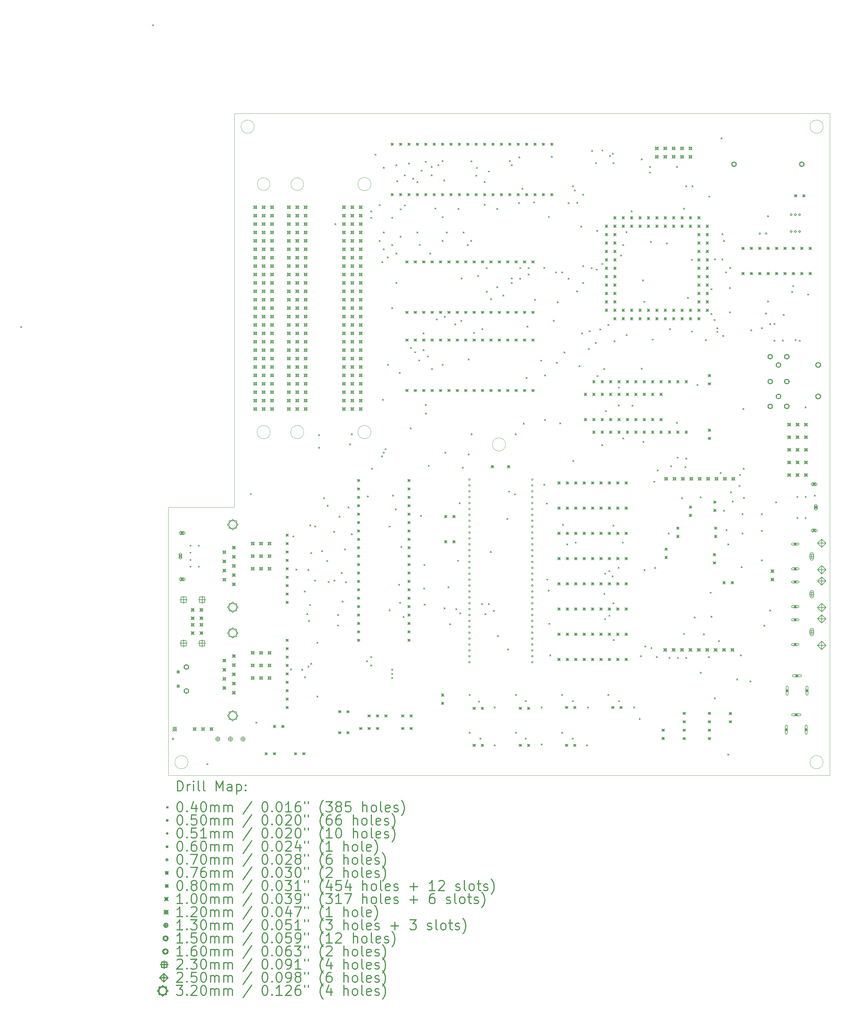
<source format=gbr>
%FSLAX45Y45*%
G04 Gerber Fmt 4.5, Leading zero omitted, Abs format (unit mm)*
G04 Created by KiCad (PCBNEW (5.1.4)-1) date 2020-02-23 18:58:45*
%MOMM*%
%LPD*%
G04 APERTURE LIST*
%ADD10C,0.100000*%
%ADD11C,0.200000*%
%ADD12C,0.300000*%
G04 APERTURE END LIST*
D10*
X4500000Y-2500000D02*
X22500000Y-2500000D01*
X4500000Y-3200000D02*
X4500000Y-2500000D01*
X2500000Y-14400000D02*
X2500000Y-22500000D01*
X4500000Y-14400000D02*
X2500000Y-14400000D01*
X4500000Y-13000000D02*
X4500000Y-14400000D01*
X4500000Y-3200000D02*
X4500000Y-4200000D01*
X4500000Y-4000000D02*
X4500000Y-13000000D01*
X12700000Y-12500000D02*
G75*
G03X12700000Y-12500000I-200000J0D01*
G01*
X22500000Y-22500000D02*
X6500000Y-22500000D01*
X22500000Y-2500000D02*
X22500000Y-22500000D01*
X22300000Y-2900000D02*
G75*
G03X22300000Y-2900000I-200000J0D01*
G01*
X22300000Y-22100000D02*
G75*
G03X22300000Y-22100000I-200000J0D01*
G01*
X5575300Y-4635500D02*
G75*
G03X5575300Y-4635500I-190500J0D01*
G01*
X6591300Y-4635500D02*
G75*
G03X6591300Y-4635500I-190500J0D01*
G01*
X6601605Y-12128500D02*
G75*
G03X6601605Y-12128500I-200805J0D01*
G01*
X5585605Y-12128500D02*
G75*
G03X5585605Y-12128500I-200805J0D01*
G01*
X8632800Y-12128500D02*
G75*
G03X8632800Y-12128500I-200000J0D01*
G01*
X8632800Y-4635500D02*
G75*
G03X8632800Y-4635500I-200000J0D01*
G01*
X3100000Y-22100000D02*
G75*
G03X3100000Y-22100000I-200000J0D01*
G01*
X2500000Y-22500000D02*
X6500000Y-22500000D01*
X5100000Y-2900000D02*
G75*
G03X5100000Y-2900000I-200000J0D01*
G01*
D11*
X-1963100Y-8933500D02*
X-1923100Y-8973500D01*
X-1923100Y-8933500D02*
X-1963100Y-8973500D01*
X2024700Y185100D02*
X2064700Y145100D01*
X2064700Y185100D02*
X2024700Y145100D01*
X3666000Y-22141500D02*
X3706000Y-22181500D01*
X3706000Y-22141500D02*
X3666000Y-22181500D01*
X4980000Y-13980000D02*
X5020000Y-14020000D01*
X5020000Y-13980000D02*
X4980000Y-14020000D01*
X5144200Y-20884200D02*
X5184200Y-20924200D01*
X5184200Y-20884200D02*
X5144200Y-20924200D01*
X6191230Y-19273400D02*
X6231230Y-19313400D01*
X6231230Y-19273400D02*
X6191230Y-19313400D01*
X6266050Y-15257650D02*
X6306050Y-15297650D01*
X6306050Y-15257650D02*
X6266050Y-15297650D01*
X6358210Y-16264400D02*
X6398210Y-16304400D01*
X6398210Y-16264400D02*
X6358210Y-16304400D01*
X6533200Y-19284000D02*
X6573200Y-19324000D01*
X6573200Y-19284000D02*
X6533200Y-19324000D01*
X6609400Y-16921800D02*
X6649400Y-16961800D01*
X6649400Y-16921800D02*
X6609400Y-16961800D01*
X6615831Y-19515230D02*
X6655831Y-19555230D01*
X6655831Y-19515230D02*
X6615831Y-19555230D01*
X6685600Y-17607600D02*
X6725600Y-17647600D01*
X6725600Y-17607600D02*
X6685600Y-17647600D01*
X6718040Y-16271790D02*
X6758040Y-16311790D01*
X6758040Y-16271790D02*
X6718040Y-16311790D01*
X6719675Y-19194325D02*
X6759675Y-19234325D01*
X6759675Y-19194325D02*
X6719675Y-19234325D01*
X6736400Y-17810800D02*
X6776400Y-17850800D01*
X6776400Y-17810800D02*
X6736400Y-17850800D01*
X6768290Y-17334030D02*
X6808290Y-17374030D01*
X6808290Y-17334030D02*
X6768290Y-17374030D01*
X6775320Y-14924960D02*
X6815320Y-14964960D01*
X6815320Y-14924960D02*
X6775320Y-14964960D01*
X6803650Y-15761750D02*
X6843650Y-15801750D01*
X6843650Y-15761750D02*
X6803650Y-15801750D01*
X6804810Y-19107680D02*
X6844810Y-19147680D01*
X6844810Y-19107680D02*
X6804810Y-19147680D01*
X6921140Y-14958440D02*
X6961140Y-14998440D01*
X6961140Y-14958440D02*
X6921140Y-14998440D01*
X6926580Y-16591280D02*
X6966580Y-16631280D01*
X6966580Y-16591280D02*
X6926580Y-16631280D01*
X6990400Y-20096800D02*
X7030400Y-20136800D01*
X7030400Y-20096800D02*
X6990400Y-20136800D01*
X6992130Y-18472930D02*
X7032130Y-18512930D01*
X7032130Y-18472930D02*
X6992130Y-18512930D01*
X7041200Y-12197400D02*
X7081200Y-12237400D01*
X7081200Y-12197400D02*
X7041200Y-12237400D01*
X7043000Y-12578400D02*
X7083000Y-12618400D01*
X7083000Y-12578400D02*
X7043000Y-12618400D01*
X7137380Y-15701300D02*
X7177380Y-15741300D01*
X7177380Y-15701300D02*
X7137380Y-15741300D01*
X7194850Y-14104030D02*
X7234850Y-14144030D01*
X7234850Y-14104030D02*
X7194850Y-14144030D01*
X7288180Y-16004530D02*
X7328180Y-16044530D01*
X7328180Y-16004530D02*
X7288180Y-16044530D01*
X7301020Y-14331000D02*
X7341020Y-14371000D01*
X7341020Y-14331000D02*
X7301020Y-14371000D01*
X7327680Y-16639710D02*
X7367680Y-16679710D01*
X7367680Y-16639710D02*
X7327680Y-16679710D01*
X7498400Y-15118400D02*
X7538400Y-15158400D01*
X7538400Y-15118400D02*
X7498400Y-15158400D01*
X7506890Y-16590400D02*
X7546890Y-16630400D01*
X7546890Y-16590400D02*
X7506890Y-16630400D01*
X7536500Y-5822000D02*
X7576500Y-5862000D01*
X7576500Y-5822000D02*
X7536500Y-5862000D01*
X7612700Y-17950500D02*
X7652700Y-17990500D01*
X7652700Y-17950500D02*
X7612700Y-17990500D01*
X7619160Y-17631100D02*
X7659160Y-17671100D01*
X7659160Y-17631100D02*
X7619160Y-17671100D01*
X7662740Y-14661200D02*
X7702740Y-14701200D01*
X7702740Y-14661200D02*
X7662740Y-14701200D01*
X7727000Y-16363000D02*
X7767000Y-16403000D01*
X7767000Y-16363000D02*
X7727000Y-16403000D01*
X7752400Y-17226600D02*
X7792400Y-17266600D01*
X7792400Y-17226600D02*
X7752400Y-17266600D01*
X7828600Y-15651800D02*
X7868600Y-15691800D01*
X7868600Y-15651800D02*
X7828600Y-15691800D01*
X7854000Y-16642400D02*
X7894000Y-16682400D01*
X7894000Y-16642400D02*
X7854000Y-16682400D01*
X7930200Y-14381800D02*
X7970200Y-14421800D01*
X7970200Y-14381800D02*
X7930200Y-14421800D01*
X7981000Y-12476800D02*
X8021000Y-12516800D01*
X8021000Y-12476800D02*
X7981000Y-12516800D01*
X8031800Y-12172000D02*
X8071800Y-12212000D01*
X8071800Y-12172000D02*
X8031800Y-12212000D01*
X8031800Y-15194600D02*
X8071800Y-15234600D01*
X8071800Y-15194600D02*
X8031800Y-15234600D01*
X8489000Y-19030000D02*
X8529000Y-19070000D01*
X8529000Y-19030000D02*
X8489000Y-19070000D01*
X8514400Y-14051600D02*
X8554400Y-14091600D01*
X8554400Y-14051600D02*
X8514400Y-14091600D01*
X8616000Y-5441000D02*
X8656000Y-5481000D01*
X8656000Y-5441000D02*
X8616000Y-5481000D01*
X8616000Y-5631500D02*
X8656000Y-5671500D01*
X8656000Y-5631500D02*
X8616000Y-5671500D01*
X8616000Y-18903000D02*
X8656000Y-18943000D01*
X8656000Y-18903000D02*
X8616000Y-18943000D01*
X8616000Y-19157000D02*
X8656000Y-19197000D01*
X8656000Y-19157000D02*
X8616000Y-19197000D01*
X8642789Y-13214789D02*
X8682789Y-13254789D01*
X8682789Y-13214789D02*
X8642789Y-13254789D01*
X8743000Y-3726500D02*
X8783000Y-3766500D01*
X8783000Y-3726500D02*
X8743000Y-3766500D01*
X8870000Y-5250500D02*
X8910000Y-5290500D01*
X8910000Y-5250500D02*
X8870000Y-5290500D01*
X8870000Y-6330000D02*
X8910000Y-6370000D01*
X8910000Y-6330000D02*
X8870000Y-6370000D01*
X8942399Y-12842301D02*
X8982399Y-12882301D01*
X8982399Y-12842301D02*
X8942399Y-12882301D01*
X8957000Y-6975800D02*
X8997000Y-7015800D01*
X8997000Y-6975800D02*
X8957000Y-7015800D01*
X8971600Y-11130600D02*
X9011600Y-11170600D01*
X9011600Y-11130600D02*
X8971600Y-11170600D01*
X8997000Y-4120200D02*
X9037000Y-4160200D01*
X9037000Y-4120200D02*
X8997000Y-4160200D01*
X8997000Y-6076000D02*
X9037000Y-6116000D01*
X9037000Y-6076000D02*
X8997000Y-6116000D01*
X8997000Y-6584000D02*
X9037000Y-6624000D01*
X9037000Y-6584000D02*
X8997000Y-6624000D01*
X8997000Y-12730800D02*
X9037000Y-12770800D01*
X9037000Y-12730800D02*
X8997000Y-12770800D01*
X9052151Y-12624849D02*
X9092151Y-12664849D01*
X9092151Y-12624849D02*
X9052151Y-12664849D01*
X9118240Y-6832240D02*
X9158240Y-6872240D01*
X9158240Y-6832240D02*
X9118240Y-6872240D01*
X9124000Y-10076500D02*
X9164000Y-10116500D01*
X9164000Y-10076500D02*
X9124000Y-10116500D01*
X9178601Y-14963420D02*
X9218601Y-15003420D01*
X9218601Y-14963420D02*
X9178601Y-15003420D01*
X9178601Y-17487572D02*
X9218601Y-17527572D01*
X9218601Y-17487572D02*
X9178601Y-17527572D01*
X9251000Y-5631500D02*
X9291000Y-5671500D01*
X9291000Y-5631500D02*
X9251000Y-5671500D01*
X9251000Y-6457000D02*
X9291000Y-6497000D01*
X9291000Y-6457000D02*
X9251000Y-6497000D01*
X9251000Y-8362000D02*
X9291000Y-8402000D01*
X9291000Y-8362000D02*
X9251000Y-8402000D01*
X9251000Y-19284000D02*
X9291000Y-19324000D01*
X9291000Y-19284000D02*
X9251000Y-19324000D01*
X9251000Y-19411000D02*
X9291000Y-19451000D01*
X9291000Y-19411000D02*
X9251000Y-19451000D01*
X9251000Y-19538000D02*
X9291000Y-19578000D01*
X9291000Y-19538000D02*
X9251000Y-19578000D01*
X9276400Y-14026200D02*
X9316400Y-14066200D01*
X9316400Y-14026200D02*
X9276400Y-14066200D01*
X9358602Y-14440980D02*
X9398602Y-14480980D01*
X9398602Y-14440980D02*
X9358602Y-14480980D01*
X9378000Y-4044000D02*
X9418000Y-4084000D01*
X9418000Y-4044000D02*
X9378000Y-4084000D01*
X9378000Y-6711000D02*
X9418000Y-6751000D01*
X9418000Y-6711000D02*
X9378000Y-6751000D01*
X9378000Y-7600000D02*
X9418000Y-7640000D01*
X9418000Y-7600000D02*
X9378000Y-7640000D01*
X9403400Y-4526600D02*
X9443400Y-4566600D01*
X9443400Y-4526600D02*
X9403400Y-4566600D01*
X9466900Y-16718600D02*
X9506900Y-16758600D01*
X9506900Y-16718600D02*
X9466900Y-16758600D01*
X9479600Y-10317800D02*
X9519600Y-10357800D01*
X9519600Y-10317800D02*
X9479600Y-10357800D01*
X9492300Y-17264700D02*
X9532300Y-17304700D01*
X9532300Y-17264700D02*
X9492300Y-17304700D01*
X9505000Y-5377500D02*
X9545000Y-5417500D01*
X9545000Y-5377500D02*
X9505000Y-5417500D01*
X9505000Y-6203000D02*
X9545000Y-6243000D01*
X9545000Y-6203000D02*
X9505000Y-6243000D01*
X9534201Y-15575600D02*
X9574201Y-15615600D01*
X9574201Y-15575600D02*
X9534201Y-15615600D01*
X9595620Y-17690220D02*
X9635620Y-17730220D01*
X9635620Y-17690220D02*
X9595620Y-17730220D01*
X9634043Y-4346757D02*
X9674043Y-4386757D01*
X9674043Y-4346757D02*
X9634043Y-4386757D01*
X9634955Y-5260245D02*
X9674955Y-5300245D01*
X9674955Y-5260245D02*
X9634955Y-5300245D01*
X9759000Y-3993200D02*
X9799000Y-4033200D01*
X9799000Y-3993200D02*
X9759000Y-4033200D01*
X9809800Y-11994200D02*
X9849800Y-12034200D01*
X9849800Y-11994200D02*
X9809800Y-12034200D01*
X9820500Y-9566500D02*
X9860500Y-9606500D01*
X9860500Y-9566500D02*
X9820500Y-9606500D01*
X9886000Y-4450400D02*
X9926000Y-4490400D01*
X9926000Y-4450400D02*
X9886000Y-4490400D01*
X9949500Y-9695500D02*
X9989500Y-9735500D01*
X9989500Y-9695500D02*
X9949500Y-9735500D01*
X10013000Y-4552000D02*
X10053000Y-4592000D01*
X10053000Y-4552000D02*
X10013000Y-4592000D01*
X10013000Y-6076000D02*
X10053000Y-6116000D01*
X10053000Y-6076000D02*
X10013000Y-6116000D01*
X10069500Y-9942500D02*
X10109500Y-9982500D01*
X10109500Y-9942500D02*
X10069500Y-9982500D01*
X10079880Y-6453620D02*
X10119880Y-6493620D01*
X10119880Y-6453620D02*
X10079880Y-6493620D01*
X10127300Y-14635800D02*
X10167300Y-14675800D01*
X10167300Y-14635800D02*
X10127300Y-14675800D01*
X10139164Y-4210201D02*
X10179164Y-4250201D01*
X10179164Y-4210201D02*
X10139164Y-4250201D01*
X10203500Y-9124000D02*
X10243500Y-9164000D01*
X10243500Y-9124000D02*
X10203500Y-9164000D01*
X10203500Y-9632000D02*
X10243500Y-9672000D01*
X10243500Y-9632000D02*
X10203500Y-9672000D01*
X10216200Y-16832900D02*
X10256200Y-16872900D01*
X10256200Y-16832900D02*
X10216200Y-16872900D01*
X10228900Y-16121700D02*
X10268900Y-16161700D01*
X10268900Y-16121700D02*
X10228900Y-16161700D01*
X10233380Y-17317980D02*
X10273380Y-17357980D01*
X10273380Y-17317980D02*
X10233380Y-17357980D01*
X10267000Y-3942400D02*
X10307000Y-3982400D01*
X10307000Y-3942400D02*
X10267000Y-3982400D01*
X10267000Y-11283000D02*
X10307000Y-11323000D01*
X10307000Y-11283000D02*
X10267000Y-11323000D01*
X10276210Y-11546210D02*
X10316210Y-11586210D01*
X10316210Y-11546210D02*
X10276210Y-11586210D01*
X10330500Y-9822500D02*
X10370500Y-9862500D01*
X10370500Y-9822500D02*
X10330500Y-9862500D01*
X10356240Y-13124160D02*
X10396240Y-13164160D01*
X10396240Y-13124160D02*
X10356240Y-13164160D01*
X10406930Y-6710560D02*
X10446930Y-6750560D01*
X10446930Y-6710560D02*
X10406930Y-6750560D01*
X10444800Y-4094800D02*
X10484800Y-4134800D01*
X10484800Y-4094800D02*
X10444800Y-4134800D01*
X10444800Y-4348800D02*
X10484800Y-4388800D01*
X10484800Y-4348800D02*
X10444800Y-4388800D01*
X10457500Y-10203500D02*
X10497500Y-10243500D01*
X10497500Y-10203500D02*
X10457500Y-10243500D01*
X10559100Y-5352100D02*
X10599100Y-5392100D01*
X10599100Y-5352100D02*
X10559100Y-5392100D01*
X10597200Y-8704900D02*
X10637200Y-8744900D01*
X10637200Y-8704900D02*
X10597200Y-8744900D01*
X10648000Y-4044000D02*
X10688000Y-4084000D01*
X10688000Y-4044000D02*
X10648000Y-4084000D01*
X10775000Y-3917000D02*
X10815000Y-3957000D01*
X10815000Y-3917000D02*
X10775000Y-3957000D01*
X10775000Y-5614999D02*
X10815000Y-5654999D01*
X10815000Y-5614999D02*
X10775000Y-5654999D01*
X10775000Y-6330000D02*
X10815000Y-6370000D01*
X10815000Y-6330000D02*
X10775000Y-6370000D01*
X10775000Y-10076500D02*
X10815000Y-10116500D01*
X10815000Y-10076500D02*
X10775000Y-10116500D01*
X10827400Y-4499600D02*
X10867400Y-4539600D01*
X10867400Y-4499600D02*
X10827400Y-4539600D01*
X10838500Y-17429800D02*
X10878500Y-17469800D01*
X10878500Y-17429800D02*
X10838500Y-17469800D01*
X10845500Y-8623000D02*
X10885500Y-8663000D01*
X10885500Y-8623000D02*
X10845500Y-8663000D01*
X10863530Y-12730980D02*
X10903530Y-12770980D01*
X10903530Y-12730980D02*
X10863530Y-12770980D01*
X10902000Y-6076000D02*
X10942000Y-6116000D01*
X10942000Y-6076000D02*
X10902000Y-6116000D01*
X10952800Y-16794800D02*
X10992800Y-16834800D01*
X10992800Y-16794800D02*
X10952800Y-16834800D01*
X11003600Y-17912400D02*
X11043600Y-17952400D01*
X11043600Y-17912400D02*
X11003600Y-17952400D01*
X11156000Y-8853500D02*
X11196000Y-8893500D01*
X11196000Y-8853500D02*
X11156000Y-8893500D01*
X11194100Y-17455200D02*
X11234100Y-17495200D01*
X11234100Y-17455200D02*
X11194100Y-17495200D01*
X11244900Y-15994700D02*
X11284900Y-16034700D01*
X11284900Y-15994700D02*
X11244900Y-16034700D01*
X11257600Y-5364800D02*
X11297600Y-5404800D01*
X11297600Y-5364800D02*
X11257600Y-5404800D01*
X11295700Y-14254800D02*
X11335700Y-14294800D01*
X11335700Y-14254800D02*
X11295700Y-14294800D01*
X11308400Y-17582200D02*
X11348400Y-17622200D01*
X11348400Y-17582200D02*
X11308400Y-17622200D01*
X11346500Y-8743000D02*
X11386500Y-8783000D01*
X11386500Y-8743000D02*
X11346500Y-8783000D01*
X11352450Y-7467050D02*
X11392450Y-7507050D01*
X11392450Y-7467050D02*
X11352450Y-7507050D01*
X11384530Y-13182920D02*
X11424530Y-13222920D01*
X11424530Y-13182920D02*
X11384530Y-13222920D01*
X11410000Y-6076000D02*
X11450000Y-6116000D01*
X11450000Y-6076000D02*
X11410000Y-6116000D01*
X11537000Y-6457000D02*
X11577000Y-6497000D01*
X11577000Y-6457000D02*
X11537000Y-6497000D01*
X11562400Y-9911400D02*
X11602400Y-9951400D01*
X11602400Y-9911400D02*
X11562400Y-9951400D01*
X11562400Y-12781600D02*
X11602400Y-12821600D01*
X11602400Y-12781600D02*
X11562400Y-12821600D01*
X11600500Y-20046000D02*
X11640500Y-20086000D01*
X11640500Y-20046000D02*
X11600500Y-20086000D01*
X11600500Y-21189000D02*
X11640500Y-21229000D01*
X11640500Y-21189000D02*
X11600500Y-21229000D01*
X11638600Y-6330000D02*
X11678600Y-6370000D01*
X11678600Y-6330000D02*
X11638600Y-6370000D01*
X11650794Y-3925002D02*
X11690794Y-3965002D01*
X11690794Y-3925002D02*
X11650794Y-3965002D01*
X11653000Y-12172000D02*
X11693000Y-12212000D01*
X11693000Y-12172000D02*
X11653000Y-12212000D01*
X11727500Y-9111300D02*
X11767500Y-9151300D01*
X11767500Y-9111300D02*
X11727500Y-9151300D01*
X11791000Y-4361500D02*
X11831000Y-4401500D01*
X11831000Y-4361500D02*
X11791000Y-4401500D01*
X11813340Y-4124001D02*
X11853340Y-4164001D01*
X11853340Y-4124001D02*
X11813340Y-4164001D01*
X11852223Y-7387049D02*
X11892223Y-7427049D01*
X11892223Y-7387049D02*
X11852223Y-7427049D01*
X11879900Y-20249200D02*
X11919900Y-20289200D01*
X11919900Y-20249200D02*
X11879900Y-20289200D01*
X11918000Y-21366800D02*
X11958000Y-21406800D01*
X11958000Y-21366800D02*
X11918000Y-21406800D01*
X11968800Y-17302800D02*
X12008800Y-17342800D01*
X12008800Y-17302800D02*
X11968800Y-17342800D01*
X11981500Y-8997000D02*
X12021500Y-9037000D01*
X12021500Y-8997000D02*
X11981500Y-9037000D01*
X12045000Y-4552000D02*
X12085000Y-4592000D01*
X12085000Y-4552000D02*
X12045000Y-4592000D01*
X12045000Y-5237800D02*
X12085000Y-5277800D01*
X12085000Y-5237800D02*
X12045000Y-5277800D01*
X12070400Y-17607600D02*
X12110400Y-17647600D01*
X12110400Y-17607600D02*
X12070400Y-17647600D01*
X12108500Y-7155500D02*
X12148500Y-7195500D01*
X12148500Y-7155500D02*
X12108500Y-7195500D01*
X12115500Y-7861000D02*
X12155500Y-7901000D01*
X12155500Y-7861000D02*
X12115500Y-7901000D01*
X12172000Y-4234500D02*
X12212000Y-4274500D01*
X12212000Y-4234500D02*
X12172000Y-4274500D01*
X12172000Y-17302800D02*
X12212000Y-17342800D01*
X12212000Y-17302800D02*
X12172000Y-17342800D01*
X12230000Y-15730000D02*
X12270000Y-15770000D01*
X12270000Y-15730000D02*
X12230000Y-15770000D01*
X12239574Y-8089998D02*
X12279574Y-8129998D01*
X12279574Y-8089998D02*
X12239574Y-8129998D01*
X12324400Y-17506000D02*
X12364400Y-17546000D01*
X12364400Y-17506000D02*
X12324400Y-17546000D01*
X12349800Y-20427000D02*
X12389800Y-20467000D01*
X12389800Y-20427000D02*
X12349800Y-20467000D01*
X12349800Y-21570000D02*
X12389800Y-21610000D01*
X12389800Y-21570000D02*
X12349800Y-21610000D01*
X12426000Y-5364800D02*
X12466000Y-5404800D01*
X12466000Y-5364800D02*
X12426000Y-5404800D01*
X12426000Y-7727000D02*
X12466000Y-7767000D01*
X12466000Y-7727000D02*
X12426000Y-7767000D01*
X12451400Y-18268000D02*
X12491400Y-18308000D01*
X12491400Y-18268000D02*
X12451400Y-18308000D01*
X12616500Y-7981000D02*
X12656500Y-8021000D01*
X12656500Y-7981000D02*
X12616500Y-8021000D01*
X12730000Y-14730000D02*
X12770000Y-14770000D01*
X12770000Y-14730000D02*
X12730000Y-14770000D01*
X12756200Y-18674400D02*
X12796200Y-18714400D01*
X12796200Y-18674400D02*
X12756200Y-18714400D01*
X12786465Y-13904065D02*
X12826465Y-13944065D01*
X12826465Y-13904065D02*
X12786465Y-13944065D01*
X12807000Y-3917000D02*
X12847000Y-3957000D01*
X12847000Y-3917000D02*
X12807000Y-3957000D01*
X12870500Y-4044000D02*
X12910500Y-4084000D01*
X12910500Y-4044000D02*
X12870500Y-4084000D01*
X12870500Y-7467050D02*
X12910500Y-7507050D01*
X12910500Y-7467050D02*
X12870500Y-7507050D01*
X12870500Y-7600000D02*
X12910500Y-7640000D01*
X12910500Y-7600000D02*
X12870500Y-7640000D01*
X12959400Y-13988100D02*
X12999400Y-14028100D01*
X12999400Y-13988100D02*
X12959400Y-14028100D01*
X12984800Y-12172000D02*
X13024800Y-12212000D01*
X13024800Y-12172000D02*
X12984800Y-12212000D01*
X12997500Y-20046000D02*
X13037500Y-20086000D01*
X13037500Y-20046000D02*
X12997500Y-20086000D01*
X12997500Y-21189000D02*
X13037500Y-21229000D01*
X13037500Y-21189000D02*
X12997500Y-21229000D01*
X13083890Y-5189510D02*
X13123890Y-5229510D01*
X13123890Y-5189510D02*
X13083890Y-5229510D01*
X13096406Y-3807495D02*
X13136406Y-3847495D01*
X13136406Y-3807495D02*
X13096406Y-3847495D01*
X13124500Y-7155500D02*
X13164500Y-7195500D01*
X13164500Y-7155500D02*
X13124500Y-7195500D01*
X13124500Y-7473000D02*
X13164500Y-7513000D01*
X13164500Y-7473000D02*
X13124500Y-7513000D01*
X13188000Y-4755200D02*
X13228000Y-4795200D01*
X13228000Y-4755200D02*
X13188000Y-4795200D01*
X13227224Y-11853376D02*
X13267224Y-11893376D01*
X13267224Y-11853376D02*
X13227224Y-11893376D01*
X13289600Y-20236500D02*
X13329600Y-20276500D01*
X13329600Y-20236500D02*
X13289600Y-20276500D01*
X13289600Y-21366800D02*
X13329600Y-21406800D01*
X13329600Y-21366800D02*
X13289600Y-21406800D01*
X13315000Y-10470200D02*
X13355000Y-10510200D01*
X13355000Y-10470200D02*
X13315000Y-10510200D01*
X13340400Y-8920800D02*
X13380400Y-8960800D01*
X13380400Y-8920800D02*
X13340400Y-8960800D01*
X13378500Y-7155500D02*
X13418500Y-7195500D01*
X13418500Y-7155500D02*
X13378500Y-7195500D01*
X13378500Y-7346000D02*
X13418500Y-7386000D01*
X13418500Y-7346000D02*
X13378500Y-7386000D01*
X13540310Y-5167370D02*
X13580310Y-5207370D01*
X13580310Y-5167370D02*
X13540310Y-5207370D01*
X13569000Y-8108000D02*
X13609000Y-8148000D01*
X13609000Y-8108000D02*
X13569000Y-8148000D01*
X13759500Y-9949500D02*
X13799500Y-9989500D01*
X13799500Y-9949500D02*
X13759500Y-9989500D01*
X13772200Y-20427000D02*
X13812200Y-20467000D01*
X13812200Y-20427000D02*
X13772200Y-20467000D01*
X13772200Y-21544600D02*
X13812200Y-21584600D01*
X13812200Y-21544600D02*
X13772200Y-21584600D01*
X13848400Y-7142800D02*
X13888400Y-7182800D01*
X13888400Y-7142800D02*
X13848400Y-7182800D01*
X13848400Y-13696000D02*
X13888400Y-13736000D01*
X13888400Y-13696000D02*
X13848400Y-13736000D01*
X13873800Y-10394000D02*
X13913800Y-10434000D01*
X13913800Y-10394000D02*
X13873800Y-10434000D01*
X13873800Y-11740200D02*
X13913800Y-11780200D01*
X13913800Y-11740200D02*
X13873800Y-11780200D01*
X13924600Y-14267500D02*
X13964600Y-14307500D01*
X13964600Y-14267500D02*
X13924600Y-14307500D01*
X13938900Y-16563000D02*
X13978900Y-16603000D01*
X13978900Y-16563000D02*
X13938900Y-16603000D01*
X13988100Y-16896400D02*
X14028100Y-16936400D01*
X14028100Y-16896400D02*
X13988100Y-16936400D01*
X13988681Y-5606681D02*
X14028681Y-5646681D01*
X14028681Y-5606681D02*
X13988681Y-5646681D01*
X14000800Y-17899700D02*
X14040800Y-17939700D01*
X14040800Y-17899700D02*
X14000800Y-17939700D01*
X14032950Y-18850960D02*
X14072950Y-18890960D01*
X14072950Y-18850960D02*
X14032950Y-18890960D01*
X14077000Y-3790000D02*
X14117000Y-3830000D01*
X14117000Y-3790000D02*
X14077000Y-3830000D01*
X14140500Y-8743000D02*
X14180500Y-8783000D01*
X14180500Y-8743000D02*
X14140500Y-8783000D01*
X14204000Y-7282500D02*
X14244000Y-7322500D01*
X14244000Y-7282500D02*
X14204000Y-7322500D01*
X14229400Y-10013000D02*
X14269400Y-10053000D01*
X14269400Y-10013000D02*
X14229400Y-10053000D01*
X14254800Y-8184200D02*
X14294800Y-8224200D01*
X14294800Y-8184200D02*
X14254800Y-8224200D01*
X14331000Y-11841800D02*
X14371000Y-11881800D01*
X14371000Y-11841800D02*
X14331000Y-11881800D01*
X14394500Y-7282500D02*
X14434500Y-7322500D01*
X14434500Y-7282500D02*
X14394500Y-7322500D01*
X14394500Y-20046000D02*
X14434500Y-20086000D01*
X14434500Y-20046000D02*
X14394500Y-20086000D01*
X14394500Y-21189000D02*
X14434500Y-21229000D01*
X14434500Y-21189000D02*
X14394500Y-21229000D01*
X14419500Y-14910000D02*
X14459500Y-14950000D01*
X14459500Y-14910000D02*
X14419500Y-14950000D01*
X14458000Y-9702380D02*
X14498000Y-9742380D01*
X14498000Y-9702380D02*
X14458000Y-9742380D01*
X14546700Y-15498000D02*
X14586700Y-15538000D01*
X14586700Y-15498000D02*
X14546700Y-15538000D01*
X14585000Y-5187000D02*
X14625000Y-5227000D01*
X14625000Y-5187000D02*
X14585000Y-5227000D01*
X14585000Y-7473000D02*
X14625000Y-7513000D01*
X14625000Y-7473000D02*
X14585000Y-7513000D01*
X14712000Y-20236500D02*
X14752000Y-20276500D01*
X14752000Y-20236500D02*
X14712000Y-20276500D01*
X14712000Y-21366800D02*
X14752000Y-21406800D01*
X14752000Y-21366800D02*
X14712000Y-21406800D01*
X14717560Y-4679000D02*
X14757560Y-4719000D01*
X14757560Y-4679000D02*
X14717560Y-4719000D01*
X14730000Y-12980000D02*
X14770000Y-13020000D01*
X14770000Y-12980000D02*
X14730000Y-13020000D01*
X14775500Y-4806000D02*
X14815500Y-4846000D01*
X14815500Y-4806000D02*
X14775500Y-4846000D01*
X14802500Y-15445400D02*
X14842500Y-15485400D01*
X14842500Y-15445400D02*
X14802500Y-15485400D01*
X14839000Y-7854000D02*
X14879000Y-7894000D01*
X14879000Y-7854000D02*
X14839000Y-7894000D01*
X14845350Y-5180650D02*
X14885350Y-5220650D01*
X14885350Y-5180650D02*
X14845350Y-5220650D01*
X14915200Y-10114600D02*
X14955200Y-10154600D01*
X14955200Y-10114600D02*
X14915200Y-10154600D01*
X14966000Y-5898200D02*
X15006000Y-5938200D01*
X15006000Y-5898200D02*
X14966000Y-5938200D01*
X14991400Y-9124000D02*
X15031400Y-9164000D01*
X15031400Y-9124000D02*
X14991400Y-9164000D01*
X15029500Y-4933000D02*
X15069500Y-4973000D01*
X15069500Y-4933000D02*
X15029500Y-4973000D01*
X15029500Y-7092000D02*
X15069500Y-7132000D01*
X15069500Y-7092000D02*
X15029500Y-7132000D01*
X15029500Y-7600000D02*
X15069500Y-7640000D01*
X15069500Y-7600000D02*
X15029500Y-7640000D01*
X15143800Y-21570000D02*
X15183800Y-21610000D01*
X15183800Y-21570000D02*
X15143800Y-21610000D01*
X15169200Y-20427000D02*
X15209200Y-20467000D01*
X15209200Y-20427000D02*
X15169200Y-20467000D01*
X15194240Y-9594300D02*
X15234240Y-9634300D01*
X15234240Y-9594300D02*
X15194240Y-9634300D01*
X15220000Y-9060500D02*
X15260000Y-9100500D01*
X15260000Y-9060500D02*
X15220000Y-9100500D01*
X15283500Y-7155500D02*
X15323500Y-7195500D01*
X15323500Y-7155500D02*
X15283500Y-7195500D01*
X15296200Y-3612200D02*
X15336200Y-3652200D01*
X15336200Y-3612200D02*
X15296200Y-3652200D01*
X15410500Y-9409900D02*
X15450500Y-9449900D01*
X15450500Y-9409900D02*
X15410500Y-9449900D01*
X15416060Y-3980500D02*
X15456060Y-4020500D01*
X15456060Y-3980500D02*
X15416060Y-4020500D01*
X15431068Y-7198432D02*
X15471068Y-7238432D01*
X15471068Y-7198432D02*
X15431068Y-7238432D01*
X15448600Y-6025200D02*
X15488600Y-6065200D01*
X15488600Y-6025200D02*
X15448600Y-6065200D01*
X15461320Y-10415300D02*
X15501320Y-10455300D01*
X15501320Y-10415300D02*
X15461320Y-10455300D01*
X15546185Y-9005685D02*
X15586185Y-9045685D01*
X15586185Y-9005685D02*
X15546185Y-9045685D01*
X15601000Y-7028500D02*
X15641000Y-7068500D01*
X15641000Y-7028500D02*
X15601000Y-7068500D01*
X15601000Y-12502200D02*
X15641000Y-12542200D01*
X15641000Y-12502200D02*
X15601000Y-12542200D01*
X15607500Y-3599500D02*
X15647500Y-3639500D01*
X15647500Y-3599500D02*
X15607500Y-3639500D01*
X15664500Y-10203500D02*
X15704500Y-10243500D01*
X15704500Y-10203500D02*
X15664500Y-10243500D01*
X15666100Y-16994800D02*
X15706100Y-17034800D01*
X15706100Y-16994800D02*
X15666100Y-17034800D01*
X15691500Y-16385200D02*
X15731500Y-16425200D01*
X15731500Y-16385200D02*
X15691500Y-16425200D01*
X15691500Y-17756800D02*
X15731500Y-17796800D01*
X15731500Y-17756800D02*
X15691500Y-17796800D01*
X15715300Y-11473500D02*
X15755300Y-11513500D01*
X15755300Y-11473500D02*
X15715300Y-11513500D01*
X15791360Y-8870140D02*
X15831360Y-8910140D01*
X15831360Y-8870140D02*
X15791360Y-8910140D01*
X15791500Y-20046000D02*
X15831500Y-20086000D01*
X15831500Y-20046000D02*
X15791500Y-20086000D01*
X15814700Y-16309000D02*
X15854700Y-16349000D01*
X15854700Y-16309000D02*
X15814700Y-16349000D01*
X15818500Y-17655200D02*
X15858500Y-17695200D01*
X15858500Y-17655200D02*
X15818500Y-17695200D01*
X15834150Y-3764050D02*
X15874150Y-3804050D01*
X15874150Y-3764050D02*
X15834150Y-3804050D01*
X15916300Y-16465200D02*
X15956300Y-16505200D01*
X15956300Y-16465200D02*
X15916300Y-16505200D01*
X15919620Y-3697400D02*
X15959620Y-3737400D01*
X15959620Y-3697400D02*
X15919620Y-3737400D01*
X15938500Y-14933300D02*
X15978500Y-14973300D01*
X15978500Y-14933300D02*
X15938500Y-14973300D01*
X15938800Y-3980500D02*
X15978800Y-4020500D01*
X15978800Y-3980500D02*
X15938800Y-4020500D01*
X15941700Y-17278000D02*
X15981700Y-17318000D01*
X15981700Y-17278000D02*
X15941700Y-17318000D01*
X15952500Y-18384800D02*
X15992500Y-18424800D01*
X15992500Y-18384800D02*
X15952500Y-18424800D01*
X15977520Y-9360790D02*
X16017520Y-9400790D01*
X16017520Y-9360790D02*
X15977520Y-9400790D01*
X16097900Y-16207400D02*
X16137900Y-16247400D01*
X16137900Y-16207400D02*
X16097900Y-16247400D01*
X16103130Y-11302320D02*
X16143130Y-11342320D01*
X16143130Y-11302320D02*
X16103130Y-11342320D01*
X16106610Y-10763970D02*
X16146610Y-10803970D01*
X16146610Y-10763970D02*
X16106610Y-10803970D01*
X16109000Y-20236500D02*
X16149000Y-20276500D01*
X16149000Y-20236500D02*
X16109000Y-20276500D01*
X16172500Y-6774500D02*
X16212500Y-6814500D01*
X16212500Y-6774500D02*
X16172500Y-6814500D01*
X16224900Y-15445400D02*
X16264900Y-15485400D01*
X16264900Y-15445400D02*
X16224900Y-15485400D01*
X16236000Y-6457000D02*
X16276000Y-6497000D01*
X16276000Y-6457000D02*
X16236000Y-6497000D01*
X16236000Y-12299000D02*
X16276000Y-12339000D01*
X16276000Y-12299000D02*
X16236000Y-12339000D01*
X16335850Y-6065450D02*
X16375850Y-6105450D01*
X16375850Y-6065450D02*
X16335850Y-6105450D01*
X16337600Y-9174800D02*
X16377600Y-9214800D01*
X16377600Y-9174800D02*
X16337600Y-9214800D01*
X16490000Y-5441000D02*
X16530000Y-5481000D01*
X16530000Y-5441000D02*
X16490000Y-5481000D01*
X16515400Y-11308400D02*
X16555400Y-11348400D01*
X16555400Y-11308400D02*
X16515400Y-11348400D01*
X16566200Y-20427000D02*
X16606200Y-20467000D01*
X16606200Y-20427000D02*
X16566200Y-20467000D01*
X16732790Y-20775360D02*
X16772790Y-20815360D01*
X16772790Y-20775360D02*
X16732790Y-20815360D01*
X16769400Y-18877600D02*
X16809400Y-18917600D01*
X16809400Y-18877600D02*
X16769400Y-18917600D01*
X16794800Y-3866200D02*
X16834800Y-3906200D01*
X16834800Y-3866200D02*
X16794800Y-3906200D01*
X16794800Y-10190800D02*
X16834800Y-10230800D01*
X16834800Y-10190800D02*
X16794800Y-10230800D01*
X16834370Y-7521600D02*
X16874370Y-7561600D01*
X16874370Y-7521600D02*
X16834370Y-7561600D01*
X16845600Y-12400600D02*
X16885600Y-12440600D01*
X16885600Y-12400600D02*
X16845600Y-12440600D01*
X16871000Y-8171500D02*
X16911000Y-8211500D01*
X16911000Y-8171500D02*
X16871000Y-8211500D01*
X16880000Y-16280000D02*
X16920000Y-16320000D01*
X16920000Y-16280000D02*
X16880000Y-16320000D01*
X16903690Y-18580570D02*
X16943690Y-18620570D01*
X16943690Y-18580570D02*
X16903690Y-18620570D01*
X17043726Y-4268960D02*
X17083726Y-4308960D01*
X17083726Y-4268960D02*
X17043726Y-4308960D01*
X17048800Y-4094800D02*
X17088800Y-4134800D01*
X17088800Y-4094800D02*
X17048800Y-4134800D01*
X17071729Y-6362448D02*
X17111729Y-6402448D01*
X17111729Y-6362448D02*
X17071729Y-6402448D01*
X17088790Y-18633610D02*
X17128790Y-18673610D01*
X17128790Y-18633610D02*
X17088790Y-18673610D01*
X17125000Y-9314500D02*
X17165000Y-9354500D01*
X17165000Y-9314500D02*
X17125000Y-9354500D01*
X17175800Y-13607100D02*
X17215800Y-13647100D01*
X17215800Y-13607100D02*
X17175800Y-13647100D01*
X17201200Y-16210600D02*
X17241200Y-16250600D01*
X17241200Y-16210600D02*
X17201200Y-16250600D01*
X17252000Y-18903000D02*
X17292000Y-18943000D01*
X17292000Y-18903000D02*
X17252000Y-18943000D01*
X17277400Y-13264200D02*
X17317400Y-13304200D01*
X17317400Y-13264200D02*
X17277400Y-13304200D01*
X17556800Y-6406200D02*
X17596800Y-6446200D01*
X17596800Y-6406200D02*
X17556800Y-6446200D01*
X17607600Y-15169200D02*
X17647600Y-15209200D01*
X17647600Y-15169200D02*
X17607600Y-15209200D01*
X17633000Y-18928400D02*
X17673000Y-18968400D01*
X17673000Y-18928400D02*
X17633000Y-18968400D01*
X17653530Y-8998340D02*
X17693530Y-9038340D01*
X17693530Y-8998340D02*
X17653530Y-9038340D01*
X17683800Y-13137200D02*
X17723800Y-13177200D01*
X17723800Y-13137200D02*
X17683800Y-13177200D01*
X17859710Y-11825310D02*
X17899710Y-11865310D01*
X17899710Y-11825310D02*
X17859710Y-11865310D01*
X17861600Y-4094800D02*
X17901600Y-4134800D01*
X17901600Y-4094800D02*
X17861600Y-4134800D01*
X17880000Y-12880000D02*
X17920000Y-12920000D01*
X17920000Y-12880000D02*
X17880000Y-12920000D01*
X17887000Y-18928400D02*
X17927000Y-18968400D01*
X17927000Y-18928400D02*
X17887000Y-18968400D01*
X18014000Y-14102400D02*
X18054000Y-14142400D01*
X18054000Y-14102400D02*
X18014000Y-14142400D01*
X18077500Y-5357628D02*
X18117500Y-5397628D01*
X18117500Y-5357628D02*
X18077500Y-5397628D01*
X18077500Y-18204500D02*
X18117500Y-18244500D01*
X18117500Y-18204500D02*
X18077500Y-18244500D01*
X18115600Y-13162600D02*
X18155600Y-13202600D01*
X18155600Y-13162600D02*
X18115600Y-13202600D01*
X18141000Y-4679000D02*
X18181000Y-4719000D01*
X18181000Y-4679000D02*
X18141000Y-4719000D01*
X18141000Y-18928400D02*
X18181000Y-18968400D01*
X18181000Y-18928400D02*
X18141000Y-18968400D01*
X18143820Y-12912030D02*
X18183820Y-12952030D01*
X18183820Y-12912030D02*
X18143820Y-12952030D01*
X18190740Y-8046960D02*
X18230740Y-8086960D01*
X18230740Y-8046960D02*
X18190740Y-8086960D01*
X18311440Y-6901490D02*
X18351440Y-6941490D01*
X18351440Y-6901490D02*
X18311440Y-6941490D01*
X18311820Y-9070310D02*
X18351820Y-9110310D01*
X18351820Y-9070310D02*
X18311820Y-9110310D01*
X18331500Y-4679000D02*
X18371500Y-4719000D01*
X18371500Y-4679000D02*
X18331500Y-4719000D01*
X18395000Y-17709200D02*
X18435000Y-17749200D01*
X18435000Y-17709200D02*
X18395000Y-17749200D01*
X18480000Y-10680000D02*
X18520000Y-10720000D01*
X18520000Y-10680000D02*
X18480000Y-10720000D01*
X18572800Y-14077000D02*
X18612800Y-14117000D01*
X18612800Y-14077000D02*
X18572800Y-14117000D01*
X18580000Y-19380000D02*
X18620000Y-19420000D01*
X18620000Y-19380000D02*
X18580000Y-19420000D01*
X18674400Y-18217200D02*
X18714400Y-18257200D01*
X18714400Y-18217200D02*
X18674400Y-18257200D01*
X18735420Y-9327560D02*
X18775420Y-9367560D01*
X18775420Y-9327560D02*
X18735420Y-9367560D01*
X18826800Y-18903000D02*
X18866800Y-18943000D01*
X18866800Y-18903000D02*
X18826800Y-18943000D01*
X18839500Y-4996500D02*
X18879500Y-5036500D01*
X18879500Y-4996500D02*
X18839500Y-5036500D01*
X18877600Y-16959900D02*
X18917600Y-16999900D01*
X18917600Y-16959900D02*
X18877600Y-16999900D01*
X18903000Y-7790500D02*
X18943000Y-7830500D01*
X18943000Y-7790500D02*
X18903000Y-7830500D01*
X18903000Y-8539800D02*
X18943000Y-8579800D01*
X18943000Y-8539800D02*
X18903000Y-8579800D01*
X18903000Y-17683800D02*
X18943000Y-17723800D01*
X18943000Y-17683800D02*
X18903000Y-17723800D01*
X19000590Y-8721380D02*
X19040590Y-8761380D01*
X19040590Y-8721380D02*
X19000590Y-8761380D01*
X19004600Y-20147600D02*
X19044600Y-20187600D01*
X19044600Y-20147600D02*
X19004600Y-20187600D01*
X19014898Y-6886607D02*
X19054898Y-6926607D01*
X19054898Y-6886607D02*
X19014898Y-6926607D01*
X19082240Y-9077550D02*
X19122240Y-9117550D01*
X19122240Y-9077550D02*
X19082240Y-9117550D01*
X19082320Y-8971800D02*
X19122320Y-9011800D01*
X19122320Y-8971800D02*
X19082320Y-9011800D01*
X19131600Y-18420400D02*
X19171600Y-18460400D01*
X19171600Y-18420400D02*
X19131600Y-18460400D01*
X19182400Y-13340400D02*
X19222400Y-13380400D01*
X19222400Y-13340400D02*
X19182400Y-13380400D01*
X19207800Y-3231200D02*
X19247800Y-3271200D01*
X19247800Y-3231200D02*
X19207800Y-3271200D01*
X19233200Y-6129171D02*
X19273200Y-6169171D01*
X19273200Y-6129171D02*
X19233200Y-6169171D01*
X19237001Y-6888800D02*
X19277001Y-6928800D01*
X19277001Y-6888800D02*
X19237001Y-6928800D01*
X19258600Y-9200200D02*
X19298600Y-9240200D01*
X19298600Y-9200200D02*
X19258600Y-9240200D01*
X19284000Y-6330000D02*
X19324000Y-6370000D01*
X19324000Y-6330000D02*
X19284000Y-6370000D01*
X19284000Y-14483400D02*
X19324000Y-14523400D01*
X19324000Y-14483400D02*
X19284000Y-14523400D01*
X19347500Y-7282500D02*
X19387500Y-7322500D01*
X19387500Y-7282500D02*
X19347500Y-7322500D01*
X19360200Y-15067600D02*
X19400200Y-15107600D01*
X19400200Y-15067600D02*
X19360200Y-15107600D01*
X19411000Y-21849400D02*
X19451000Y-21889400D01*
X19451000Y-21849400D02*
X19411000Y-21889400D01*
X19411330Y-15498100D02*
X19451330Y-15538100D01*
X19451330Y-15498100D02*
X19411330Y-15538100D01*
X19461800Y-7752400D02*
X19501800Y-7792400D01*
X19501800Y-7752400D02*
X19461800Y-7792400D01*
X19461800Y-8489000D02*
X19501800Y-8529000D01*
X19501800Y-8489000D02*
X19461800Y-8529000D01*
X19474500Y-7142800D02*
X19514500Y-7182800D01*
X19514500Y-7142800D02*
X19474500Y-7182800D01*
X19499900Y-13924600D02*
X19539900Y-13964600D01*
X19539900Y-13924600D02*
X19499900Y-13964600D01*
X19550700Y-14204000D02*
X19590700Y-14244000D01*
X19590700Y-14204000D02*
X19550700Y-14244000D01*
X19680000Y-19580000D02*
X19720000Y-19620000D01*
X19720000Y-19580000D02*
X19680000Y-19620000D01*
X19753900Y-13734100D02*
X19793900Y-13774100D01*
X19793900Y-13734100D02*
X19753900Y-13774100D01*
X19766600Y-13403900D02*
X19806600Y-13443900D01*
X19806600Y-13403900D02*
X19766600Y-13443900D01*
X19792000Y-18852200D02*
X19832000Y-18892200D01*
X19832000Y-18852200D02*
X19792000Y-18892200D01*
X19817400Y-16185200D02*
X19857400Y-16225200D01*
X19857400Y-16185200D02*
X19817400Y-16225200D01*
X19842800Y-14585000D02*
X19882800Y-14625000D01*
X19882800Y-14585000D02*
X19842800Y-14625000D01*
X19842800Y-15169200D02*
X19882800Y-15209200D01*
X19882800Y-15169200D02*
X19842800Y-15209200D01*
X19868200Y-11410000D02*
X19908200Y-11450000D01*
X19908200Y-11410000D02*
X19868200Y-11450000D01*
X19880900Y-13213400D02*
X19920900Y-13253400D01*
X19920900Y-13213400D02*
X19880900Y-13253400D01*
X19887050Y-14095840D02*
X19927050Y-14135840D01*
X19927050Y-14095840D02*
X19887050Y-14135840D01*
X20084100Y-19639600D02*
X20124100Y-19679600D01*
X20124100Y-19639600D02*
X20084100Y-19679600D01*
X20109500Y-9032000D02*
X20149500Y-9072000D01*
X20149500Y-9032000D02*
X20109500Y-9072000D01*
X20427000Y-8968500D02*
X20467000Y-9008500D01*
X20467000Y-8968500D02*
X20427000Y-9008500D01*
X20427000Y-14585000D02*
X20467000Y-14625000D01*
X20467000Y-14585000D02*
X20427000Y-14625000D01*
X20427000Y-15093000D02*
X20467000Y-15133000D01*
X20467000Y-15093000D02*
X20427000Y-15133000D01*
X20427000Y-15982000D02*
X20467000Y-16022000D01*
X20467000Y-15982000D02*
X20427000Y-16022000D01*
X20503610Y-17956390D02*
X20543610Y-17996390D01*
X20543610Y-17956390D02*
X20503610Y-17996390D01*
X20554000Y-8524000D02*
X20594000Y-8564000D01*
X20594000Y-8524000D02*
X20554000Y-8564000D01*
X20617500Y-5588500D02*
X20657500Y-5628500D01*
X20657500Y-5588500D02*
X20617500Y-5628500D01*
X20617500Y-8159000D02*
X20657500Y-8199000D01*
X20657500Y-8159000D02*
X20617500Y-8199000D01*
X20677800Y-8844750D02*
X20717800Y-8884750D01*
X20717800Y-8844750D02*
X20677800Y-8884750D01*
X20680110Y-17495300D02*
X20720110Y-17535300D01*
X20720110Y-17495300D02*
X20680110Y-17535300D01*
X20808000Y-8841500D02*
X20848000Y-8881500D01*
X20848000Y-8841500D02*
X20808000Y-8881500D01*
X20808000Y-9343000D02*
X20848000Y-9383000D01*
X20848000Y-9343000D02*
X20808000Y-9383000D01*
X20858800Y-14229400D02*
X20898800Y-14269400D01*
X20898800Y-14229400D02*
X20858800Y-14269400D01*
X21062000Y-9343000D02*
X21102000Y-9383000D01*
X21102000Y-9343000D02*
X21062000Y-9383000D01*
X21087400Y-8565200D02*
X21127400Y-8605200D01*
X21127400Y-8565200D02*
X21087400Y-8605200D01*
X21344500Y-7869560D02*
X21384500Y-7909560D01*
X21384500Y-7869560D02*
X21344500Y-7909560D01*
X21379500Y-7698500D02*
X21419500Y-7738500D01*
X21419500Y-7698500D02*
X21379500Y-7738500D01*
X21443000Y-9323000D02*
X21483000Y-9363000D01*
X21483000Y-9323000D02*
X21443000Y-9363000D01*
X21570000Y-9349500D02*
X21610000Y-9389500D01*
X21610000Y-9349500D02*
X21570000Y-9389500D01*
X21747800Y-11359200D02*
X21787800Y-11399200D01*
X21787800Y-11359200D02*
X21747800Y-11399200D01*
X21824000Y-7952500D02*
X21864000Y-7992500D01*
X21864000Y-7952500D02*
X21824000Y-7992500D01*
X22027200Y-14026200D02*
X22067200Y-14066200D01*
X22067200Y-14026200D02*
X22027200Y-14066200D01*
X20409000Y-6131000D02*
G75*
G03X20409000Y-6131000I-25000J0D01*
G01*
X20599000Y-6131000D02*
G75*
G03X20599000Y-6131000I-25000J0D01*
G01*
X11631500Y-13560000D02*
G75*
G03X11631500Y-13560000I-25000J0D01*
G01*
X11631500Y-13738000D02*
G75*
G03X11631500Y-13738000I-25000J0D01*
G01*
X11631500Y-13916000D02*
G75*
G03X11631500Y-13916000I-25000J0D01*
G01*
X11631500Y-14094000D02*
G75*
G03X11631500Y-14094000I-25000J0D01*
G01*
X11631500Y-14272000D02*
G75*
G03X11631500Y-14272000I-25000J0D01*
G01*
X11631500Y-14450000D02*
G75*
G03X11631500Y-14450000I-25000J0D01*
G01*
X11631500Y-14628000D02*
G75*
G03X11631500Y-14628000I-25000J0D01*
G01*
X11631500Y-14806000D02*
G75*
G03X11631500Y-14806000I-25000J0D01*
G01*
X11631500Y-14984000D02*
G75*
G03X11631500Y-14984000I-25000J0D01*
G01*
X11631500Y-15162000D02*
G75*
G03X11631500Y-15162000I-25000J0D01*
G01*
X11631500Y-15340000D02*
G75*
G03X11631500Y-15340000I-25000J0D01*
G01*
X11631500Y-15518000D02*
G75*
G03X11631500Y-15518000I-25000J0D01*
G01*
X11631500Y-15696000D02*
G75*
G03X11631500Y-15696000I-25000J0D01*
G01*
X11631500Y-15874000D02*
G75*
G03X11631500Y-15874000I-25000J0D01*
G01*
X11631500Y-16052000D02*
G75*
G03X11631500Y-16052000I-25000J0D01*
G01*
X11631500Y-16230000D02*
G75*
G03X11631500Y-16230000I-25000J0D01*
G01*
X11631500Y-16408000D02*
G75*
G03X11631500Y-16408000I-25000J0D01*
G01*
X11631500Y-16586000D02*
G75*
G03X11631500Y-16586000I-25000J0D01*
G01*
X11631500Y-16764000D02*
G75*
G03X11631500Y-16764000I-25000J0D01*
G01*
X11631500Y-16942000D02*
G75*
G03X11631500Y-16942000I-25000J0D01*
G01*
X11631500Y-17120000D02*
G75*
G03X11631500Y-17120000I-25000J0D01*
G01*
X11631500Y-17298000D02*
G75*
G03X11631500Y-17298000I-25000J0D01*
G01*
X11631500Y-17476000D02*
G75*
G03X11631500Y-17476000I-25000J0D01*
G01*
X11631500Y-17654000D02*
G75*
G03X11631500Y-17654000I-25000J0D01*
G01*
X11631500Y-17832000D02*
G75*
G03X11631500Y-17832000I-25000J0D01*
G01*
X11631500Y-18010000D02*
G75*
G03X11631500Y-18010000I-25000J0D01*
G01*
X11631500Y-18188000D02*
G75*
G03X11631500Y-18188000I-25000J0D01*
G01*
X11631500Y-18366000D02*
G75*
G03X11631500Y-18366000I-25000J0D01*
G01*
X11631500Y-18544000D02*
G75*
G03X11631500Y-18544000I-25000J0D01*
G01*
X11631500Y-18722000D02*
G75*
G03X11631500Y-18722000I-25000J0D01*
G01*
X11631500Y-18900000D02*
G75*
G03X11631500Y-18900000I-25000J0D01*
G01*
X11631500Y-19078000D02*
G75*
G03X11631500Y-19078000I-25000J0D01*
G01*
X13531500Y-13560000D02*
G75*
G03X13531500Y-13560000I-25000J0D01*
G01*
X13531500Y-13738000D02*
G75*
G03X13531500Y-13738000I-25000J0D01*
G01*
X13531500Y-13916000D02*
G75*
G03X13531500Y-13916000I-25000J0D01*
G01*
X13531500Y-14094000D02*
G75*
G03X13531500Y-14094000I-25000J0D01*
G01*
X13531500Y-14272000D02*
G75*
G03X13531500Y-14272000I-25000J0D01*
G01*
X13531500Y-14450000D02*
G75*
G03X13531500Y-14450000I-25000J0D01*
G01*
X13531500Y-14628000D02*
G75*
G03X13531500Y-14628000I-25000J0D01*
G01*
X13531500Y-14806000D02*
G75*
G03X13531500Y-14806000I-25000J0D01*
G01*
X13531500Y-14984000D02*
G75*
G03X13531500Y-14984000I-25000J0D01*
G01*
X13531500Y-15162000D02*
G75*
G03X13531500Y-15162000I-25000J0D01*
G01*
X13531500Y-15340000D02*
G75*
G03X13531500Y-15340000I-25000J0D01*
G01*
X13531500Y-15518000D02*
G75*
G03X13531500Y-15518000I-25000J0D01*
G01*
X13531500Y-15696000D02*
G75*
G03X13531500Y-15696000I-25000J0D01*
G01*
X13531500Y-15874000D02*
G75*
G03X13531500Y-15874000I-25000J0D01*
G01*
X13531500Y-16052000D02*
G75*
G03X13531500Y-16052000I-25000J0D01*
G01*
X13531500Y-16230000D02*
G75*
G03X13531500Y-16230000I-25000J0D01*
G01*
X13531500Y-16408000D02*
G75*
G03X13531500Y-16408000I-25000J0D01*
G01*
X13531500Y-16586000D02*
G75*
G03X13531500Y-16586000I-25000J0D01*
G01*
X13531500Y-16764000D02*
G75*
G03X13531500Y-16764000I-25000J0D01*
G01*
X13531500Y-16942000D02*
G75*
G03X13531500Y-16942000I-25000J0D01*
G01*
X13531500Y-17120000D02*
G75*
G03X13531500Y-17120000I-25000J0D01*
G01*
X13531500Y-17298000D02*
G75*
G03X13531500Y-17298000I-25000J0D01*
G01*
X13531500Y-17476000D02*
G75*
G03X13531500Y-17476000I-25000J0D01*
G01*
X13531500Y-17654000D02*
G75*
G03X13531500Y-17654000I-25000J0D01*
G01*
X13531500Y-17832000D02*
G75*
G03X13531500Y-17832000I-25000J0D01*
G01*
X13531500Y-18010000D02*
G75*
G03X13531500Y-18010000I-25000J0D01*
G01*
X13531500Y-18188000D02*
G75*
G03X13531500Y-18188000I-25000J0D01*
G01*
X13531500Y-18366000D02*
G75*
G03X13531500Y-18366000I-25000J0D01*
G01*
X13531500Y-18544000D02*
G75*
G03X13531500Y-18544000I-25000J0D01*
G01*
X13531500Y-18722000D02*
G75*
G03X13531500Y-18722000I-25000J0D01*
G01*
X13531500Y-18900000D02*
G75*
G03X13531500Y-18900000I-25000J0D01*
G01*
X13531500Y-19078000D02*
G75*
G03X13531500Y-19078000I-25000J0D01*
G01*
X3175000Y-15532100D02*
X3175000Y-15582900D01*
X3149600Y-15557500D02*
X3200400Y-15557500D01*
X3175000Y-15748000D02*
X3175000Y-15798800D01*
X3149600Y-15773400D02*
X3200400Y-15773400D01*
X3175000Y-15963900D02*
X3175000Y-16014700D01*
X3149600Y-15989300D02*
X3200400Y-15989300D01*
X3175000Y-16167100D02*
X3175000Y-16217900D01*
X3149600Y-16192500D02*
X3200400Y-16192500D01*
X3429000Y-15532100D02*
X3429000Y-15582900D01*
X3403600Y-15557500D02*
X3454400Y-15557500D01*
X3429000Y-16167100D02*
X3429000Y-16217900D01*
X3403600Y-16192500D02*
X3454400Y-16192500D01*
X21519000Y-14057100D02*
X21519000Y-14107900D01*
X21493600Y-14082500D02*
X21544400Y-14082500D01*
X21519000Y-14692100D02*
X21519000Y-14742900D01*
X21493600Y-14717500D02*
X21544400Y-14717500D01*
X21773000Y-14057100D02*
X21773000Y-14107900D01*
X21747600Y-14082500D02*
X21798400Y-14082500D01*
X21773000Y-14692100D02*
X21773000Y-14742900D01*
X21747600Y-14717500D02*
X21798400Y-14717500D01*
X2661213Y-21421213D02*
X2661213Y-21378787D01*
X2618787Y-21378787D01*
X2618787Y-21421213D01*
X2661213Y-21421213D01*
X21336000Y-5594500D02*
X21371000Y-5559500D01*
X21336000Y-5524500D01*
X21301000Y-5559500D01*
X21336000Y-5594500D01*
X21463000Y-5594500D02*
X21498000Y-5559500D01*
X21463000Y-5524500D01*
X21428000Y-5559500D01*
X21463000Y-5594500D01*
X21590000Y-5594500D02*
X21625000Y-5559500D01*
X21590000Y-5524500D01*
X21555000Y-5559500D01*
X21590000Y-5594500D01*
X21336000Y-6102500D02*
X21371000Y-6067500D01*
X21336000Y-6032500D01*
X21301000Y-6067500D01*
X21336000Y-6102500D01*
X21463000Y-6102500D02*
X21498000Y-6067500D01*
X21463000Y-6032500D01*
X21428000Y-6067500D01*
X21463000Y-6102500D01*
X21590000Y-6102500D02*
X21625000Y-6067500D01*
X21590000Y-6032500D01*
X21555000Y-6067500D01*
X21590000Y-6102500D01*
X2761900Y-19336900D02*
X2838100Y-19413100D01*
X2838100Y-19336900D02*
X2761900Y-19413100D01*
X2838100Y-19375000D02*
G75*
G03X2838100Y-19375000I-38100J0D01*
G01*
X2761900Y-19761900D02*
X2838100Y-19838100D01*
X2838100Y-19761900D02*
X2761900Y-19838100D01*
X2838100Y-19800000D02*
G75*
G03X2838100Y-19800000I-38100J0D01*
G01*
X14274500Y-13622000D02*
X14354500Y-13702000D01*
X14354500Y-13622000D02*
X14274500Y-13702000D01*
X14314500Y-13622000D02*
X14314500Y-13702000D01*
X14274500Y-13662000D02*
X14354500Y-13662000D01*
X14274500Y-14384000D02*
X14354500Y-14464000D01*
X14354500Y-14384000D02*
X14274500Y-14464000D01*
X14314500Y-14384000D02*
X14314500Y-14464000D01*
X14274500Y-14424000D02*
X14354500Y-14424000D01*
X14528500Y-13622000D02*
X14608500Y-13702000D01*
X14608500Y-13622000D02*
X14528500Y-13702000D01*
X14568500Y-13622000D02*
X14568500Y-13702000D01*
X14528500Y-13662000D02*
X14608500Y-13662000D01*
X14528500Y-14384000D02*
X14608500Y-14464000D01*
X14608500Y-14384000D02*
X14528500Y-14464000D01*
X14568500Y-14384000D02*
X14568500Y-14464000D01*
X14528500Y-14424000D02*
X14608500Y-14424000D01*
X14782500Y-13622000D02*
X14862500Y-13702000D01*
X14862500Y-13622000D02*
X14782500Y-13702000D01*
X14822500Y-13622000D02*
X14822500Y-13702000D01*
X14782500Y-13662000D02*
X14862500Y-13662000D01*
X14782500Y-14384000D02*
X14862500Y-14464000D01*
X14862500Y-14384000D02*
X14782500Y-14464000D01*
X14822500Y-14384000D02*
X14822500Y-14464000D01*
X14782500Y-14424000D02*
X14862500Y-14424000D01*
X15036500Y-13622000D02*
X15116500Y-13702000D01*
X15116500Y-13622000D02*
X15036500Y-13702000D01*
X15076500Y-13622000D02*
X15076500Y-13702000D01*
X15036500Y-13662000D02*
X15116500Y-13662000D01*
X15036500Y-14384000D02*
X15116500Y-14464000D01*
X15116500Y-14384000D02*
X15036500Y-14464000D01*
X15076500Y-14384000D02*
X15076500Y-14464000D01*
X15036500Y-14424000D02*
X15116500Y-14424000D01*
X15290500Y-13622000D02*
X15370500Y-13702000D01*
X15370500Y-13622000D02*
X15290500Y-13702000D01*
X15330500Y-13622000D02*
X15330500Y-13702000D01*
X15290500Y-13662000D02*
X15370500Y-13662000D01*
X15290500Y-14384000D02*
X15370500Y-14464000D01*
X15370500Y-14384000D02*
X15290500Y-14464000D01*
X15330500Y-14384000D02*
X15330500Y-14464000D01*
X15290500Y-14424000D02*
X15370500Y-14424000D01*
X15544500Y-13622000D02*
X15624500Y-13702000D01*
X15624500Y-13622000D02*
X15544500Y-13702000D01*
X15584500Y-13622000D02*
X15584500Y-13702000D01*
X15544500Y-13662000D02*
X15624500Y-13662000D01*
X15544500Y-14384000D02*
X15624500Y-14464000D01*
X15624500Y-14384000D02*
X15544500Y-14464000D01*
X15584500Y-14384000D02*
X15584500Y-14464000D01*
X15544500Y-14424000D02*
X15624500Y-14424000D01*
X15798500Y-13622000D02*
X15878500Y-13702000D01*
X15878500Y-13622000D02*
X15798500Y-13702000D01*
X15838500Y-13622000D02*
X15838500Y-13702000D01*
X15798500Y-13662000D02*
X15878500Y-13662000D01*
X15798500Y-14384000D02*
X15878500Y-14464000D01*
X15878500Y-14384000D02*
X15798500Y-14464000D01*
X15838500Y-14384000D02*
X15838500Y-14464000D01*
X15798500Y-14424000D02*
X15878500Y-14424000D01*
X16052500Y-13622000D02*
X16132500Y-13702000D01*
X16132500Y-13622000D02*
X16052500Y-13702000D01*
X16092500Y-13622000D02*
X16092500Y-13702000D01*
X16052500Y-13662000D02*
X16132500Y-13662000D01*
X16052500Y-14384000D02*
X16132500Y-14464000D01*
X16132500Y-14384000D02*
X16052500Y-14464000D01*
X16092500Y-14384000D02*
X16092500Y-14464000D01*
X16052500Y-14424000D02*
X16132500Y-14424000D01*
X16306500Y-13622000D02*
X16386500Y-13702000D01*
X16386500Y-13622000D02*
X16306500Y-13702000D01*
X16346500Y-13622000D02*
X16346500Y-13702000D01*
X16306500Y-13662000D02*
X16386500Y-13662000D01*
X16306500Y-14384000D02*
X16386500Y-14464000D01*
X16386500Y-14384000D02*
X16306500Y-14464000D01*
X16346500Y-14384000D02*
X16346500Y-14464000D01*
X16306500Y-14424000D02*
X16386500Y-14424000D01*
X9675500Y-6945000D02*
X9755500Y-7025000D01*
X9755500Y-6945000D02*
X9675500Y-7025000D01*
X9715500Y-6945000D02*
X9715500Y-7025000D01*
X9675500Y-6985000D02*
X9755500Y-6985000D01*
X9675500Y-8469000D02*
X9755500Y-8549000D01*
X9755500Y-8469000D02*
X9675500Y-8549000D01*
X9715500Y-8469000D02*
X9715500Y-8549000D01*
X9675500Y-8509000D02*
X9755500Y-8509000D01*
X9929500Y-6945000D02*
X10009500Y-7025000D01*
X10009500Y-6945000D02*
X9929500Y-7025000D01*
X9969500Y-6945000D02*
X9969500Y-7025000D01*
X9929500Y-6985000D02*
X10009500Y-6985000D01*
X9929500Y-8469000D02*
X10009500Y-8549000D01*
X10009500Y-8469000D02*
X9929500Y-8549000D01*
X9969500Y-8469000D02*
X9969500Y-8549000D01*
X9929500Y-8509000D02*
X10009500Y-8509000D01*
X10183500Y-6945000D02*
X10263500Y-7025000D01*
X10263500Y-6945000D02*
X10183500Y-7025000D01*
X10223500Y-6945000D02*
X10223500Y-7025000D01*
X10183500Y-6985000D02*
X10263500Y-6985000D01*
X10183500Y-8469000D02*
X10263500Y-8549000D01*
X10263500Y-8469000D02*
X10183500Y-8549000D01*
X10223500Y-8469000D02*
X10223500Y-8549000D01*
X10183500Y-8509000D02*
X10263500Y-8509000D01*
X10437500Y-6945000D02*
X10517500Y-7025000D01*
X10517500Y-6945000D02*
X10437500Y-7025000D01*
X10477500Y-6945000D02*
X10477500Y-7025000D01*
X10437500Y-6985000D02*
X10517500Y-6985000D01*
X10437500Y-8469000D02*
X10517500Y-8549000D01*
X10517500Y-8469000D02*
X10437500Y-8549000D01*
X10477500Y-8469000D02*
X10477500Y-8549000D01*
X10437500Y-8509000D02*
X10517500Y-8509000D01*
X10691500Y-6945000D02*
X10771500Y-7025000D01*
X10771500Y-6945000D02*
X10691500Y-7025000D01*
X10731500Y-6945000D02*
X10731500Y-7025000D01*
X10691500Y-6985000D02*
X10771500Y-6985000D01*
X10691500Y-8469000D02*
X10771500Y-8549000D01*
X10771500Y-8469000D02*
X10691500Y-8549000D01*
X10731500Y-8469000D02*
X10731500Y-8549000D01*
X10691500Y-8509000D02*
X10771500Y-8509000D01*
X10945500Y-6945000D02*
X11025500Y-7025000D01*
X11025500Y-6945000D02*
X10945500Y-7025000D01*
X10985500Y-6945000D02*
X10985500Y-7025000D01*
X10945500Y-6985000D02*
X11025500Y-6985000D01*
X10945500Y-8469000D02*
X11025500Y-8549000D01*
X11025500Y-8469000D02*
X10945500Y-8549000D01*
X10985500Y-8469000D02*
X10985500Y-8549000D01*
X10945500Y-8509000D02*
X11025500Y-8509000D01*
X11199500Y-6945000D02*
X11279500Y-7025000D01*
X11279500Y-6945000D02*
X11199500Y-7025000D01*
X11239500Y-6945000D02*
X11239500Y-7025000D01*
X11199500Y-6985000D02*
X11279500Y-6985000D01*
X11199500Y-8469000D02*
X11279500Y-8549000D01*
X11279500Y-8469000D02*
X11199500Y-8549000D01*
X11239500Y-8469000D02*
X11239500Y-8549000D01*
X11199500Y-8509000D02*
X11279500Y-8509000D01*
X11453500Y-6945000D02*
X11533500Y-7025000D01*
X11533500Y-6945000D02*
X11453500Y-7025000D01*
X11493500Y-6945000D02*
X11493500Y-7025000D01*
X11453500Y-6985000D02*
X11533500Y-6985000D01*
X11453500Y-8469000D02*
X11533500Y-8549000D01*
X11533500Y-8469000D02*
X11453500Y-8549000D01*
X11493500Y-8469000D02*
X11493500Y-8549000D01*
X11453500Y-8509000D02*
X11533500Y-8509000D01*
X11707500Y-6945000D02*
X11787500Y-7025000D01*
X11787500Y-6945000D02*
X11707500Y-7025000D01*
X11747500Y-6945000D02*
X11747500Y-7025000D01*
X11707500Y-6985000D02*
X11787500Y-6985000D01*
X11707500Y-8469000D02*
X11787500Y-8549000D01*
X11787500Y-8469000D02*
X11707500Y-8549000D01*
X11747500Y-8469000D02*
X11747500Y-8549000D01*
X11707500Y-8509000D02*
X11787500Y-8509000D01*
X11961500Y-6945000D02*
X12041500Y-7025000D01*
X12041500Y-6945000D02*
X11961500Y-7025000D01*
X12001500Y-6945000D02*
X12001500Y-7025000D01*
X11961500Y-6985000D02*
X12041500Y-6985000D01*
X11961500Y-8469000D02*
X12041500Y-8549000D01*
X12041500Y-8469000D02*
X11961500Y-8549000D01*
X12001500Y-8469000D02*
X12001500Y-8549000D01*
X11961500Y-8509000D02*
X12041500Y-8509000D01*
X12215500Y-6945000D02*
X12295500Y-7025000D01*
X12295500Y-6945000D02*
X12215500Y-7025000D01*
X12255500Y-6945000D02*
X12255500Y-7025000D01*
X12215500Y-6985000D02*
X12295500Y-6985000D01*
X12215500Y-8469000D02*
X12295500Y-8549000D01*
X12295500Y-8469000D02*
X12215500Y-8549000D01*
X12255500Y-8469000D02*
X12255500Y-8549000D01*
X12215500Y-8509000D02*
X12295500Y-8509000D01*
X12469500Y-6945000D02*
X12549500Y-7025000D01*
X12549500Y-6945000D02*
X12469500Y-7025000D01*
X12509500Y-6945000D02*
X12509500Y-7025000D01*
X12469500Y-6985000D02*
X12549500Y-6985000D01*
X12469500Y-8469000D02*
X12549500Y-8549000D01*
X12549500Y-8469000D02*
X12469500Y-8549000D01*
X12509500Y-8469000D02*
X12509500Y-8549000D01*
X12469500Y-8509000D02*
X12549500Y-8509000D01*
X12723500Y-6945000D02*
X12803500Y-7025000D01*
X12803500Y-6945000D02*
X12723500Y-7025000D01*
X12763500Y-6945000D02*
X12763500Y-7025000D01*
X12723500Y-6985000D02*
X12803500Y-6985000D01*
X12723500Y-8469000D02*
X12803500Y-8549000D01*
X12803500Y-8469000D02*
X12723500Y-8549000D01*
X12763500Y-8469000D02*
X12763500Y-8549000D01*
X12723500Y-8509000D02*
X12803500Y-8509000D01*
X12977500Y-6945000D02*
X13057500Y-7025000D01*
X13057500Y-6945000D02*
X12977500Y-7025000D01*
X13017500Y-6945000D02*
X13017500Y-7025000D01*
X12977500Y-6985000D02*
X13057500Y-6985000D01*
X12977500Y-8469000D02*
X13057500Y-8549000D01*
X13057500Y-8469000D02*
X12977500Y-8549000D01*
X13017500Y-8469000D02*
X13017500Y-8549000D01*
X12977500Y-8509000D02*
X13057500Y-8509000D01*
X13231500Y-6945000D02*
X13311500Y-7025000D01*
X13311500Y-6945000D02*
X13231500Y-7025000D01*
X13271500Y-6945000D02*
X13271500Y-7025000D01*
X13231500Y-6985000D02*
X13311500Y-6985000D01*
X13231500Y-8469000D02*
X13311500Y-8549000D01*
X13311500Y-8469000D02*
X13231500Y-8549000D01*
X13271500Y-8469000D02*
X13271500Y-8549000D01*
X13231500Y-8509000D02*
X13311500Y-8509000D01*
X13485500Y-6945000D02*
X13565500Y-7025000D01*
X13565500Y-6945000D02*
X13485500Y-7025000D01*
X13525500Y-6945000D02*
X13525500Y-7025000D01*
X13485500Y-6985000D02*
X13565500Y-6985000D01*
X13485500Y-8469000D02*
X13565500Y-8549000D01*
X13565500Y-8469000D02*
X13485500Y-8549000D01*
X13525500Y-8469000D02*
X13525500Y-8549000D01*
X13485500Y-8509000D02*
X13565500Y-8509000D01*
X17422500Y-21092800D02*
X17502500Y-21172800D01*
X17502500Y-21092800D02*
X17422500Y-21172800D01*
X17462500Y-21092800D02*
X17462500Y-21172800D01*
X17422500Y-21132800D02*
X17502500Y-21132800D01*
X17422500Y-21342800D02*
X17502500Y-21422800D01*
X17502500Y-21342800D02*
X17422500Y-21422800D01*
X17462500Y-21342800D02*
X17462500Y-21422800D01*
X17422500Y-21382800D02*
X17502500Y-21382800D01*
X14501500Y-21550000D02*
X14581500Y-21630000D01*
X14581500Y-21550000D02*
X14501500Y-21630000D01*
X14541500Y-21550000D02*
X14541500Y-21630000D01*
X14501500Y-21590000D02*
X14581500Y-21590000D01*
X14751500Y-21550000D02*
X14831500Y-21630000D01*
X14831500Y-21550000D02*
X14751500Y-21630000D01*
X14791500Y-21550000D02*
X14791500Y-21630000D01*
X14751500Y-21590000D02*
X14831500Y-21590000D01*
X21415500Y-17755500D02*
X21495500Y-17835500D01*
X21495500Y-17755500D02*
X21415500Y-17835500D01*
X21455500Y-17755500D02*
X21455500Y-17835500D01*
X21415500Y-17795500D02*
X21495500Y-17795500D01*
X21540500Y-17765500D02*
X21370500Y-17765500D01*
X21540500Y-17825500D02*
X21370500Y-17825500D01*
X21370500Y-17765500D02*
G75*
G03X21370500Y-17825500I0J-30000D01*
G01*
X21540500Y-17825500D02*
G75*
G03X21540500Y-17765500I0J30000D01*
G01*
X21415500Y-18505500D02*
X21495500Y-18585500D01*
X21495500Y-18505500D02*
X21415500Y-18585500D01*
X21455500Y-18505500D02*
X21455500Y-18585500D01*
X21415500Y-18545500D02*
X21495500Y-18545500D01*
X21540500Y-18515500D02*
X21370500Y-18515500D01*
X21540500Y-18575500D02*
X21370500Y-18575500D01*
X21370500Y-18515500D02*
G75*
G03X21370500Y-18575500I0J-30000D01*
G01*
X21540500Y-18575500D02*
G75*
G03X21540500Y-18515500I0J30000D01*
G01*
X19264000Y-16635100D02*
X19344000Y-16715100D01*
X19344000Y-16635100D02*
X19264000Y-16715100D01*
X19304000Y-16635100D02*
X19304000Y-16715100D01*
X19264000Y-16675100D02*
X19344000Y-16675100D01*
X19514000Y-16635100D02*
X19594000Y-16715100D01*
X19594000Y-16635100D02*
X19514000Y-16715100D01*
X19554000Y-16635100D02*
X19554000Y-16715100D01*
X19514000Y-16675100D02*
X19594000Y-16675100D01*
X6056000Y-15200000D02*
X6136000Y-15280000D01*
X6136000Y-15200000D02*
X6056000Y-15280000D01*
X6096000Y-15200000D02*
X6096000Y-15280000D01*
X6056000Y-15240000D02*
X6136000Y-15240000D01*
X6056000Y-15454000D02*
X6136000Y-15534000D01*
X6136000Y-15454000D02*
X6056000Y-15534000D01*
X6096000Y-15454000D02*
X6096000Y-15534000D01*
X6056000Y-15494000D02*
X6136000Y-15494000D01*
X6056000Y-15708000D02*
X6136000Y-15788000D01*
X6136000Y-15708000D02*
X6056000Y-15788000D01*
X6096000Y-15708000D02*
X6096000Y-15788000D01*
X6056000Y-15748000D02*
X6136000Y-15748000D01*
X6056000Y-15962000D02*
X6136000Y-16042000D01*
X6136000Y-15962000D02*
X6056000Y-16042000D01*
X6096000Y-15962000D02*
X6096000Y-16042000D01*
X6056000Y-16002000D02*
X6136000Y-16002000D01*
X6056000Y-16216000D02*
X6136000Y-16296000D01*
X6136000Y-16216000D02*
X6056000Y-16296000D01*
X6096000Y-16216000D02*
X6096000Y-16296000D01*
X6056000Y-16256000D02*
X6136000Y-16256000D01*
X6056000Y-16470000D02*
X6136000Y-16550000D01*
X6136000Y-16470000D02*
X6056000Y-16550000D01*
X6096000Y-16470000D02*
X6096000Y-16550000D01*
X6056000Y-16510000D02*
X6136000Y-16510000D01*
X6056000Y-16724000D02*
X6136000Y-16804000D01*
X6136000Y-16724000D02*
X6056000Y-16804000D01*
X6096000Y-16724000D02*
X6096000Y-16804000D01*
X6056000Y-16764000D02*
X6136000Y-16764000D01*
X6056000Y-16978000D02*
X6136000Y-17058000D01*
X6136000Y-16978000D02*
X6056000Y-17058000D01*
X6096000Y-16978000D02*
X6096000Y-17058000D01*
X6056000Y-17018000D02*
X6136000Y-17018000D01*
X6056000Y-17232000D02*
X6136000Y-17312000D01*
X6136000Y-17232000D02*
X6056000Y-17312000D01*
X6096000Y-17232000D02*
X6096000Y-17312000D01*
X6056000Y-17272000D02*
X6136000Y-17272000D01*
X18819500Y-12029000D02*
X18899500Y-12109000D01*
X18899500Y-12029000D02*
X18819500Y-12109000D01*
X18859500Y-12029000D02*
X18859500Y-12109000D01*
X18819500Y-12069000D02*
X18899500Y-12069000D01*
X18819500Y-12279000D02*
X18899500Y-12359000D01*
X18899500Y-12279000D02*
X18819500Y-12359000D01*
X18859500Y-12279000D02*
X18859500Y-12359000D01*
X18819500Y-12319000D02*
X18899500Y-12319000D01*
X18971900Y-15788200D02*
X19051900Y-15868200D01*
X19051900Y-15788200D02*
X18971900Y-15868200D01*
X19011900Y-15788200D02*
X19011900Y-15868200D01*
X18971900Y-15828200D02*
X19051900Y-15828200D01*
X18971900Y-16038200D02*
X19051900Y-16118200D01*
X19051900Y-16038200D02*
X18971900Y-16118200D01*
X19011900Y-16038200D02*
X19011900Y-16118200D01*
X18971900Y-16078200D02*
X19051900Y-16078200D01*
X11707500Y-20432400D02*
X11787500Y-20512400D01*
X11787500Y-20432400D02*
X11707500Y-20512400D01*
X11747500Y-20432400D02*
X11747500Y-20512400D01*
X11707500Y-20472400D02*
X11787500Y-20472400D01*
X11957500Y-20432400D02*
X12037500Y-20512400D01*
X12037500Y-20432400D02*
X11957500Y-20512400D01*
X11997500Y-20432400D02*
X11997500Y-20512400D01*
X11957500Y-20472400D02*
X12037500Y-20472400D01*
X19454500Y-20588800D02*
X19534500Y-20668800D01*
X19534500Y-20588800D02*
X19454500Y-20668800D01*
X19494500Y-20588800D02*
X19494500Y-20668800D01*
X19454500Y-20628800D02*
X19534500Y-20628800D01*
X19454500Y-20838800D02*
X19534500Y-20918800D01*
X19534500Y-20838800D02*
X19454500Y-20918800D01*
X19494500Y-20838800D02*
X19494500Y-20918800D01*
X19454500Y-20878800D02*
X19534500Y-20878800D01*
X8278500Y-21042000D02*
X8358500Y-21122000D01*
X8358500Y-21042000D02*
X8278500Y-21122000D01*
X8318500Y-21042000D02*
X8318500Y-21122000D01*
X8278500Y-21082000D02*
X8358500Y-21082000D01*
X8532500Y-21042000D02*
X8612500Y-21122000D01*
X8612500Y-21042000D02*
X8532500Y-21122000D01*
X8572500Y-21042000D02*
X8572500Y-21122000D01*
X8532500Y-21082000D02*
X8612500Y-21082000D01*
X8786500Y-21042000D02*
X8866500Y-21122000D01*
X8866500Y-21042000D02*
X8786500Y-21122000D01*
X8826500Y-21042000D02*
X8826500Y-21122000D01*
X8786500Y-21082000D02*
X8866500Y-21082000D01*
X9548500Y-21042000D02*
X9628500Y-21122000D01*
X9628500Y-21042000D02*
X9548500Y-21122000D01*
X9588500Y-21042000D02*
X9588500Y-21122000D01*
X9548500Y-21082000D02*
X9628500Y-21082000D01*
X9802500Y-21042000D02*
X9882500Y-21122000D01*
X9882500Y-21042000D02*
X9802500Y-21122000D01*
X9842500Y-21042000D02*
X9842500Y-21122000D01*
X9802500Y-21082000D02*
X9882500Y-21082000D01*
X7643500Y-21169000D02*
X7723500Y-21249000D01*
X7723500Y-21169000D02*
X7643500Y-21249000D01*
X7683500Y-21169000D02*
X7683500Y-21249000D01*
X7643500Y-21209000D02*
X7723500Y-21209000D01*
X7893500Y-21169000D02*
X7973500Y-21249000D01*
X7973500Y-21169000D02*
X7893500Y-21249000D01*
X7933500Y-21169000D02*
X7933500Y-21249000D01*
X7893500Y-21209000D02*
X7973500Y-21209000D01*
X15708000Y-5865500D02*
X15788000Y-5945500D01*
X15788000Y-5865500D02*
X15708000Y-5945500D01*
X15748000Y-5865500D02*
X15748000Y-5945500D01*
X15708000Y-5905500D02*
X15788000Y-5905500D01*
X15708000Y-6119500D02*
X15788000Y-6199500D01*
X15788000Y-6119500D02*
X15708000Y-6199500D01*
X15748000Y-6119500D02*
X15748000Y-6199500D01*
X15708000Y-6159500D02*
X15788000Y-6159500D01*
X15708000Y-6373500D02*
X15788000Y-6453500D01*
X15788000Y-6373500D02*
X15708000Y-6453500D01*
X15748000Y-6373500D02*
X15748000Y-6453500D01*
X15708000Y-6413500D02*
X15788000Y-6413500D01*
X15708000Y-6627500D02*
X15788000Y-6707500D01*
X15788000Y-6627500D02*
X15708000Y-6707500D01*
X15748000Y-6627500D02*
X15748000Y-6707500D01*
X15708000Y-6667500D02*
X15788000Y-6667500D01*
X15708000Y-6881500D02*
X15788000Y-6961500D01*
X15788000Y-6881500D02*
X15708000Y-6961500D01*
X15748000Y-6881500D02*
X15748000Y-6961500D01*
X15708000Y-6921500D02*
X15788000Y-6921500D01*
X15708000Y-7135500D02*
X15788000Y-7215500D01*
X15788000Y-7135500D02*
X15708000Y-7215500D01*
X15748000Y-7135500D02*
X15748000Y-7215500D01*
X15708000Y-7175500D02*
X15788000Y-7175500D01*
X15708000Y-7389500D02*
X15788000Y-7469500D01*
X15788000Y-7389500D02*
X15708000Y-7469500D01*
X15748000Y-7389500D02*
X15748000Y-7469500D01*
X15708000Y-7429500D02*
X15788000Y-7429500D01*
X15708000Y-7643500D02*
X15788000Y-7723500D01*
X15788000Y-7643500D02*
X15708000Y-7723500D01*
X15748000Y-7643500D02*
X15748000Y-7723500D01*
X15708000Y-7683500D02*
X15788000Y-7683500D01*
X15708000Y-7897500D02*
X15788000Y-7977500D01*
X15788000Y-7897500D02*
X15708000Y-7977500D01*
X15748000Y-7897500D02*
X15748000Y-7977500D01*
X15708000Y-7937500D02*
X15788000Y-7937500D01*
X15708000Y-8151500D02*
X15788000Y-8231500D01*
X15788000Y-8151500D02*
X15708000Y-8231500D01*
X15748000Y-8151500D02*
X15748000Y-8231500D01*
X15708000Y-8191500D02*
X15788000Y-8191500D01*
X15708000Y-8405500D02*
X15788000Y-8485500D01*
X15788000Y-8405500D02*
X15708000Y-8485500D01*
X15748000Y-8405500D02*
X15748000Y-8485500D01*
X15708000Y-8445500D02*
X15788000Y-8445500D01*
X15962000Y-5611500D02*
X16042000Y-5691500D01*
X16042000Y-5611500D02*
X15962000Y-5691500D01*
X16002000Y-5611500D02*
X16002000Y-5691500D01*
X15962000Y-5651500D02*
X16042000Y-5651500D01*
X15962000Y-5865500D02*
X16042000Y-5945500D01*
X16042000Y-5865500D02*
X15962000Y-5945500D01*
X16002000Y-5865500D02*
X16002000Y-5945500D01*
X15962000Y-5905500D02*
X16042000Y-5905500D01*
X15962000Y-6119500D02*
X16042000Y-6199500D01*
X16042000Y-6119500D02*
X15962000Y-6199500D01*
X16002000Y-6119500D02*
X16002000Y-6199500D01*
X15962000Y-6159500D02*
X16042000Y-6159500D01*
X15962000Y-6373500D02*
X16042000Y-6453500D01*
X16042000Y-6373500D02*
X15962000Y-6453500D01*
X16002000Y-6373500D02*
X16002000Y-6453500D01*
X15962000Y-6413500D02*
X16042000Y-6413500D01*
X15962000Y-6627500D02*
X16042000Y-6707500D01*
X16042000Y-6627500D02*
X15962000Y-6707500D01*
X16002000Y-6627500D02*
X16002000Y-6707500D01*
X15962000Y-6667500D02*
X16042000Y-6667500D01*
X15962000Y-6881500D02*
X16042000Y-6961500D01*
X16042000Y-6881500D02*
X15962000Y-6961500D01*
X16002000Y-6881500D02*
X16002000Y-6961500D01*
X15962000Y-6921500D02*
X16042000Y-6921500D01*
X15962000Y-7135500D02*
X16042000Y-7215500D01*
X16042000Y-7135500D02*
X15962000Y-7215500D01*
X16002000Y-7135500D02*
X16002000Y-7215500D01*
X15962000Y-7175500D02*
X16042000Y-7175500D01*
X15962000Y-7389500D02*
X16042000Y-7469500D01*
X16042000Y-7389500D02*
X15962000Y-7469500D01*
X16002000Y-7389500D02*
X16002000Y-7469500D01*
X15962000Y-7429500D02*
X16042000Y-7429500D01*
X15962000Y-7643500D02*
X16042000Y-7723500D01*
X16042000Y-7643500D02*
X15962000Y-7723500D01*
X16002000Y-7643500D02*
X16002000Y-7723500D01*
X15962000Y-7683500D02*
X16042000Y-7683500D01*
X15962000Y-7897500D02*
X16042000Y-7977500D01*
X16042000Y-7897500D02*
X15962000Y-7977500D01*
X16002000Y-7897500D02*
X16002000Y-7977500D01*
X15962000Y-7937500D02*
X16042000Y-7937500D01*
X15962000Y-8151500D02*
X16042000Y-8231500D01*
X16042000Y-8151500D02*
X15962000Y-8231500D01*
X16002000Y-8151500D02*
X16002000Y-8231500D01*
X15962000Y-8191500D02*
X16042000Y-8191500D01*
X15962000Y-8405500D02*
X16042000Y-8485500D01*
X16042000Y-8405500D02*
X15962000Y-8485500D01*
X16002000Y-8405500D02*
X16002000Y-8485500D01*
X15962000Y-8445500D02*
X16042000Y-8445500D01*
X15962000Y-8659500D02*
X16042000Y-8739500D01*
X16042000Y-8659500D02*
X15962000Y-8739500D01*
X16002000Y-8659500D02*
X16002000Y-8739500D01*
X15962000Y-8699500D02*
X16042000Y-8699500D01*
X16216000Y-5611500D02*
X16296000Y-5691500D01*
X16296000Y-5611500D02*
X16216000Y-5691500D01*
X16256000Y-5611500D02*
X16256000Y-5691500D01*
X16216000Y-5651500D02*
X16296000Y-5651500D01*
X16216000Y-5865500D02*
X16296000Y-5945500D01*
X16296000Y-5865500D02*
X16216000Y-5945500D01*
X16256000Y-5865500D02*
X16256000Y-5945500D01*
X16216000Y-5905500D02*
X16296000Y-5905500D01*
X16216000Y-8405500D02*
X16296000Y-8485500D01*
X16296000Y-8405500D02*
X16216000Y-8485500D01*
X16256000Y-8405500D02*
X16256000Y-8485500D01*
X16216000Y-8445500D02*
X16296000Y-8445500D01*
X16216000Y-8659500D02*
X16296000Y-8739500D01*
X16296000Y-8659500D02*
X16216000Y-8739500D01*
X16256000Y-8659500D02*
X16256000Y-8739500D01*
X16216000Y-8699500D02*
X16296000Y-8699500D01*
X16470000Y-5611500D02*
X16550000Y-5691500D01*
X16550000Y-5611500D02*
X16470000Y-5691500D01*
X16510000Y-5611500D02*
X16510000Y-5691500D01*
X16470000Y-5651500D02*
X16550000Y-5651500D01*
X16470000Y-5865500D02*
X16550000Y-5945500D01*
X16550000Y-5865500D02*
X16470000Y-5945500D01*
X16510000Y-5865500D02*
X16510000Y-5945500D01*
X16470000Y-5905500D02*
X16550000Y-5905500D01*
X16470000Y-8405500D02*
X16550000Y-8485500D01*
X16550000Y-8405500D02*
X16470000Y-8485500D01*
X16510000Y-8405500D02*
X16510000Y-8485500D01*
X16470000Y-8445500D02*
X16550000Y-8445500D01*
X16470000Y-8659500D02*
X16550000Y-8739500D01*
X16550000Y-8659500D02*
X16470000Y-8739500D01*
X16510000Y-8659500D02*
X16510000Y-8739500D01*
X16470000Y-8699500D02*
X16550000Y-8699500D01*
X16724000Y-5611500D02*
X16804000Y-5691500D01*
X16804000Y-5611500D02*
X16724000Y-5691500D01*
X16764000Y-5611500D02*
X16764000Y-5691500D01*
X16724000Y-5651500D02*
X16804000Y-5651500D01*
X16724000Y-5865500D02*
X16804000Y-5945500D01*
X16804000Y-5865500D02*
X16724000Y-5945500D01*
X16764000Y-5865500D02*
X16764000Y-5945500D01*
X16724000Y-5905500D02*
X16804000Y-5905500D01*
X16724000Y-8405500D02*
X16804000Y-8485500D01*
X16804000Y-8405500D02*
X16724000Y-8485500D01*
X16764000Y-8405500D02*
X16764000Y-8485500D01*
X16724000Y-8445500D02*
X16804000Y-8445500D01*
X16724000Y-8659500D02*
X16804000Y-8739500D01*
X16804000Y-8659500D02*
X16724000Y-8739500D01*
X16764000Y-8659500D02*
X16764000Y-8739500D01*
X16724000Y-8699500D02*
X16804000Y-8699500D01*
X16978000Y-5611500D02*
X17058000Y-5691500D01*
X17058000Y-5611500D02*
X16978000Y-5691500D01*
X17018000Y-5611500D02*
X17018000Y-5691500D01*
X16978000Y-5651500D02*
X17058000Y-5651500D01*
X16978000Y-5865500D02*
X17058000Y-5945500D01*
X17058000Y-5865500D02*
X16978000Y-5945500D01*
X17018000Y-5865500D02*
X17018000Y-5945500D01*
X16978000Y-5905500D02*
X17058000Y-5905500D01*
X16978000Y-8405500D02*
X17058000Y-8485500D01*
X17058000Y-8405500D02*
X16978000Y-8485500D01*
X17018000Y-8405500D02*
X17018000Y-8485500D01*
X16978000Y-8445500D02*
X17058000Y-8445500D01*
X16978000Y-8659500D02*
X17058000Y-8739500D01*
X17058000Y-8659500D02*
X16978000Y-8739500D01*
X17018000Y-8659500D02*
X17018000Y-8739500D01*
X16978000Y-8699500D02*
X17058000Y-8699500D01*
X17232000Y-5611500D02*
X17312000Y-5691500D01*
X17312000Y-5611500D02*
X17232000Y-5691500D01*
X17272000Y-5611500D02*
X17272000Y-5691500D01*
X17232000Y-5651500D02*
X17312000Y-5651500D01*
X17232000Y-5865500D02*
X17312000Y-5945500D01*
X17312000Y-5865500D02*
X17232000Y-5945500D01*
X17272000Y-5865500D02*
X17272000Y-5945500D01*
X17232000Y-5905500D02*
X17312000Y-5905500D01*
X17232000Y-8405500D02*
X17312000Y-8485500D01*
X17312000Y-8405500D02*
X17232000Y-8485500D01*
X17272000Y-8405500D02*
X17272000Y-8485500D01*
X17232000Y-8445500D02*
X17312000Y-8445500D01*
X17232000Y-8659500D02*
X17312000Y-8739500D01*
X17312000Y-8659500D02*
X17232000Y-8739500D01*
X17272000Y-8659500D02*
X17272000Y-8739500D01*
X17232000Y-8699500D02*
X17312000Y-8699500D01*
X17486000Y-5611500D02*
X17566000Y-5691500D01*
X17566000Y-5611500D02*
X17486000Y-5691500D01*
X17526000Y-5611500D02*
X17526000Y-5691500D01*
X17486000Y-5651500D02*
X17566000Y-5651500D01*
X17486000Y-5865500D02*
X17566000Y-5945500D01*
X17566000Y-5865500D02*
X17486000Y-5945500D01*
X17526000Y-5865500D02*
X17526000Y-5945500D01*
X17486000Y-5905500D02*
X17566000Y-5905500D01*
X17486000Y-8405500D02*
X17566000Y-8485500D01*
X17566000Y-8405500D02*
X17486000Y-8485500D01*
X17526000Y-8405500D02*
X17526000Y-8485500D01*
X17486000Y-8445500D02*
X17566000Y-8445500D01*
X17486000Y-8659500D02*
X17566000Y-8739500D01*
X17566000Y-8659500D02*
X17486000Y-8739500D01*
X17526000Y-8659500D02*
X17526000Y-8739500D01*
X17486000Y-8699500D02*
X17566000Y-8699500D01*
X17740000Y-5611500D02*
X17820000Y-5691500D01*
X17820000Y-5611500D02*
X17740000Y-5691500D01*
X17780000Y-5611500D02*
X17780000Y-5691500D01*
X17740000Y-5651500D02*
X17820000Y-5651500D01*
X17740000Y-5865500D02*
X17820000Y-5945500D01*
X17820000Y-5865500D02*
X17740000Y-5945500D01*
X17780000Y-5865500D02*
X17780000Y-5945500D01*
X17740000Y-5905500D02*
X17820000Y-5905500D01*
X17740000Y-8405500D02*
X17820000Y-8485500D01*
X17820000Y-8405500D02*
X17740000Y-8485500D01*
X17780000Y-8405500D02*
X17780000Y-8485500D01*
X17740000Y-8445500D02*
X17820000Y-8445500D01*
X17740000Y-8659500D02*
X17820000Y-8739500D01*
X17820000Y-8659500D02*
X17740000Y-8739500D01*
X17780000Y-8659500D02*
X17780000Y-8739500D01*
X17740000Y-8699500D02*
X17820000Y-8699500D01*
X17994000Y-5611500D02*
X18074000Y-5691500D01*
X18074000Y-5611500D02*
X17994000Y-5691500D01*
X18034000Y-5611500D02*
X18034000Y-5691500D01*
X17994000Y-5651500D02*
X18074000Y-5651500D01*
X17994000Y-5865500D02*
X18074000Y-5945500D01*
X18074000Y-5865500D02*
X17994000Y-5945500D01*
X18034000Y-5865500D02*
X18034000Y-5945500D01*
X17994000Y-5905500D02*
X18074000Y-5905500D01*
X17994000Y-8405500D02*
X18074000Y-8485500D01*
X18074000Y-8405500D02*
X17994000Y-8485500D01*
X18034000Y-8405500D02*
X18034000Y-8485500D01*
X17994000Y-8445500D02*
X18074000Y-8445500D01*
X17994000Y-8659500D02*
X18074000Y-8739500D01*
X18074000Y-8659500D02*
X17994000Y-8739500D01*
X18034000Y-8659500D02*
X18034000Y-8739500D01*
X17994000Y-8699500D02*
X18074000Y-8699500D01*
X18248000Y-5611500D02*
X18328000Y-5691500D01*
X18328000Y-5611500D02*
X18248000Y-5691500D01*
X18288000Y-5611500D02*
X18288000Y-5691500D01*
X18248000Y-5651500D02*
X18328000Y-5651500D01*
X18248000Y-5865500D02*
X18328000Y-5945500D01*
X18328000Y-5865500D02*
X18248000Y-5945500D01*
X18288000Y-5865500D02*
X18288000Y-5945500D01*
X18248000Y-5905500D02*
X18328000Y-5905500D01*
X18248000Y-8405500D02*
X18328000Y-8485500D01*
X18328000Y-8405500D02*
X18248000Y-8485500D01*
X18288000Y-8405500D02*
X18288000Y-8485500D01*
X18248000Y-8445500D02*
X18328000Y-8445500D01*
X18248000Y-8659500D02*
X18328000Y-8739500D01*
X18328000Y-8659500D02*
X18248000Y-8739500D01*
X18288000Y-8659500D02*
X18288000Y-8739500D01*
X18248000Y-8699500D02*
X18328000Y-8699500D01*
X18502000Y-5611500D02*
X18582000Y-5691500D01*
X18582000Y-5611500D02*
X18502000Y-5691500D01*
X18542000Y-5611500D02*
X18542000Y-5691500D01*
X18502000Y-5651500D02*
X18582000Y-5651500D01*
X18502000Y-5865500D02*
X18582000Y-5945500D01*
X18582000Y-5865500D02*
X18502000Y-5945500D01*
X18542000Y-5865500D02*
X18542000Y-5945500D01*
X18502000Y-5905500D02*
X18582000Y-5905500D01*
X18502000Y-6119500D02*
X18582000Y-6199500D01*
X18582000Y-6119500D02*
X18502000Y-6199500D01*
X18542000Y-6119500D02*
X18542000Y-6199500D01*
X18502000Y-6159500D02*
X18582000Y-6159500D01*
X18502000Y-6373500D02*
X18582000Y-6453500D01*
X18582000Y-6373500D02*
X18502000Y-6453500D01*
X18542000Y-6373500D02*
X18542000Y-6453500D01*
X18502000Y-6413500D02*
X18582000Y-6413500D01*
X18502000Y-6627500D02*
X18582000Y-6707500D01*
X18582000Y-6627500D02*
X18502000Y-6707500D01*
X18542000Y-6627500D02*
X18542000Y-6707500D01*
X18502000Y-6667500D02*
X18582000Y-6667500D01*
X18502000Y-6881500D02*
X18582000Y-6961500D01*
X18582000Y-6881500D02*
X18502000Y-6961500D01*
X18542000Y-6881500D02*
X18542000Y-6961500D01*
X18502000Y-6921500D02*
X18582000Y-6921500D01*
X18502000Y-7135500D02*
X18582000Y-7215500D01*
X18582000Y-7135500D02*
X18502000Y-7215500D01*
X18542000Y-7135500D02*
X18542000Y-7215500D01*
X18502000Y-7175500D02*
X18582000Y-7175500D01*
X18502000Y-7389500D02*
X18582000Y-7469500D01*
X18582000Y-7389500D02*
X18502000Y-7469500D01*
X18542000Y-7389500D02*
X18542000Y-7469500D01*
X18502000Y-7429500D02*
X18582000Y-7429500D01*
X18502000Y-7643500D02*
X18582000Y-7723500D01*
X18582000Y-7643500D02*
X18502000Y-7723500D01*
X18542000Y-7643500D02*
X18542000Y-7723500D01*
X18502000Y-7683500D02*
X18582000Y-7683500D01*
X18502000Y-7897500D02*
X18582000Y-7977500D01*
X18582000Y-7897500D02*
X18502000Y-7977500D01*
X18542000Y-7897500D02*
X18542000Y-7977500D01*
X18502000Y-7937500D02*
X18582000Y-7937500D01*
X18502000Y-8151500D02*
X18582000Y-8231500D01*
X18582000Y-8151500D02*
X18502000Y-8231500D01*
X18542000Y-8151500D02*
X18542000Y-8231500D01*
X18502000Y-8191500D02*
X18582000Y-8191500D01*
X18502000Y-8405500D02*
X18582000Y-8485500D01*
X18582000Y-8405500D02*
X18502000Y-8485500D01*
X18542000Y-8405500D02*
X18542000Y-8485500D01*
X18502000Y-8445500D02*
X18582000Y-8445500D01*
X18502000Y-8659500D02*
X18582000Y-8739500D01*
X18582000Y-8659500D02*
X18502000Y-8739500D01*
X18542000Y-8659500D02*
X18542000Y-8739500D01*
X18502000Y-8699500D02*
X18582000Y-8699500D01*
X18756000Y-5865500D02*
X18836000Y-5945500D01*
X18836000Y-5865500D02*
X18756000Y-5945500D01*
X18796000Y-5865500D02*
X18796000Y-5945500D01*
X18756000Y-5905500D02*
X18836000Y-5905500D01*
X18756000Y-6119500D02*
X18836000Y-6199500D01*
X18836000Y-6119500D02*
X18756000Y-6199500D01*
X18796000Y-6119500D02*
X18796000Y-6199500D01*
X18756000Y-6159500D02*
X18836000Y-6159500D01*
X18756000Y-6373500D02*
X18836000Y-6453500D01*
X18836000Y-6373500D02*
X18756000Y-6453500D01*
X18796000Y-6373500D02*
X18796000Y-6453500D01*
X18756000Y-6413500D02*
X18836000Y-6413500D01*
X18756000Y-6627500D02*
X18836000Y-6707500D01*
X18836000Y-6627500D02*
X18756000Y-6707500D01*
X18796000Y-6627500D02*
X18796000Y-6707500D01*
X18756000Y-6667500D02*
X18836000Y-6667500D01*
X18756000Y-6881500D02*
X18836000Y-6961500D01*
X18836000Y-6881500D02*
X18756000Y-6961500D01*
X18796000Y-6881500D02*
X18796000Y-6961500D01*
X18756000Y-6921500D02*
X18836000Y-6921500D01*
X18756000Y-7135500D02*
X18836000Y-7215500D01*
X18836000Y-7135500D02*
X18756000Y-7215500D01*
X18796000Y-7135500D02*
X18796000Y-7215500D01*
X18756000Y-7175500D02*
X18836000Y-7175500D01*
X18756000Y-7389500D02*
X18836000Y-7469500D01*
X18836000Y-7389500D02*
X18756000Y-7469500D01*
X18796000Y-7389500D02*
X18796000Y-7469500D01*
X18756000Y-7429500D02*
X18836000Y-7429500D01*
X18756000Y-7643500D02*
X18836000Y-7723500D01*
X18836000Y-7643500D02*
X18756000Y-7723500D01*
X18796000Y-7643500D02*
X18796000Y-7723500D01*
X18756000Y-7683500D02*
X18836000Y-7683500D01*
X18756000Y-7897500D02*
X18836000Y-7977500D01*
X18836000Y-7897500D02*
X18756000Y-7977500D01*
X18796000Y-7897500D02*
X18796000Y-7977500D01*
X18756000Y-7937500D02*
X18836000Y-7937500D01*
X18756000Y-8151500D02*
X18836000Y-8231500D01*
X18836000Y-8151500D02*
X18756000Y-8231500D01*
X18796000Y-8151500D02*
X18796000Y-8231500D01*
X18756000Y-8191500D02*
X18836000Y-8191500D01*
X18756000Y-8405500D02*
X18836000Y-8485500D01*
X18836000Y-8405500D02*
X18756000Y-8485500D01*
X18796000Y-8405500D02*
X18796000Y-8485500D01*
X18756000Y-8445500D02*
X18836000Y-8445500D01*
X8532500Y-20661000D02*
X8612500Y-20741000D01*
X8612500Y-20661000D02*
X8532500Y-20741000D01*
X8572500Y-20661000D02*
X8572500Y-20741000D01*
X8532500Y-20701000D02*
X8612500Y-20701000D01*
X8786500Y-20661000D02*
X8866500Y-20741000D01*
X8866500Y-20661000D02*
X8786500Y-20741000D01*
X8826500Y-20661000D02*
X8826500Y-20741000D01*
X8786500Y-20701000D02*
X8866500Y-20701000D01*
X9040500Y-20661000D02*
X9120500Y-20741000D01*
X9120500Y-20661000D02*
X9040500Y-20741000D01*
X9080500Y-20661000D02*
X9080500Y-20741000D01*
X9040500Y-20701000D02*
X9120500Y-20701000D01*
X9548500Y-20661000D02*
X9628500Y-20741000D01*
X9628500Y-20661000D02*
X9548500Y-20741000D01*
X9588500Y-20661000D02*
X9588500Y-20741000D01*
X9548500Y-20701000D02*
X9628500Y-20701000D01*
X9802500Y-20661000D02*
X9882500Y-20741000D01*
X9882500Y-20661000D02*
X9802500Y-20741000D01*
X9842500Y-20661000D02*
X9842500Y-20741000D01*
X9802500Y-20701000D02*
X9882500Y-20701000D01*
X18248000Y-14353100D02*
X18328000Y-14433100D01*
X18328000Y-14353100D02*
X18248000Y-14433100D01*
X18288000Y-14353100D02*
X18288000Y-14433100D01*
X18248000Y-14393100D02*
X18328000Y-14393100D01*
X18248000Y-14603100D02*
X18328000Y-14683100D01*
X18328000Y-14603100D02*
X18248000Y-14683100D01*
X18288000Y-14603100D02*
X18288000Y-14683100D01*
X18248000Y-14643100D02*
X18328000Y-14643100D01*
X6056000Y-18375000D02*
X6136000Y-18455000D01*
X6136000Y-18375000D02*
X6056000Y-18455000D01*
X6096000Y-18375000D02*
X6096000Y-18455000D01*
X6056000Y-18415000D02*
X6136000Y-18415000D01*
X6056000Y-18629000D02*
X6136000Y-18709000D01*
X6136000Y-18629000D02*
X6056000Y-18709000D01*
X6096000Y-18629000D02*
X6096000Y-18709000D01*
X6056000Y-18669000D02*
X6136000Y-18669000D01*
X6056000Y-18883000D02*
X6136000Y-18963000D01*
X6136000Y-18883000D02*
X6056000Y-18963000D01*
X6096000Y-18883000D02*
X6096000Y-18963000D01*
X6056000Y-18923000D02*
X6136000Y-18923000D01*
X6056000Y-19137000D02*
X6136000Y-19217000D01*
X6136000Y-19137000D02*
X6056000Y-19217000D01*
X6096000Y-19137000D02*
X6096000Y-19217000D01*
X6056000Y-19177000D02*
X6136000Y-19177000D01*
X6056000Y-19391000D02*
X6136000Y-19471000D01*
X6136000Y-19391000D02*
X6056000Y-19471000D01*
X6096000Y-19391000D02*
X6096000Y-19471000D01*
X6056000Y-19431000D02*
X6136000Y-19431000D01*
X6056000Y-19645000D02*
X6136000Y-19725000D01*
X6136000Y-19645000D02*
X6056000Y-19725000D01*
X6096000Y-19645000D02*
X6096000Y-19725000D01*
X6056000Y-19685000D02*
X6136000Y-19685000D01*
X6056000Y-19899000D02*
X6136000Y-19979000D01*
X6136000Y-19899000D02*
X6056000Y-19979000D01*
X6096000Y-19899000D02*
X6096000Y-19979000D01*
X6056000Y-19939000D02*
X6136000Y-19939000D01*
X6056000Y-20153000D02*
X6136000Y-20233000D01*
X6136000Y-20153000D02*
X6056000Y-20233000D01*
X6096000Y-20153000D02*
X6096000Y-20233000D01*
X6056000Y-20193000D02*
X6136000Y-20193000D01*
X6056000Y-20407000D02*
X6136000Y-20487000D01*
X6136000Y-20407000D02*
X6056000Y-20487000D01*
X6096000Y-20407000D02*
X6096000Y-20487000D01*
X6056000Y-20447000D02*
X6136000Y-20447000D01*
X15327000Y-10564500D02*
X15407000Y-10644500D01*
X15407000Y-10564500D02*
X15327000Y-10644500D01*
X15367000Y-10564500D02*
X15367000Y-10644500D01*
X15327000Y-10604500D02*
X15407000Y-10604500D01*
X15327000Y-12088500D02*
X15407000Y-12168500D01*
X15407000Y-12088500D02*
X15327000Y-12168500D01*
X15367000Y-12088500D02*
X15367000Y-12168500D01*
X15327000Y-12128500D02*
X15407000Y-12128500D01*
X15581000Y-10564500D02*
X15661000Y-10644500D01*
X15661000Y-10564500D02*
X15581000Y-10644500D01*
X15621000Y-10564500D02*
X15621000Y-10644500D01*
X15581000Y-10604500D02*
X15661000Y-10604500D01*
X15581000Y-12088500D02*
X15661000Y-12168500D01*
X15661000Y-12088500D02*
X15581000Y-12168500D01*
X15621000Y-12088500D02*
X15621000Y-12168500D01*
X15581000Y-12128500D02*
X15661000Y-12128500D01*
X15835000Y-10564500D02*
X15915000Y-10644500D01*
X15915000Y-10564500D02*
X15835000Y-10644500D01*
X15875000Y-10564500D02*
X15875000Y-10644500D01*
X15835000Y-10604500D02*
X15915000Y-10604500D01*
X15835000Y-12088500D02*
X15915000Y-12168500D01*
X15915000Y-12088500D02*
X15835000Y-12168500D01*
X15875000Y-12088500D02*
X15875000Y-12168500D01*
X15835000Y-12128500D02*
X15915000Y-12128500D01*
X16089000Y-10564500D02*
X16169000Y-10644500D01*
X16169000Y-10564500D02*
X16089000Y-10644500D01*
X16129000Y-10564500D02*
X16129000Y-10644500D01*
X16089000Y-10604500D02*
X16169000Y-10604500D01*
X16089000Y-12088500D02*
X16169000Y-12168500D01*
X16169000Y-12088500D02*
X16089000Y-12168500D01*
X16129000Y-12088500D02*
X16129000Y-12168500D01*
X16089000Y-12128500D02*
X16169000Y-12128500D01*
X16343000Y-10564500D02*
X16423000Y-10644500D01*
X16423000Y-10564500D02*
X16343000Y-10644500D01*
X16383000Y-10564500D02*
X16383000Y-10644500D01*
X16343000Y-10604500D02*
X16423000Y-10604500D01*
X16343000Y-12088500D02*
X16423000Y-12168500D01*
X16423000Y-12088500D02*
X16343000Y-12168500D01*
X16383000Y-12088500D02*
X16383000Y-12168500D01*
X16343000Y-12128500D02*
X16423000Y-12128500D01*
X16597000Y-10564500D02*
X16677000Y-10644500D01*
X16677000Y-10564500D02*
X16597000Y-10644500D01*
X16637000Y-10564500D02*
X16637000Y-10644500D01*
X16597000Y-10604500D02*
X16677000Y-10604500D01*
X16597000Y-12088500D02*
X16677000Y-12168500D01*
X16677000Y-12088500D02*
X16597000Y-12168500D01*
X16637000Y-12088500D02*
X16637000Y-12168500D01*
X16597000Y-12128500D02*
X16677000Y-12128500D01*
X16851000Y-10564500D02*
X16931000Y-10644500D01*
X16931000Y-10564500D02*
X16851000Y-10644500D01*
X16891000Y-10564500D02*
X16891000Y-10644500D01*
X16851000Y-10604500D02*
X16931000Y-10604500D01*
X16851000Y-12088500D02*
X16931000Y-12168500D01*
X16931000Y-12088500D02*
X16851000Y-12168500D01*
X16891000Y-12088500D02*
X16891000Y-12168500D01*
X16851000Y-12128500D02*
X16931000Y-12128500D01*
X17105000Y-10564500D02*
X17185000Y-10644500D01*
X17185000Y-10564500D02*
X17105000Y-10644500D01*
X17145000Y-10564500D02*
X17145000Y-10644500D01*
X17105000Y-10604500D02*
X17185000Y-10604500D01*
X17105000Y-12088500D02*
X17185000Y-12168500D01*
X17185000Y-12088500D02*
X17105000Y-12168500D01*
X17145000Y-12088500D02*
X17145000Y-12168500D01*
X17105000Y-12128500D02*
X17185000Y-12128500D01*
X17359000Y-10564500D02*
X17439000Y-10644500D01*
X17439000Y-10564500D02*
X17359000Y-10644500D01*
X17399000Y-10564500D02*
X17399000Y-10644500D01*
X17359000Y-10604500D02*
X17439000Y-10604500D01*
X17359000Y-12088500D02*
X17439000Y-12168500D01*
X17439000Y-12088500D02*
X17359000Y-12168500D01*
X17399000Y-12088500D02*
X17399000Y-12168500D01*
X17359000Y-12128500D02*
X17439000Y-12128500D01*
X17613000Y-10564500D02*
X17693000Y-10644500D01*
X17693000Y-10564500D02*
X17613000Y-10644500D01*
X17653000Y-10564500D02*
X17653000Y-10644500D01*
X17613000Y-10604500D02*
X17693000Y-10604500D01*
X17613000Y-12088500D02*
X17693000Y-12168500D01*
X17693000Y-12088500D02*
X17613000Y-12168500D01*
X17653000Y-12088500D02*
X17653000Y-12168500D01*
X17613000Y-12128500D02*
X17693000Y-12128500D01*
X17867000Y-10564500D02*
X17947000Y-10644500D01*
X17947000Y-10564500D02*
X17867000Y-10644500D01*
X17907000Y-10564500D02*
X17907000Y-10644500D01*
X17867000Y-10604500D02*
X17947000Y-10604500D01*
X17867000Y-12088500D02*
X17947000Y-12168500D01*
X17947000Y-12088500D02*
X17867000Y-12168500D01*
X17907000Y-12088500D02*
X17907000Y-12168500D01*
X17867000Y-12128500D02*
X17947000Y-12128500D01*
X18121000Y-10564500D02*
X18201000Y-10644500D01*
X18201000Y-10564500D02*
X18121000Y-10644500D01*
X18161000Y-10564500D02*
X18161000Y-10644500D01*
X18121000Y-10604500D02*
X18201000Y-10604500D01*
X18121000Y-12088500D02*
X18201000Y-12168500D01*
X18201000Y-12088500D02*
X18121000Y-12168500D01*
X18161000Y-12088500D02*
X18161000Y-12168500D01*
X18121000Y-12128500D02*
X18201000Y-12128500D01*
X11707500Y-21550000D02*
X11787500Y-21630000D01*
X11787500Y-21550000D02*
X11707500Y-21630000D01*
X11747500Y-21550000D02*
X11747500Y-21630000D01*
X11707500Y-21590000D02*
X11787500Y-21590000D01*
X11957500Y-21550000D02*
X12037500Y-21630000D01*
X12037500Y-21550000D02*
X11957500Y-21630000D01*
X11997500Y-21550000D02*
X11997500Y-21630000D01*
X11957500Y-21590000D02*
X12037500Y-21590000D01*
X21415500Y-15469500D02*
X21495500Y-15549500D01*
X21495500Y-15469500D02*
X21415500Y-15549500D01*
X21455500Y-15469500D02*
X21455500Y-15549500D01*
X21415500Y-15509500D02*
X21495500Y-15509500D01*
X21540500Y-15479500D02*
X21370500Y-15479500D01*
X21540500Y-15539500D02*
X21370500Y-15539500D01*
X21370500Y-15479500D02*
G75*
G03X21370500Y-15539500I0J-30000D01*
G01*
X21540500Y-15539500D02*
G75*
G03X21540500Y-15479500I0J30000D01*
G01*
X21415500Y-16219500D02*
X21495500Y-16299500D01*
X21495500Y-16219500D02*
X21415500Y-16299500D01*
X21455500Y-16219500D02*
X21455500Y-16299500D01*
X21415500Y-16259500D02*
X21495500Y-16259500D01*
X21540500Y-16229500D02*
X21370500Y-16229500D01*
X21540500Y-16289500D02*
X21370500Y-16289500D01*
X21370500Y-16229500D02*
G75*
G03X21370500Y-16289500I0J-30000D01*
G01*
X21540500Y-16289500D02*
G75*
G03X21540500Y-16229500I0J30000D01*
G01*
X13104500Y-20432400D02*
X13184500Y-20512400D01*
X13184500Y-20432400D02*
X13104500Y-20512400D01*
X13144500Y-20432400D02*
X13144500Y-20512400D01*
X13104500Y-20472400D02*
X13184500Y-20472400D01*
X13354500Y-20432400D02*
X13434500Y-20512400D01*
X13434500Y-20432400D02*
X13354500Y-20512400D01*
X13394500Y-20432400D02*
X13394500Y-20512400D01*
X13354500Y-20472400D02*
X13434500Y-20472400D01*
X21145500Y-21078500D02*
X21225500Y-21158500D01*
X21225500Y-21078500D02*
X21145500Y-21158500D01*
X21185500Y-21078500D02*
X21185500Y-21158500D01*
X21145500Y-21118500D02*
X21225500Y-21118500D01*
X21155500Y-21008500D02*
X21155500Y-21228500D01*
X21215500Y-21008500D02*
X21215500Y-21228500D01*
X21155500Y-21228500D02*
G75*
G03X21215500Y-21228500I30000J0D01*
G01*
X21215500Y-21008500D02*
G75*
G03X21155500Y-21008500I-30000J0D01*
G01*
X21445500Y-20628500D02*
X21525500Y-20708500D01*
X21525500Y-20628500D02*
X21445500Y-20708500D01*
X21485500Y-20628500D02*
X21485500Y-20708500D01*
X21445500Y-20668500D02*
X21525500Y-20668500D01*
X21375500Y-20698500D02*
X21595500Y-20698500D01*
X21375500Y-20638500D02*
X21595500Y-20638500D01*
X21595500Y-20698500D02*
G75*
G03X21595500Y-20638500I0J30000D01*
G01*
X21375500Y-20638500D02*
G75*
G03X21375500Y-20698500I0J-30000D01*
G01*
X21745500Y-21078500D02*
X21825500Y-21158500D01*
X21825500Y-21078500D02*
X21745500Y-21158500D01*
X21785500Y-21078500D02*
X21785500Y-21158500D01*
X21745500Y-21118500D02*
X21825500Y-21118500D01*
X21755500Y-21008500D02*
X21755500Y-21228500D01*
X21815500Y-21008500D02*
X21815500Y-21228500D01*
X21755500Y-21228500D02*
G75*
G03X21815500Y-21228500I30000J0D01*
G01*
X21815500Y-21008500D02*
G75*
G03X21755500Y-21008500I-30000J0D01*
G01*
X9675500Y-9307200D02*
X9755500Y-9387200D01*
X9755500Y-9307200D02*
X9675500Y-9387200D01*
X9715500Y-9307200D02*
X9715500Y-9387200D01*
X9675500Y-9347200D02*
X9755500Y-9347200D01*
X9675500Y-10831200D02*
X9755500Y-10911200D01*
X9755500Y-10831200D02*
X9675500Y-10911200D01*
X9715500Y-10831200D02*
X9715500Y-10911200D01*
X9675500Y-10871200D02*
X9755500Y-10871200D01*
X9929500Y-9307200D02*
X10009500Y-9387200D01*
X10009500Y-9307200D02*
X9929500Y-9387200D01*
X9969500Y-9307200D02*
X9969500Y-9387200D01*
X9929500Y-9347200D02*
X10009500Y-9347200D01*
X9929500Y-10831200D02*
X10009500Y-10911200D01*
X10009500Y-10831200D02*
X9929500Y-10911200D01*
X9969500Y-10831200D02*
X9969500Y-10911200D01*
X9929500Y-10871200D02*
X10009500Y-10871200D01*
X10183500Y-9307200D02*
X10263500Y-9387200D01*
X10263500Y-9307200D02*
X10183500Y-9387200D01*
X10223500Y-9307200D02*
X10223500Y-9387200D01*
X10183500Y-9347200D02*
X10263500Y-9347200D01*
X10183500Y-10831200D02*
X10263500Y-10911200D01*
X10263500Y-10831200D02*
X10183500Y-10911200D01*
X10223500Y-10831200D02*
X10223500Y-10911200D01*
X10183500Y-10871200D02*
X10263500Y-10871200D01*
X10437500Y-9307200D02*
X10517500Y-9387200D01*
X10517500Y-9307200D02*
X10437500Y-9387200D01*
X10477500Y-9307200D02*
X10477500Y-9387200D01*
X10437500Y-9347200D02*
X10517500Y-9347200D01*
X10437500Y-10831200D02*
X10517500Y-10911200D01*
X10517500Y-10831200D02*
X10437500Y-10911200D01*
X10477500Y-10831200D02*
X10477500Y-10911200D01*
X10437500Y-10871200D02*
X10517500Y-10871200D01*
X10691500Y-9307200D02*
X10771500Y-9387200D01*
X10771500Y-9307200D02*
X10691500Y-9387200D01*
X10731500Y-9307200D02*
X10731500Y-9387200D01*
X10691500Y-9347200D02*
X10771500Y-9347200D01*
X10691500Y-10831200D02*
X10771500Y-10911200D01*
X10771500Y-10831200D02*
X10691500Y-10911200D01*
X10731500Y-10831200D02*
X10731500Y-10911200D01*
X10691500Y-10871200D02*
X10771500Y-10871200D01*
X10945500Y-9307200D02*
X11025500Y-9387200D01*
X11025500Y-9307200D02*
X10945500Y-9387200D01*
X10985500Y-9307200D02*
X10985500Y-9387200D01*
X10945500Y-9347200D02*
X11025500Y-9347200D01*
X10945500Y-10831200D02*
X11025500Y-10911200D01*
X11025500Y-10831200D02*
X10945500Y-10911200D01*
X10985500Y-10831200D02*
X10985500Y-10911200D01*
X10945500Y-10871200D02*
X11025500Y-10871200D01*
X11199500Y-9307200D02*
X11279500Y-9387200D01*
X11279500Y-9307200D02*
X11199500Y-9387200D01*
X11239500Y-9307200D02*
X11239500Y-9387200D01*
X11199500Y-9347200D02*
X11279500Y-9347200D01*
X11199500Y-10831200D02*
X11279500Y-10911200D01*
X11279500Y-10831200D02*
X11199500Y-10911200D01*
X11239500Y-10831200D02*
X11239500Y-10911200D01*
X11199500Y-10871200D02*
X11279500Y-10871200D01*
X11453500Y-9307200D02*
X11533500Y-9387200D01*
X11533500Y-9307200D02*
X11453500Y-9387200D01*
X11493500Y-9307200D02*
X11493500Y-9387200D01*
X11453500Y-9347200D02*
X11533500Y-9347200D01*
X11453500Y-10831200D02*
X11533500Y-10911200D01*
X11533500Y-10831200D02*
X11453500Y-10911200D01*
X11493500Y-10831200D02*
X11493500Y-10911200D01*
X11453500Y-10871200D02*
X11533500Y-10871200D01*
X11707500Y-9307200D02*
X11787500Y-9387200D01*
X11787500Y-9307200D02*
X11707500Y-9387200D01*
X11747500Y-9307200D02*
X11747500Y-9387200D01*
X11707500Y-9347200D02*
X11787500Y-9347200D01*
X11707500Y-10831200D02*
X11787500Y-10911200D01*
X11787500Y-10831200D02*
X11707500Y-10911200D01*
X11747500Y-10831200D02*
X11747500Y-10911200D01*
X11707500Y-10871200D02*
X11787500Y-10871200D01*
X11961500Y-9307200D02*
X12041500Y-9387200D01*
X12041500Y-9307200D02*
X11961500Y-9387200D01*
X12001500Y-9307200D02*
X12001500Y-9387200D01*
X11961500Y-9347200D02*
X12041500Y-9347200D01*
X11961500Y-10831200D02*
X12041500Y-10911200D01*
X12041500Y-10831200D02*
X11961500Y-10911200D01*
X12001500Y-10831200D02*
X12001500Y-10911200D01*
X11961500Y-10871200D02*
X12041500Y-10871200D01*
X12215500Y-9307200D02*
X12295500Y-9387200D01*
X12295500Y-9307200D02*
X12215500Y-9387200D01*
X12255500Y-9307200D02*
X12255500Y-9387200D01*
X12215500Y-9347200D02*
X12295500Y-9347200D01*
X12215500Y-10831200D02*
X12295500Y-10911200D01*
X12295500Y-10831200D02*
X12215500Y-10911200D01*
X12255500Y-10831200D02*
X12255500Y-10911200D01*
X12215500Y-10871200D02*
X12295500Y-10871200D01*
X12469500Y-9307200D02*
X12549500Y-9387200D01*
X12549500Y-9307200D02*
X12469500Y-9387200D01*
X12509500Y-9307200D02*
X12509500Y-9387200D01*
X12469500Y-9347200D02*
X12549500Y-9347200D01*
X12469500Y-10831200D02*
X12549500Y-10911200D01*
X12549500Y-10831200D02*
X12469500Y-10911200D01*
X12509500Y-10831200D02*
X12509500Y-10911200D01*
X12469500Y-10871200D02*
X12549500Y-10871200D01*
X12723500Y-9307200D02*
X12803500Y-9387200D01*
X12803500Y-9307200D02*
X12723500Y-9387200D01*
X12763500Y-9307200D02*
X12763500Y-9387200D01*
X12723500Y-9347200D02*
X12803500Y-9347200D01*
X12723500Y-10831200D02*
X12803500Y-10911200D01*
X12803500Y-10831200D02*
X12723500Y-10911200D01*
X12763500Y-10831200D02*
X12763500Y-10911200D01*
X12723500Y-10871200D02*
X12803500Y-10871200D01*
X12977500Y-9307200D02*
X13057500Y-9387200D01*
X13057500Y-9307200D02*
X12977500Y-9387200D01*
X13017500Y-9307200D02*
X13017500Y-9387200D01*
X12977500Y-9347200D02*
X13057500Y-9347200D01*
X12977500Y-10831200D02*
X13057500Y-10911200D01*
X13057500Y-10831200D02*
X12977500Y-10911200D01*
X13017500Y-10831200D02*
X13017500Y-10911200D01*
X12977500Y-10871200D02*
X13057500Y-10871200D01*
X13231500Y-9307200D02*
X13311500Y-9387200D01*
X13311500Y-9307200D02*
X13231500Y-9387200D01*
X13271500Y-9307200D02*
X13271500Y-9387200D01*
X13231500Y-9347200D02*
X13311500Y-9347200D01*
X13231500Y-10831200D02*
X13311500Y-10911200D01*
X13311500Y-10831200D02*
X13231500Y-10911200D01*
X13271500Y-10831200D02*
X13271500Y-10911200D01*
X13231500Y-10871200D02*
X13311500Y-10871200D01*
X13485500Y-9307200D02*
X13565500Y-9387200D01*
X13565500Y-9307200D02*
X13485500Y-9387200D01*
X13525500Y-9307200D02*
X13525500Y-9387200D01*
X13485500Y-9347200D02*
X13565500Y-9347200D01*
X13485500Y-10831200D02*
X13565500Y-10911200D01*
X13565500Y-10831200D02*
X13485500Y-10911200D01*
X13525500Y-10831200D02*
X13525500Y-10911200D01*
X13485500Y-10871200D02*
X13565500Y-10871200D01*
X5675000Y-20978500D02*
X5755000Y-21058500D01*
X5755000Y-20978500D02*
X5675000Y-21058500D01*
X5715000Y-20978500D02*
X5715000Y-21058500D01*
X5675000Y-21018500D02*
X5755000Y-21018500D01*
X5925000Y-20978500D02*
X6005000Y-21058500D01*
X6005000Y-20978500D02*
X5925000Y-21058500D01*
X5965000Y-20978500D02*
X5965000Y-21058500D01*
X5925000Y-21018500D02*
X6005000Y-21018500D01*
X12260900Y-13129900D02*
X12340900Y-13209900D01*
X12340900Y-13129900D02*
X12260900Y-13209900D01*
X12300900Y-13129900D02*
X12300900Y-13209900D01*
X12260900Y-13169900D02*
X12340900Y-13169900D01*
X12748900Y-13129900D02*
X12828900Y-13209900D01*
X12828900Y-13129900D02*
X12748900Y-13209900D01*
X12788900Y-13129900D02*
X12788900Y-13209900D01*
X12748900Y-13169900D02*
X12828900Y-13169900D01*
X14274500Y-16670000D02*
X14354500Y-16750000D01*
X14354500Y-16670000D02*
X14274500Y-16750000D01*
X14314500Y-16670000D02*
X14314500Y-16750000D01*
X14274500Y-16710000D02*
X14354500Y-16710000D01*
X14274500Y-17432000D02*
X14354500Y-17512000D01*
X14354500Y-17432000D02*
X14274500Y-17512000D01*
X14314500Y-17432000D02*
X14314500Y-17512000D01*
X14274500Y-17472000D02*
X14354500Y-17472000D01*
X14528500Y-16670000D02*
X14608500Y-16750000D01*
X14608500Y-16670000D02*
X14528500Y-16750000D01*
X14568500Y-16670000D02*
X14568500Y-16750000D01*
X14528500Y-16710000D02*
X14608500Y-16710000D01*
X14528500Y-17432000D02*
X14608500Y-17512000D01*
X14608500Y-17432000D02*
X14528500Y-17512000D01*
X14568500Y-17432000D02*
X14568500Y-17512000D01*
X14528500Y-17472000D02*
X14608500Y-17472000D01*
X14782500Y-16670000D02*
X14862500Y-16750000D01*
X14862500Y-16670000D02*
X14782500Y-16750000D01*
X14822500Y-16670000D02*
X14822500Y-16750000D01*
X14782500Y-16710000D02*
X14862500Y-16710000D01*
X14782500Y-17432000D02*
X14862500Y-17512000D01*
X14862500Y-17432000D02*
X14782500Y-17512000D01*
X14822500Y-17432000D02*
X14822500Y-17512000D01*
X14782500Y-17472000D02*
X14862500Y-17472000D01*
X15036500Y-16670000D02*
X15116500Y-16750000D01*
X15116500Y-16670000D02*
X15036500Y-16750000D01*
X15076500Y-16670000D02*
X15076500Y-16750000D01*
X15036500Y-16710000D02*
X15116500Y-16710000D01*
X15036500Y-17432000D02*
X15116500Y-17512000D01*
X15116500Y-17432000D02*
X15036500Y-17512000D01*
X15076500Y-17432000D02*
X15076500Y-17512000D01*
X15036500Y-17472000D02*
X15116500Y-17472000D01*
X15290500Y-16670000D02*
X15370500Y-16750000D01*
X15370500Y-16670000D02*
X15290500Y-16750000D01*
X15330500Y-16670000D02*
X15330500Y-16750000D01*
X15290500Y-16710000D02*
X15370500Y-16710000D01*
X15290500Y-17432000D02*
X15370500Y-17512000D01*
X15370500Y-17432000D02*
X15290500Y-17512000D01*
X15330500Y-17432000D02*
X15330500Y-17512000D01*
X15290500Y-17472000D02*
X15370500Y-17472000D01*
X15544500Y-16670000D02*
X15624500Y-16750000D01*
X15624500Y-16670000D02*
X15544500Y-16750000D01*
X15584500Y-16670000D02*
X15584500Y-16750000D01*
X15544500Y-16710000D02*
X15624500Y-16710000D01*
X15544500Y-17432000D02*
X15624500Y-17512000D01*
X15624500Y-17432000D02*
X15544500Y-17512000D01*
X15584500Y-17432000D02*
X15584500Y-17512000D01*
X15544500Y-17472000D02*
X15624500Y-17472000D01*
X15798500Y-16670000D02*
X15878500Y-16750000D01*
X15878500Y-16670000D02*
X15798500Y-16750000D01*
X15838500Y-16670000D02*
X15838500Y-16750000D01*
X15798500Y-16710000D02*
X15878500Y-16710000D01*
X15798500Y-17432000D02*
X15878500Y-17512000D01*
X15878500Y-17432000D02*
X15798500Y-17512000D01*
X15838500Y-17432000D02*
X15838500Y-17512000D01*
X15798500Y-17472000D02*
X15878500Y-17472000D01*
X16052500Y-16670000D02*
X16132500Y-16750000D01*
X16132500Y-16670000D02*
X16052500Y-16750000D01*
X16092500Y-16670000D02*
X16092500Y-16750000D01*
X16052500Y-16710000D02*
X16132500Y-16710000D01*
X16052500Y-17432000D02*
X16132500Y-17512000D01*
X16132500Y-17432000D02*
X16052500Y-17512000D01*
X16092500Y-17432000D02*
X16092500Y-17512000D01*
X16052500Y-17472000D02*
X16132500Y-17472000D01*
X16306500Y-16670000D02*
X16386500Y-16750000D01*
X16386500Y-16670000D02*
X16306500Y-16750000D01*
X16346500Y-16670000D02*
X16346500Y-16750000D01*
X16306500Y-16710000D02*
X16386500Y-16710000D01*
X16306500Y-17432000D02*
X16386500Y-17512000D01*
X16386500Y-17432000D02*
X16306500Y-17512000D01*
X16346500Y-17432000D02*
X16346500Y-17512000D01*
X16306500Y-17472000D02*
X16386500Y-17472000D01*
X13104500Y-21550000D02*
X13184500Y-21630000D01*
X13184500Y-21550000D02*
X13104500Y-21630000D01*
X13144500Y-21550000D02*
X13144500Y-21630000D01*
X13104500Y-21590000D02*
X13184500Y-21590000D01*
X13354500Y-21550000D02*
X13434500Y-21630000D01*
X13434500Y-21550000D02*
X13354500Y-21630000D01*
X13394500Y-21550000D02*
X13394500Y-21630000D01*
X13354500Y-21590000D02*
X13434500Y-21590000D01*
X17867000Y-14988100D02*
X17947000Y-15068100D01*
X17947000Y-14988100D02*
X17867000Y-15068100D01*
X17907000Y-14988100D02*
X17907000Y-15068100D01*
X17867000Y-15028100D02*
X17947000Y-15028100D01*
X17867000Y-15238100D02*
X17947000Y-15318100D01*
X17947000Y-15238100D02*
X17867000Y-15318100D01*
X17907000Y-15238100D02*
X17907000Y-15318100D01*
X17867000Y-15278100D02*
X17947000Y-15278100D01*
X10755000Y-20030000D02*
X10835000Y-20110000D01*
X10835000Y-20030000D02*
X10755000Y-20110000D01*
X10795000Y-20030000D02*
X10795000Y-20110000D01*
X10755000Y-20070000D02*
X10835000Y-20070000D01*
X10755000Y-20280000D02*
X10835000Y-20360000D01*
X10835000Y-20280000D02*
X10755000Y-20360000D01*
X10795000Y-20280000D02*
X10795000Y-20360000D01*
X10755000Y-20320000D02*
X10835000Y-20320000D01*
X19010000Y-14988100D02*
X19090000Y-15068100D01*
X19090000Y-14988100D02*
X19010000Y-15068100D01*
X19050000Y-14988100D02*
X19050000Y-15068100D01*
X19010000Y-15028100D02*
X19090000Y-15028100D01*
X19010000Y-15238100D02*
X19090000Y-15318100D01*
X19090000Y-15238100D02*
X19010000Y-15318100D01*
X19050000Y-15238100D02*
X19050000Y-15318100D01*
X19010000Y-15278100D02*
X19090000Y-15278100D01*
X6310000Y-21804000D02*
X6390000Y-21884000D01*
X6390000Y-21804000D02*
X6310000Y-21884000D01*
X6350000Y-21804000D02*
X6350000Y-21884000D01*
X6310000Y-21844000D02*
X6390000Y-21844000D01*
X6560000Y-21804000D02*
X6640000Y-21884000D01*
X6640000Y-21804000D02*
X6560000Y-21884000D01*
X6600000Y-21804000D02*
X6600000Y-21884000D01*
X6560000Y-21844000D02*
X6640000Y-21844000D01*
X15898500Y-20407000D02*
X15978500Y-20487000D01*
X15978500Y-20407000D02*
X15898500Y-20487000D01*
X15938500Y-20407000D02*
X15938500Y-20487000D01*
X15898500Y-20447000D02*
X15978500Y-20447000D01*
X16148500Y-20407000D02*
X16228500Y-20487000D01*
X16228500Y-20407000D02*
X16148500Y-20487000D01*
X16188500Y-20407000D02*
X16188500Y-20487000D01*
X16148500Y-20447000D02*
X16228500Y-20447000D01*
X15073000Y-10945500D02*
X15153000Y-11025500D01*
X15153000Y-10945500D02*
X15073000Y-11025500D01*
X15113000Y-10945500D02*
X15113000Y-11025500D01*
X15073000Y-10985500D02*
X15153000Y-10985500D01*
X15073000Y-11707500D02*
X15153000Y-11787500D01*
X15153000Y-11707500D02*
X15073000Y-11787500D01*
X15113000Y-11707500D02*
X15113000Y-11787500D01*
X15073000Y-11747500D02*
X15153000Y-11747500D01*
X15327000Y-10945500D02*
X15407000Y-11025500D01*
X15407000Y-10945500D02*
X15327000Y-11025500D01*
X15367000Y-10945500D02*
X15367000Y-11025500D01*
X15327000Y-10985500D02*
X15407000Y-10985500D01*
X15327000Y-11707500D02*
X15407000Y-11787500D01*
X15407000Y-11707500D02*
X15327000Y-11787500D01*
X15367000Y-11707500D02*
X15367000Y-11787500D01*
X15327000Y-11747500D02*
X15407000Y-11747500D01*
X15581000Y-10945500D02*
X15661000Y-11025500D01*
X15661000Y-10945500D02*
X15581000Y-11025500D01*
X15621000Y-10945500D02*
X15621000Y-11025500D01*
X15581000Y-10985500D02*
X15661000Y-10985500D01*
X15581000Y-11707500D02*
X15661000Y-11787500D01*
X15661000Y-11707500D02*
X15581000Y-11787500D01*
X15621000Y-11707500D02*
X15621000Y-11787500D01*
X15581000Y-11747500D02*
X15661000Y-11747500D01*
X15835000Y-10945500D02*
X15915000Y-11025500D01*
X15915000Y-10945500D02*
X15835000Y-11025500D01*
X15875000Y-10945500D02*
X15875000Y-11025500D01*
X15835000Y-10985500D02*
X15915000Y-10985500D01*
X15835000Y-11707500D02*
X15915000Y-11787500D01*
X15915000Y-11707500D02*
X15835000Y-11787500D01*
X15875000Y-11707500D02*
X15875000Y-11787500D01*
X15835000Y-11747500D02*
X15915000Y-11747500D01*
X16089000Y-10945500D02*
X16169000Y-11025500D01*
X16169000Y-10945500D02*
X16089000Y-11025500D01*
X16129000Y-10945500D02*
X16129000Y-11025500D01*
X16089000Y-10985500D02*
X16169000Y-10985500D01*
X16089000Y-11707500D02*
X16169000Y-11787500D01*
X16169000Y-11707500D02*
X16089000Y-11787500D01*
X16129000Y-11707500D02*
X16129000Y-11787500D01*
X16089000Y-11747500D02*
X16169000Y-11747500D01*
X16343000Y-10945500D02*
X16423000Y-11025500D01*
X16423000Y-10945500D02*
X16343000Y-11025500D01*
X16383000Y-10945500D02*
X16383000Y-11025500D01*
X16343000Y-10985500D02*
X16423000Y-10985500D01*
X16343000Y-11707500D02*
X16423000Y-11787500D01*
X16423000Y-11707500D02*
X16343000Y-11787500D01*
X16383000Y-11707500D02*
X16383000Y-11787500D01*
X16343000Y-11747500D02*
X16423000Y-11747500D01*
X16597000Y-10945500D02*
X16677000Y-11025500D01*
X16677000Y-10945500D02*
X16597000Y-11025500D01*
X16637000Y-10945500D02*
X16637000Y-11025500D01*
X16597000Y-10985500D02*
X16677000Y-10985500D01*
X16597000Y-11707500D02*
X16677000Y-11787500D01*
X16677000Y-11707500D02*
X16597000Y-11787500D01*
X16637000Y-11707500D02*
X16637000Y-11787500D01*
X16597000Y-11747500D02*
X16677000Y-11747500D01*
X16851000Y-10945500D02*
X16931000Y-11025500D01*
X16931000Y-10945500D02*
X16851000Y-11025500D01*
X16891000Y-10945500D02*
X16891000Y-11025500D01*
X16851000Y-10985500D02*
X16931000Y-10985500D01*
X16851000Y-11707500D02*
X16931000Y-11787500D01*
X16931000Y-11707500D02*
X16851000Y-11787500D01*
X16891000Y-11707500D02*
X16891000Y-11787500D01*
X16851000Y-11747500D02*
X16931000Y-11747500D01*
X17105000Y-10945500D02*
X17185000Y-11025500D01*
X17185000Y-10945500D02*
X17105000Y-11025500D01*
X17145000Y-10945500D02*
X17145000Y-11025500D01*
X17105000Y-10985500D02*
X17185000Y-10985500D01*
X17105000Y-11707500D02*
X17185000Y-11787500D01*
X17185000Y-11707500D02*
X17105000Y-11787500D01*
X17145000Y-11707500D02*
X17145000Y-11787500D01*
X17105000Y-11747500D02*
X17185000Y-11747500D01*
X17359000Y-10945500D02*
X17439000Y-11025500D01*
X17439000Y-10945500D02*
X17359000Y-11025500D01*
X17399000Y-10945500D02*
X17399000Y-11025500D01*
X17359000Y-10985500D02*
X17439000Y-10985500D01*
X17359000Y-11707500D02*
X17439000Y-11787500D01*
X17439000Y-11707500D02*
X17359000Y-11787500D01*
X17399000Y-11707500D02*
X17399000Y-11787500D01*
X17359000Y-11747500D02*
X17439000Y-11747500D01*
X21169000Y-19899000D02*
X21249000Y-19979000D01*
X21249000Y-19899000D02*
X21169000Y-19979000D01*
X21209000Y-19899000D02*
X21209000Y-19979000D01*
X21169000Y-19939000D02*
X21249000Y-19939000D01*
X21179000Y-19829000D02*
X21179000Y-20049000D01*
X21239000Y-19829000D02*
X21239000Y-20049000D01*
X21179000Y-20049000D02*
G75*
G03X21239000Y-20049000I30000J0D01*
G01*
X21239000Y-19829000D02*
G75*
G03X21179000Y-19829000I-30000J0D01*
G01*
X21469000Y-19449000D02*
X21549000Y-19529000D01*
X21549000Y-19449000D02*
X21469000Y-19529000D01*
X21509000Y-19449000D02*
X21509000Y-19529000D01*
X21469000Y-19489000D02*
X21549000Y-19489000D01*
X21399000Y-19519000D02*
X21619000Y-19519000D01*
X21399000Y-19459000D02*
X21619000Y-19459000D01*
X21619000Y-19519000D02*
G75*
G03X21619000Y-19459000I0J30000D01*
G01*
X21399000Y-19459000D02*
G75*
G03X21399000Y-19519000I0J-30000D01*
G01*
X21769000Y-19899000D02*
X21849000Y-19979000D01*
X21849000Y-19899000D02*
X21769000Y-19979000D01*
X21809000Y-19899000D02*
X21809000Y-19979000D01*
X21769000Y-19939000D02*
X21849000Y-19939000D01*
X21779000Y-19829000D02*
X21779000Y-20049000D01*
X21839000Y-19829000D02*
X21839000Y-20049000D01*
X21779000Y-20049000D02*
G75*
G03X21839000Y-20049000I30000J0D01*
G01*
X21839000Y-19829000D02*
G75*
G03X21779000Y-19829000I-30000J0D01*
G01*
X10849500Y-14638000D02*
X10929500Y-14718000D01*
X10929500Y-14638000D02*
X10849500Y-14718000D01*
X10889500Y-14638000D02*
X10889500Y-14718000D01*
X10849500Y-14678000D02*
X10929500Y-14678000D01*
X11099500Y-14638000D02*
X11179500Y-14718000D01*
X11179500Y-14638000D02*
X11099500Y-14718000D01*
X11139500Y-14638000D02*
X11139500Y-14718000D01*
X11099500Y-14678000D02*
X11179500Y-14678000D01*
X9231000Y-3389000D02*
X9311000Y-3469000D01*
X9311000Y-3389000D02*
X9231000Y-3469000D01*
X9271000Y-3389000D02*
X9271000Y-3469000D01*
X9231000Y-3429000D02*
X9311000Y-3429000D01*
X9231000Y-4913000D02*
X9311000Y-4993000D01*
X9311000Y-4913000D02*
X9231000Y-4993000D01*
X9271000Y-4913000D02*
X9271000Y-4993000D01*
X9231000Y-4953000D02*
X9311000Y-4953000D01*
X9485000Y-3389000D02*
X9565000Y-3469000D01*
X9565000Y-3389000D02*
X9485000Y-3469000D01*
X9525000Y-3389000D02*
X9525000Y-3469000D01*
X9485000Y-3429000D02*
X9565000Y-3429000D01*
X9485000Y-4913000D02*
X9565000Y-4993000D01*
X9565000Y-4913000D02*
X9485000Y-4993000D01*
X9525000Y-4913000D02*
X9525000Y-4993000D01*
X9485000Y-4953000D02*
X9565000Y-4953000D01*
X9739000Y-3389000D02*
X9819000Y-3469000D01*
X9819000Y-3389000D02*
X9739000Y-3469000D01*
X9779000Y-3389000D02*
X9779000Y-3469000D01*
X9739000Y-3429000D02*
X9819000Y-3429000D01*
X9739000Y-4913000D02*
X9819000Y-4993000D01*
X9819000Y-4913000D02*
X9739000Y-4993000D01*
X9779000Y-4913000D02*
X9779000Y-4993000D01*
X9739000Y-4953000D02*
X9819000Y-4953000D01*
X9993000Y-3389000D02*
X10073000Y-3469000D01*
X10073000Y-3389000D02*
X9993000Y-3469000D01*
X10033000Y-3389000D02*
X10033000Y-3469000D01*
X9993000Y-3429000D02*
X10073000Y-3429000D01*
X9993000Y-4913000D02*
X10073000Y-4993000D01*
X10073000Y-4913000D02*
X9993000Y-4993000D01*
X10033000Y-4913000D02*
X10033000Y-4993000D01*
X9993000Y-4953000D02*
X10073000Y-4953000D01*
X10247000Y-3389000D02*
X10327000Y-3469000D01*
X10327000Y-3389000D02*
X10247000Y-3469000D01*
X10287000Y-3389000D02*
X10287000Y-3469000D01*
X10247000Y-3429000D02*
X10327000Y-3429000D01*
X10247000Y-4913000D02*
X10327000Y-4993000D01*
X10327000Y-4913000D02*
X10247000Y-4993000D01*
X10287000Y-4913000D02*
X10287000Y-4993000D01*
X10247000Y-4953000D02*
X10327000Y-4953000D01*
X10501000Y-3389000D02*
X10581000Y-3469000D01*
X10581000Y-3389000D02*
X10501000Y-3469000D01*
X10541000Y-3389000D02*
X10541000Y-3469000D01*
X10501000Y-3429000D02*
X10581000Y-3429000D01*
X10501000Y-4913000D02*
X10581000Y-4993000D01*
X10581000Y-4913000D02*
X10501000Y-4993000D01*
X10541000Y-4913000D02*
X10541000Y-4993000D01*
X10501000Y-4953000D02*
X10581000Y-4953000D01*
X10755000Y-3389000D02*
X10835000Y-3469000D01*
X10835000Y-3389000D02*
X10755000Y-3469000D01*
X10795000Y-3389000D02*
X10795000Y-3469000D01*
X10755000Y-3429000D02*
X10835000Y-3429000D01*
X10755000Y-4913000D02*
X10835000Y-4993000D01*
X10835000Y-4913000D02*
X10755000Y-4993000D01*
X10795000Y-4913000D02*
X10795000Y-4993000D01*
X10755000Y-4953000D02*
X10835000Y-4953000D01*
X11009000Y-3389000D02*
X11089000Y-3469000D01*
X11089000Y-3389000D02*
X11009000Y-3469000D01*
X11049000Y-3389000D02*
X11049000Y-3469000D01*
X11009000Y-3429000D02*
X11089000Y-3429000D01*
X11009000Y-4913000D02*
X11089000Y-4993000D01*
X11089000Y-4913000D02*
X11009000Y-4993000D01*
X11049000Y-4913000D02*
X11049000Y-4993000D01*
X11009000Y-4953000D02*
X11089000Y-4953000D01*
X11263000Y-3389000D02*
X11343000Y-3469000D01*
X11343000Y-3389000D02*
X11263000Y-3469000D01*
X11303000Y-3389000D02*
X11303000Y-3469000D01*
X11263000Y-3429000D02*
X11343000Y-3429000D01*
X11263000Y-4913000D02*
X11343000Y-4993000D01*
X11343000Y-4913000D02*
X11263000Y-4993000D01*
X11303000Y-4913000D02*
X11303000Y-4993000D01*
X11263000Y-4953000D02*
X11343000Y-4953000D01*
X11517000Y-3389000D02*
X11597000Y-3469000D01*
X11597000Y-3389000D02*
X11517000Y-3469000D01*
X11557000Y-3389000D02*
X11557000Y-3469000D01*
X11517000Y-3429000D02*
X11597000Y-3429000D01*
X11517000Y-4913000D02*
X11597000Y-4993000D01*
X11597000Y-4913000D02*
X11517000Y-4993000D01*
X11557000Y-4913000D02*
X11557000Y-4993000D01*
X11517000Y-4953000D02*
X11597000Y-4953000D01*
X11771000Y-3389000D02*
X11851000Y-3469000D01*
X11851000Y-3389000D02*
X11771000Y-3469000D01*
X11811000Y-3389000D02*
X11811000Y-3469000D01*
X11771000Y-3429000D02*
X11851000Y-3429000D01*
X11771000Y-4913000D02*
X11851000Y-4993000D01*
X11851000Y-4913000D02*
X11771000Y-4993000D01*
X11811000Y-4913000D02*
X11811000Y-4993000D01*
X11771000Y-4953000D02*
X11851000Y-4953000D01*
X12025000Y-3389000D02*
X12105000Y-3469000D01*
X12105000Y-3389000D02*
X12025000Y-3469000D01*
X12065000Y-3389000D02*
X12065000Y-3469000D01*
X12025000Y-3429000D02*
X12105000Y-3429000D01*
X12025000Y-4913000D02*
X12105000Y-4993000D01*
X12105000Y-4913000D02*
X12025000Y-4993000D01*
X12065000Y-4913000D02*
X12065000Y-4993000D01*
X12025000Y-4953000D02*
X12105000Y-4953000D01*
X12279000Y-3389000D02*
X12359000Y-3469000D01*
X12359000Y-3389000D02*
X12279000Y-3469000D01*
X12319000Y-3389000D02*
X12319000Y-3469000D01*
X12279000Y-3429000D02*
X12359000Y-3429000D01*
X12279000Y-4913000D02*
X12359000Y-4993000D01*
X12359000Y-4913000D02*
X12279000Y-4993000D01*
X12319000Y-4913000D02*
X12319000Y-4993000D01*
X12279000Y-4953000D02*
X12359000Y-4953000D01*
X12533000Y-3389000D02*
X12613000Y-3469000D01*
X12613000Y-3389000D02*
X12533000Y-3469000D01*
X12573000Y-3389000D02*
X12573000Y-3469000D01*
X12533000Y-3429000D02*
X12613000Y-3429000D01*
X12533000Y-4913000D02*
X12613000Y-4993000D01*
X12613000Y-4913000D02*
X12533000Y-4993000D01*
X12573000Y-4913000D02*
X12573000Y-4993000D01*
X12533000Y-4953000D02*
X12613000Y-4953000D01*
X12787000Y-3389000D02*
X12867000Y-3469000D01*
X12867000Y-3389000D02*
X12787000Y-3469000D01*
X12827000Y-3389000D02*
X12827000Y-3469000D01*
X12787000Y-3429000D02*
X12867000Y-3429000D01*
X12787000Y-4913000D02*
X12867000Y-4993000D01*
X12867000Y-4913000D02*
X12787000Y-4993000D01*
X12827000Y-4913000D02*
X12827000Y-4993000D01*
X12787000Y-4953000D02*
X12867000Y-4953000D01*
X13041000Y-3389000D02*
X13121000Y-3469000D01*
X13121000Y-3389000D02*
X13041000Y-3469000D01*
X13081000Y-3389000D02*
X13081000Y-3469000D01*
X13041000Y-3429000D02*
X13121000Y-3429000D01*
X13041000Y-4913000D02*
X13121000Y-4993000D01*
X13121000Y-4913000D02*
X13041000Y-4993000D01*
X13081000Y-4913000D02*
X13081000Y-4993000D01*
X13041000Y-4953000D02*
X13121000Y-4953000D01*
X13295000Y-3389000D02*
X13375000Y-3469000D01*
X13375000Y-3389000D02*
X13295000Y-3469000D01*
X13335000Y-3389000D02*
X13335000Y-3469000D01*
X13295000Y-3429000D02*
X13375000Y-3429000D01*
X13295000Y-4913000D02*
X13375000Y-4993000D01*
X13375000Y-4913000D02*
X13295000Y-4993000D01*
X13335000Y-4913000D02*
X13335000Y-4993000D01*
X13295000Y-4953000D02*
X13375000Y-4953000D01*
X13549000Y-3389000D02*
X13629000Y-3469000D01*
X13629000Y-3389000D02*
X13549000Y-3469000D01*
X13589000Y-3389000D02*
X13589000Y-3469000D01*
X13549000Y-3429000D02*
X13629000Y-3429000D01*
X13549000Y-4913000D02*
X13629000Y-4993000D01*
X13629000Y-4913000D02*
X13549000Y-4993000D01*
X13589000Y-4913000D02*
X13589000Y-4993000D01*
X13549000Y-4953000D02*
X13629000Y-4953000D01*
X13803000Y-3389000D02*
X13883000Y-3469000D01*
X13883000Y-3389000D02*
X13803000Y-3469000D01*
X13843000Y-3389000D02*
X13843000Y-3469000D01*
X13803000Y-3429000D02*
X13883000Y-3429000D01*
X13803000Y-4913000D02*
X13883000Y-4993000D01*
X13883000Y-4913000D02*
X13803000Y-4993000D01*
X13843000Y-4913000D02*
X13843000Y-4993000D01*
X13803000Y-4953000D02*
X13883000Y-4953000D01*
X14057000Y-3389000D02*
X14137000Y-3469000D01*
X14137000Y-3389000D02*
X14057000Y-3469000D01*
X14097000Y-3389000D02*
X14097000Y-3469000D01*
X14057000Y-3429000D02*
X14137000Y-3429000D01*
X14057000Y-4913000D02*
X14137000Y-4993000D01*
X14137000Y-4913000D02*
X14057000Y-4993000D01*
X14097000Y-4913000D02*
X14097000Y-4993000D01*
X14057000Y-4953000D02*
X14137000Y-4953000D01*
X5421000Y-21804000D02*
X5501000Y-21884000D01*
X5501000Y-21804000D02*
X5421000Y-21884000D01*
X5461000Y-21804000D02*
X5461000Y-21884000D01*
X5421000Y-21844000D02*
X5501000Y-21844000D01*
X5671000Y-21804000D02*
X5751000Y-21884000D01*
X5751000Y-21804000D02*
X5671000Y-21884000D01*
X5711000Y-21804000D02*
X5711000Y-21884000D01*
X5671000Y-21844000D02*
X5751000Y-21844000D01*
X14274500Y-15146000D02*
X14354500Y-15226000D01*
X14354500Y-15146000D02*
X14274500Y-15226000D01*
X14314500Y-15146000D02*
X14314500Y-15226000D01*
X14274500Y-15186000D02*
X14354500Y-15186000D01*
X14274500Y-15908000D02*
X14354500Y-15988000D01*
X14354500Y-15908000D02*
X14274500Y-15988000D01*
X14314500Y-15908000D02*
X14314500Y-15988000D01*
X14274500Y-15948000D02*
X14354500Y-15948000D01*
X14528500Y-15146000D02*
X14608500Y-15226000D01*
X14608500Y-15146000D02*
X14528500Y-15226000D01*
X14568500Y-15146000D02*
X14568500Y-15226000D01*
X14528500Y-15186000D02*
X14608500Y-15186000D01*
X14528500Y-15908000D02*
X14608500Y-15988000D01*
X14608500Y-15908000D02*
X14528500Y-15988000D01*
X14568500Y-15908000D02*
X14568500Y-15988000D01*
X14528500Y-15948000D02*
X14608500Y-15948000D01*
X14782500Y-15146000D02*
X14862500Y-15226000D01*
X14862500Y-15146000D02*
X14782500Y-15226000D01*
X14822500Y-15146000D02*
X14822500Y-15226000D01*
X14782500Y-15186000D02*
X14862500Y-15186000D01*
X14782500Y-15908000D02*
X14862500Y-15988000D01*
X14862500Y-15908000D02*
X14782500Y-15988000D01*
X14822500Y-15908000D02*
X14822500Y-15988000D01*
X14782500Y-15948000D02*
X14862500Y-15948000D01*
X15036500Y-15146000D02*
X15116500Y-15226000D01*
X15116500Y-15146000D02*
X15036500Y-15226000D01*
X15076500Y-15146000D02*
X15076500Y-15226000D01*
X15036500Y-15186000D02*
X15116500Y-15186000D01*
X15036500Y-15908000D02*
X15116500Y-15988000D01*
X15116500Y-15908000D02*
X15036500Y-15988000D01*
X15076500Y-15908000D02*
X15076500Y-15988000D01*
X15036500Y-15948000D02*
X15116500Y-15948000D01*
X15290500Y-15146000D02*
X15370500Y-15226000D01*
X15370500Y-15146000D02*
X15290500Y-15226000D01*
X15330500Y-15146000D02*
X15330500Y-15226000D01*
X15290500Y-15186000D02*
X15370500Y-15186000D01*
X15290500Y-15908000D02*
X15370500Y-15988000D01*
X15370500Y-15908000D02*
X15290500Y-15988000D01*
X15330500Y-15908000D02*
X15330500Y-15988000D01*
X15290500Y-15948000D02*
X15370500Y-15948000D01*
X15544500Y-15146000D02*
X15624500Y-15226000D01*
X15624500Y-15146000D02*
X15544500Y-15226000D01*
X15584500Y-15146000D02*
X15584500Y-15226000D01*
X15544500Y-15186000D02*
X15624500Y-15186000D01*
X15544500Y-15908000D02*
X15624500Y-15988000D01*
X15624500Y-15908000D02*
X15544500Y-15988000D01*
X15584500Y-15908000D02*
X15584500Y-15988000D01*
X15544500Y-15948000D02*
X15624500Y-15948000D01*
X15798500Y-15146000D02*
X15878500Y-15226000D01*
X15878500Y-15146000D02*
X15798500Y-15226000D01*
X15838500Y-15146000D02*
X15838500Y-15226000D01*
X15798500Y-15186000D02*
X15878500Y-15186000D01*
X15798500Y-15908000D02*
X15878500Y-15988000D01*
X15878500Y-15908000D02*
X15798500Y-15988000D01*
X15838500Y-15908000D02*
X15838500Y-15988000D01*
X15798500Y-15948000D02*
X15878500Y-15948000D01*
X16052500Y-15146000D02*
X16132500Y-15226000D01*
X16132500Y-15146000D02*
X16052500Y-15226000D01*
X16092500Y-15146000D02*
X16092500Y-15226000D01*
X16052500Y-15186000D02*
X16132500Y-15186000D01*
X16052500Y-15908000D02*
X16132500Y-15988000D01*
X16132500Y-15908000D02*
X16052500Y-15988000D01*
X16092500Y-15908000D02*
X16092500Y-15988000D01*
X16052500Y-15948000D02*
X16132500Y-15948000D01*
X16306500Y-15146000D02*
X16386500Y-15226000D01*
X16386500Y-15146000D02*
X16306500Y-15226000D01*
X16346500Y-15146000D02*
X16346500Y-15226000D01*
X16306500Y-15186000D02*
X16386500Y-15186000D01*
X16306500Y-15908000D02*
X16386500Y-15988000D01*
X16386500Y-15908000D02*
X16306500Y-15988000D01*
X16346500Y-15908000D02*
X16346500Y-15988000D01*
X16306500Y-15948000D02*
X16386500Y-15948000D01*
X18057500Y-20584800D02*
X18137500Y-20664800D01*
X18137500Y-20584800D02*
X18057500Y-20664800D01*
X18097500Y-20584800D02*
X18097500Y-20664800D01*
X18057500Y-20624800D02*
X18137500Y-20624800D01*
X18057500Y-20838800D02*
X18137500Y-20918800D01*
X18137500Y-20838800D02*
X18057500Y-20918800D01*
X18097500Y-20838800D02*
X18097500Y-20918800D01*
X18057500Y-20878800D02*
X18137500Y-20878800D01*
X18057500Y-21092800D02*
X18137500Y-21172800D01*
X18137500Y-21092800D02*
X18057500Y-21172800D01*
X18097500Y-21092800D02*
X18097500Y-21172800D01*
X18057500Y-21132800D02*
X18137500Y-21132800D01*
X18057500Y-21346800D02*
X18137500Y-21426800D01*
X18137500Y-21346800D02*
X18057500Y-21426800D01*
X18097500Y-21346800D02*
X18097500Y-21426800D01*
X18057500Y-21386800D02*
X18137500Y-21386800D01*
X18819500Y-20584800D02*
X18899500Y-20664800D01*
X18899500Y-20584800D02*
X18819500Y-20664800D01*
X18859500Y-20584800D02*
X18859500Y-20664800D01*
X18819500Y-20624800D02*
X18899500Y-20624800D01*
X18819500Y-20838800D02*
X18899500Y-20918800D01*
X18899500Y-20838800D02*
X18819500Y-20918800D01*
X18859500Y-20838800D02*
X18859500Y-20918800D01*
X18819500Y-20878800D02*
X18899500Y-20878800D01*
X18819500Y-21092800D02*
X18899500Y-21172800D01*
X18899500Y-21092800D02*
X18819500Y-21172800D01*
X18859500Y-21092800D02*
X18859500Y-21172800D01*
X18819500Y-21132800D02*
X18899500Y-21132800D01*
X18819500Y-21346800D02*
X18899500Y-21426800D01*
X18899500Y-21346800D02*
X18819500Y-21426800D01*
X18859500Y-21346800D02*
X18859500Y-21426800D01*
X18819500Y-21386800D02*
X18899500Y-21386800D01*
X8215000Y-13549000D02*
X8295000Y-13629000D01*
X8295000Y-13549000D02*
X8215000Y-13629000D01*
X8255000Y-13549000D02*
X8255000Y-13629000D01*
X8215000Y-13589000D02*
X8295000Y-13589000D01*
X8215000Y-13803000D02*
X8295000Y-13883000D01*
X8295000Y-13803000D02*
X8215000Y-13883000D01*
X8255000Y-13803000D02*
X8255000Y-13883000D01*
X8215000Y-13843000D02*
X8295000Y-13843000D01*
X8215000Y-14057000D02*
X8295000Y-14137000D01*
X8295000Y-14057000D02*
X8215000Y-14137000D01*
X8255000Y-14057000D02*
X8255000Y-14137000D01*
X8215000Y-14097000D02*
X8295000Y-14097000D01*
X8215000Y-14311000D02*
X8295000Y-14391000D01*
X8295000Y-14311000D02*
X8215000Y-14391000D01*
X8255000Y-14311000D02*
X8255000Y-14391000D01*
X8215000Y-14351000D02*
X8295000Y-14351000D01*
X8215000Y-14565000D02*
X8295000Y-14645000D01*
X8295000Y-14565000D02*
X8215000Y-14645000D01*
X8255000Y-14565000D02*
X8255000Y-14645000D01*
X8215000Y-14605000D02*
X8295000Y-14605000D01*
X8215000Y-14819000D02*
X8295000Y-14899000D01*
X8295000Y-14819000D02*
X8215000Y-14899000D01*
X8255000Y-14819000D02*
X8255000Y-14899000D01*
X8215000Y-14859000D02*
X8295000Y-14859000D01*
X8215000Y-15073000D02*
X8295000Y-15153000D01*
X8295000Y-15073000D02*
X8215000Y-15153000D01*
X8255000Y-15073000D02*
X8255000Y-15153000D01*
X8215000Y-15113000D02*
X8295000Y-15113000D01*
X8215000Y-15327000D02*
X8295000Y-15407000D01*
X8295000Y-15327000D02*
X8215000Y-15407000D01*
X8255000Y-15327000D02*
X8255000Y-15407000D01*
X8215000Y-15367000D02*
X8295000Y-15367000D01*
X8215000Y-15581000D02*
X8295000Y-15661000D01*
X8295000Y-15581000D02*
X8215000Y-15661000D01*
X8255000Y-15581000D02*
X8255000Y-15661000D01*
X8215000Y-15621000D02*
X8295000Y-15621000D01*
X8215000Y-15835000D02*
X8295000Y-15915000D01*
X8295000Y-15835000D02*
X8215000Y-15915000D01*
X8255000Y-15835000D02*
X8255000Y-15915000D01*
X8215000Y-15875000D02*
X8295000Y-15875000D01*
X8215000Y-16089000D02*
X8295000Y-16169000D01*
X8295000Y-16089000D02*
X8215000Y-16169000D01*
X8255000Y-16089000D02*
X8255000Y-16169000D01*
X8215000Y-16129000D02*
X8295000Y-16129000D01*
X8215000Y-16343000D02*
X8295000Y-16423000D01*
X8295000Y-16343000D02*
X8215000Y-16423000D01*
X8255000Y-16343000D02*
X8255000Y-16423000D01*
X8215000Y-16383000D02*
X8295000Y-16383000D01*
X8215000Y-16597000D02*
X8295000Y-16677000D01*
X8295000Y-16597000D02*
X8215000Y-16677000D01*
X8255000Y-16597000D02*
X8255000Y-16677000D01*
X8215000Y-16637000D02*
X8295000Y-16637000D01*
X8215000Y-16851000D02*
X8295000Y-16931000D01*
X8295000Y-16851000D02*
X8215000Y-16931000D01*
X8255000Y-16851000D02*
X8255000Y-16931000D01*
X8215000Y-16891000D02*
X8295000Y-16891000D01*
X8215000Y-17105000D02*
X8295000Y-17185000D01*
X8295000Y-17105000D02*
X8215000Y-17185000D01*
X8255000Y-17105000D02*
X8255000Y-17185000D01*
X8215000Y-17145000D02*
X8295000Y-17145000D01*
X8215000Y-17359000D02*
X8295000Y-17439000D01*
X8295000Y-17359000D02*
X8215000Y-17439000D01*
X8255000Y-17359000D02*
X8255000Y-17439000D01*
X8215000Y-17399000D02*
X8295000Y-17399000D01*
X8215000Y-17613000D02*
X8295000Y-17693000D01*
X8295000Y-17613000D02*
X8215000Y-17693000D01*
X8255000Y-17613000D02*
X8255000Y-17693000D01*
X8215000Y-17653000D02*
X8295000Y-17653000D01*
X8215000Y-17867000D02*
X8295000Y-17947000D01*
X8295000Y-17867000D02*
X8215000Y-17947000D01*
X8255000Y-17867000D02*
X8255000Y-17947000D01*
X8215000Y-17907000D02*
X8295000Y-17907000D01*
X8215000Y-18121000D02*
X8295000Y-18201000D01*
X8295000Y-18121000D02*
X8215000Y-18201000D01*
X8255000Y-18121000D02*
X8255000Y-18201000D01*
X8215000Y-18161000D02*
X8295000Y-18161000D01*
X8215000Y-18375000D02*
X8295000Y-18455000D01*
X8295000Y-18375000D02*
X8215000Y-18455000D01*
X8255000Y-18375000D02*
X8255000Y-18455000D01*
X8215000Y-18415000D02*
X8295000Y-18415000D01*
X9739000Y-13549000D02*
X9819000Y-13629000D01*
X9819000Y-13549000D02*
X9739000Y-13629000D01*
X9779000Y-13549000D02*
X9779000Y-13629000D01*
X9739000Y-13589000D02*
X9819000Y-13589000D01*
X9739000Y-13803000D02*
X9819000Y-13883000D01*
X9819000Y-13803000D02*
X9739000Y-13883000D01*
X9779000Y-13803000D02*
X9779000Y-13883000D01*
X9739000Y-13843000D02*
X9819000Y-13843000D01*
X9739000Y-14057000D02*
X9819000Y-14137000D01*
X9819000Y-14057000D02*
X9739000Y-14137000D01*
X9779000Y-14057000D02*
X9779000Y-14137000D01*
X9739000Y-14097000D02*
X9819000Y-14097000D01*
X9739000Y-14311000D02*
X9819000Y-14391000D01*
X9819000Y-14311000D02*
X9739000Y-14391000D01*
X9779000Y-14311000D02*
X9779000Y-14391000D01*
X9739000Y-14351000D02*
X9819000Y-14351000D01*
X9739000Y-14565000D02*
X9819000Y-14645000D01*
X9819000Y-14565000D02*
X9739000Y-14645000D01*
X9779000Y-14565000D02*
X9779000Y-14645000D01*
X9739000Y-14605000D02*
X9819000Y-14605000D01*
X9739000Y-14819000D02*
X9819000Y-14899000D01*
X9819000Y-14819000D02*
X9739000Y-14899000D01*
X9779000Y-14819000D02*
X9779000Y-14899000D01*
X9739000Y-14859000D02*
X9819000Y-14859000D01*
X9739000Y-15073000D02*
X9819000Y-15153000D01*
X9819000Y-15073000D02*
X9739000Y-15153000D01*
X9779000Y-15073000D02*
X9779000Y-15153000D01*
X9739000Y-15113000D02*
X9819000Y-15113000D01*
X9739000Y-15327000D02*
X9819000Y-15407000D01*
X9819000Y-15327000D02*
X9739000Y-15407000D01*
X9779000Y-15327000D02*
X9779000Y-15407000D01*
X9739000Y-15367000D02*
X9819000Y-15367000D01*
X9739000Y-15581000D02*
X9819000Y-15661000D01*
X9819000Y-15581000D02*
X9739000Y-15661000D01*
X9779000Y-15581000D02*
X9779000Y-15661000D01*
X9739000Y-15621000D02*
X9819000Y-15621000D01*
X9739000Y-15835000D02*
X9819000Y-15915000D01*
X9819000Y-15835000D02*
X9739000Y-15915000D01*
X9779000Y-15835000D02*
X9779000Y-15915000D01*
X9739000Y-15875000D02*
X9819000Y-15875000D01*
X9739000Y-16089000D02*
X9819000Y-16169000D01*
X9819000Y-16089000D02*
X9739000Y-16169000D01*
X9779000Y-16089000D02*
X9779000Y-16169000D01*
X9739000Y-16129000D02*
X9819000Y-16129000D01*
X9739000Y-16343000D02*
X9819000Y-16423000D01*
X9819000Y-16343000D02*
X9739000Y-16423000D01*
X9779000Y-16343000D02*
X9779000Y-16423000D01*
X9739000Y-16383000D02*
X9819000Y-16383000D01*
X9739000Y-16597000D02*
X9819000Y-16677000D01*
X9819000Y-16597000D02*
X9739000Y-16677000D01*
X9779000Y-16597000D02*
X9779000Y-16677000D01*
X9739000Y-16637000D02*
X9819000Y-16637000D01*
X9739000Y-16851000D02*
X9819000Y-16931000D01*
X9819000Y-16851000D02*
X9739000Y-16931000D01*
X9779000Y-16851000D02*
X9779000Y-16931000D01*
X9739000Y-16891000D02*
X9819000Y-16891000D01*
X9739000Y-17105000D02*
X9819000Y-17185000D01*
X9819000Y-17105000D02*
X9739000Y-17185000D01*
X9779000Y-17105000D02*
X9779000Y-17185000D01*
X9739000Y-17145000D02*
X9819000Y-17145000D01*
X9739000Y-17359000D02*
X9819000Y-17439000D01*
X9819000Y-17359000D02*
X9739000Y-17439000D01*
X9779000Y-17359000D02*
X9779000Y-17439000D01*
X9739000Y-17399000D02*
X9819000Y-17399000D01*
X9739000Y-17613000D02*
X9819000Y-17693000D01*
X9819000Y-17613000D02*
X9739000Y-17693000D01*
X9779000Y-17613000D02*
X9779000Y-17693000D01*
X9739000Y-17653000D02*
X9819000Y-17653000D01*
X9739000Y-17867000D02*
X9819000Y-17947000D01*
X9819000Y-17867000D02*
X9739000Y-17947000D01*
X9779000Y-17867000D02*
X9779000Y-17947000D01*
X9739000Y-17907000D02*
X9819000Y-17907000D01*
X9739000Y-18121000D02*
X9819000Y-18201000D01*
X9819000Y-18121000D02*
X9739000Y-18201000D01*
X9779000Y-18121000D02*
X9779000Y-18201000D01*
X9739000Y-18161000D02*
X9819000Y-18161000D01*
X9739000Y-18375000D02*
X9819000Y-18455000D01*
X9819000Y-18375000D02*
X9739000Y-18455000D01*
X9779000Y-18375000D02*
X9779000Y-18455000D01*
X9739000Y-18415000D02*
X9819000Y-18415000D01*
X18819500Y-10378000D02*
X18899500Y-10458000D01*
X18899500Y-10378000D02*
X18819500Y-10458000D01*
X18859500Y-10378000D02*
X18859500Y-10458000D01*
X18819500Y-10418000D02*
X18899500Y-10418000D01*
X18819500Y-10628000D02*
X18899500Y-10708000D01*
X18899500Y-10628000D02*
X18819500Y-10708000D01*
X18859500Y-10628000D02*
X18859500Y-10708000D01*
X18819500Y-10668000D02*
X18899500Y-10668000D01*
X14501500Y-20407000D02*
X14581500Y-20487000D01*
X14581500Y-20407000D02*
X14501500Y-20487000D01*
X14541500Y-20407000D02*
X14541500Y-20487000D01*
X14501500Y-20447000D02*
X14581500Y-20447000D01*
X14751500Y-20407000D02*
X14831500Y-20487000D01*
X14831500Y-20407000D02*
X14751500Y-20487000D01*
X14791500Y-20407000D02*
X14791500Y-20487000D01*
X14751500Y-20447000D02*
X14831500Y-20447000D01*
X21415500Y-16612500D02*
X21495500Y-16692500D01*
X21495500Y-16612500D02*
X21415500Y-16692500D01*
X21455500Y-16612500D02*
X21455500Y-16692500D01*
X21415500Y-16652500D02*
X21495500Y-16652500D01*
X21540500Y-16622500D02*
X21370500Y-16622500D01*
X21540500Y-16682500D02*
X21370500Y-16682500D01*
X21370500Y-16622500D02*
G75*
G03X21370500Y-16682500I0J-30000D01*
G01*
X21540500Y-16682500D02*
G75*
G03X21540500Y-16622500I0J30000D01*
G01*
X21415500Y-17362500D02*
X21495500Y-17442500D01*
X21495500Y-17362500D02*
X21415500Y-17442500D01*
X21455500Y-17362500D02*
X21455500Y-17442500D01*
X21415500Y-17402500D02*
X21495500Y-17402500D01*
X21540500Y-17372500D02*
X21370500Y-17372500D01*
X21540500Y-17432500D02*
X21370500Y-17432500D01*
X21370500Y-17372500D02*
G75*
G03X21370500Y-17432500I0J-30000D01*
G01*
X21540500Y-17432500D02*
G75*
G03X21540500Y-17372500I0J30000D01*
G01*
X21427000Y-4948000D02*
X21507000Y-5028000D01*
X21507000Y-4948000D02*
X21427000Y-5028000D01*
X21467000Y-4948000D02*
X21467000Y-5028000D01*
X21427000Y-4988000D02*
X21507000Y-4988000D01*
X21677000Y-4948000D02*
X21757000Y-5028000D01*
X21757000Y-4948000D02*
X21677000Y-5028000D01*
X21717000Y-4948000D02*
X21717000Y-5028000D01*
X21677000Y-4988000D02*
X21757000Y-4988000D01*
X17511400Y-15623100D02*
X17591400Y-15703100D01*
X17591400Y-15623100D02*
X17511400Y-15703100D01*
X17551400Y-15623100D02*
X17551400Y-15703100D01*
X17511400Y-15663100D02*
X17591400Y-15663100D01*
X17511400Y-15873100D02*
X17591400Y-15953100D01*
X17591400Y-15873100D02*
X17511400Y-15953100D01*
X17551400Y-15873100D02*
X17551400Y-15953100D01*
X17511400Y-15913100D02*
X17591400Y-15913100D01*
X19835500Y-6535500D02*
X19915500Y-6615500D01*
X19915500Y-6535500D02*
X19835500Y-6615500D01*
X19875500Y-6535500D02*
X19875500Y-6615500D01*
X19835500Y-6575500D02*
X19915500Y-6575500D01*
X19835500Y-7297500D02*
X19915500Y-7377500D01*
X19915500Y-7297500D02*
X19835500Y-7377500D01*
X19875500Y-7297500D02*
X19875500Y-7377500D01*
X19835500Y-7337500D02*
X19915500Y-7337500D01*
X20089500Y-6535500D02*
X20169500Y-6615500D01*
X20169500Y-6535500D02*
X20089500Y-6615500D01*
X20129500Y-6535500D02*
X20129500Y-6615500D01*
X20089500Y-6575500D02*
X20169500Y-6575500D01*
X20089500Y-7297500D02*
X20169500Y-7377500D01*
X20169500Y-7297500D02*
X20089500Y-7377500D01*
X20129500Y-7297500D02*
X20129500Y-7377500D01*
X20089500Y-7337500D02*
X20169500Y-7337500D01*
X20343500Y-6535500D02*
X20423500Y-6615500D01*
X20423500Y-6535500D02*
X20343500Y-6615500D01*
X20383500Y-6535500D02*
X20383500Y-6615500D01*
X20343500Y-6575500D02*
X20423500Y-6575500D01*
X20343500Y-7297500D02*
X20423500Y-7377500D01*
X20423500Y-7297500D02*
X20343500Y-7377500D01*
X20383500Y-7297500D02*
X20383500Y-7377500D01*
X20343500Y-7337500D02*
X20423500Y-7337500D01*
X20597500Y-6535500D02*
X20677500Y-6615500D01*
X20677500Y-6535500D02*
X20597500Y-6615500D01*
X20637500Y-6535500D02*
X20637500Y-6615500D01*
X20597500Y-6575500D02*
X20677500Y-6575500D01*
X20597500Y-7297500D02*
X20677500Y-7377500D01*
X20677500Y-7297500D02*
X20597500Y-7377500D01*
X20637500Y-7297500D02*
X20637500Y-7377500D01*
X20597500Y-7337500D02*
X20677500Y-7337500D01*
X20851500Y-6535500D02*
X20931500Y-6615500D01*
X20931500Y-6535500D02*
X20851500Y-6615500D01*
X20891500Y-6535500D02*
X20891500Y-6615500D01*
X20851500Y-6575500D02*
X20931500Y-6575500D01*
X20851500Y-7297500D02*
X20931500Y-7377500D01*
X20931500Y-7297500D02*
X20851500Y-7377500D01*
X20891500Y-7297500D02*
X20891500Y-7377500D01*
X20851500Y-7337500D02*
X20931500Y-7337500D01*
X21105500Y-6535500D02*
X21185500Y-6615500D01*
X21185500Y-6535500D02*
X21105500Y-6615500D01*
X21145500Y-6535500D02*
X21145500Y-6615500D01*
X21105500Y-6575500D02*
X21185500Y-6575500D01*
X21105500Y-7297500D02*
X21185500Y-7377500D01*
X21185500Y-7297500D02*
X21105500Y-7377500D01*
X21145500Y-7297500D02*
X21145500Y-7377500D01*
X21105500Y-7337500D02*
X21185500Y-7337500D01*
X21359500Y-6535500D02*
X21439500Y-6615500D01*
X21439500Y-6535500D02*
X21359500Y-6615500D01*
X21399500Y-6535500D02*
X21399500Y-6615500D01*
X21359500Y-6575500D02*
X21439500Y-6575500D01*
X21359500Y-7297500D02*
X21439500Y-7377500D01*
X21439500Y-7297500D02*
X21359500Y-7377500D01*
X21399500Y-7297500D02*
X21399500Y-7377500D01*
X21359500Y-7337500D02*
X21439500Y-7337500D01*
X21613500Y-6535500D02*
X21693500Y-6615500D01*
X21693500Y-6535500D02*
X21613500Y-6615500D01*
X21653500Y-6535500D02*
X21653500Y-6615500D01*
X21613500Y-6575500D02*
X21693500Y-6575500D01*
X21613500Y-7297500D02*
X21693500Y-7377500D01*
X21693500Y-7297500D02*
X21613500Y-7377500D01*
X21653500Y-7297500D02*
X21653500Y-7377500D01*
X21613500Y-7337500D02*
X21693500Y-7337500D01*
X21867500Y-6535500D02*
X21947500Y-6615500D01*
X21947500Y-6535500D02*
X21867500Y-6615500D01*
X21907500Y-6535500D02*
X21907500Y-6615500D01*
X21867500Y-6575500D02*
X21947500Y-6575500D01*
X21867500Y-7297500D02*
X21947500Y-7377500D01*
X21947500Y-7297500D02*
X21867500Y-7377500D01*
X21907500Y-7297500D02*
X21907500Y-7377500D01*
X21867500Y-7337500D02*
X21947500Y-7337500D01*
X18984600Y-14200700D02*
X19064600Y-14280700D01*
X19064600Y-14200700D02*
X18984600Y-14280700D01*
X19024600Y-14200700D02*
X19024600Y-14280700D01*
X18984600Y-14240700D02*
X19064600Y-14240700D01*
X18984600Y-14450700D02*
X19064600Y-14530700D01*
X19064600Y-14450700D02*
X18984600Y-14530700D01*
X19024600Y-14450700D02*
X19024600Y-14530700D01*
X18984600Y-14490700D02*
X19064600Y-14490700D01*
X7643500Y-20534000D02*
X7723500Y-20614000D01*
X7723500Y-20534000D02*
X7643500Y-20614000D01*
X7683500Y-20534000D02*
X7683500Y-20614000D01*
X7643500Y-20574000D02*
X7723500Y-20574000D01*
X7893500Y-20534000D02*
X7973500Y-20614000D01*
X7973500Y-20534000D02*
X7893500Y-20614000D01*
X7933500Y-20534000D02*
X7933500Y-20614000D01*
X7893500Y-20574000D02*
X7973500Y-20574000D01*
X14274500Y-18194000D02*
X14354500Y-18274000D01*
X14354500Y-18194000D02*
X14274500Y-18274000D01*
X14314500Y-18194000D02*
X14314500Y-18274000D01*
X14274500Y-18234000D02*
X14354500Y-18234000D01*
X14274500Y-18956000D02*
X14354500Y-19036000D01*
X14354500Y-18956000D02*
X14274500Y-19036000D01*
X14314500Y-18956000D02*
X14314500Y-19036000D01*
X14274500Y-18996000D02*
X14354500Y-18996000D01*
X14528500Y-18194000D02*
X14608500Y-18274000D01*
X14608500Y-18194000D02*
X14528500Y-18274000D01*
X14568500Y-18194000D02*
X14568500Y-18274000D01*
X14528500Y-18234000D02*
X14608500Y-18234000D01*
X14528500Y-18956000D02*
X14608500Y-19036000D01*
X14608500Y-18956000D02*
X14528500Y-19036000D01*
X14568500Y-18956000D02*
X14568500Y-19036000D01*
X14528500Y-18996000D02*
X14608500Y-18996000D01*
X14782500Y-18194000D02*
X14862500Y-18274000D01*
X14862500Y-18194000D02*
X14782500Y-18274000D01*
X14822500Y-18194000D02*
X14822500Y-18274000D01*
X14782500Y-18234000D02*
X14862500Y-18234000D01*
X14782500Y-18956000D02*
X14862500Y-19036000D01*
X14862500Y-18956000D02*
X14782500Y-19036000D01*
X14822500Y-18956000D02*
X14822500Y-19036000D01*
X14782500Y-18996000D02*
X14862500Y-18996000D01*
X15036500Y-18194000D02*
X15116500Y-18274000D01*
X15116500Y-18194000D02*
X15036500Y-18274000D01*
X15076500Y-18194000D02*
X15076500Y-18274000D01*
X15036500Y-18234000D02*
X15116500Y-18234000D01*
X15036500Y-18956000D02*
X15116500Y-19036000D01*
X15116500Y-18956000D02*
X15036500Y-19036000D01*
X15076500Y-18956000D02*
X15076500Y-19036000D01*
X15036500Y-18996000D02*
X15116500Y-18996000D01*
X15290500Y-18194000D02*
X15370500Y-18274000D01*
X15370500Y-18194000D02*
X15290500Y-18274000D01*
X15330500Y-18194000D02*
X15330500Y-18274000D01*
X15290500Y-18234000D02*
X15370500Y-18234000D01*
X15290500Y-18956000D02*
X15370500Y-19036000D01*
X15370500Y-18956000D02*
X15290500Y-19036000D01*
X15330500Y-18956000D02*
X15330500Y-19036000D01*
X15290500Y-18996000D02*
X15370500Y-18996000D01*
X15544500Y-18194000D02*
X15624500Y-18274000D01*
X15624500Y-18194000D02*
X15544500Y-18274000D01*
X15584500Y-18194000D02*
X15584500Y-18274000D01*
X15544500Y-18234000D02*
X15624500Y-18234000D01*
X15544500Y-18956000D02*
X15624500Y-19036000D01*
X15624500Y-18956000D02*
X15544500Y-19036000D01*
X15584500Y-18956000D02*
X15584500Y-19036000D01*
X15544500Y-18996000D02*
X15624500Y-18996000D01*
X15798500Y-18194000D02*
X15878500Y-18274000D01*
X15878500Y-18194000D02*
X15798500Y-18274000D01*
X15838500Y-18194000D02*
X15838500Y-18274000D01*
X15798500Y-18234000D02*
X15878500Y-18234000D01*
X15798500Y-18956000D02*
X15878500Y-19036000D01*
X15878500Y-18956000D02*
X15798500Y-19036000D01*
X15838500Y-18956000D02*
X15838500Y-19036000D01*
X15798500Y-18996000D02*
X15878500Y-18996000D01*
X16052500Y-18194000D02*
X16132500Y-18274000D01*
X16132500Y-18194000D02*
X16052500Y-18274000D01*
X16092500Y-18194000D02*
X16092500Y-18274000D01*
X16052500Y-18234000D02*
X16132500Y-18234000D01*
X16052500Y-18956000D02*
X16132500Y-19036000D01*
X16132500Y-18956000D02*
X16052500Y-19036000D01*
X16092500Y-18956000D02*
X16092500Y-19036000D01*
X16052500Y-18996000D02*
X16132500Y-18996000D01*
X16306500Y-18194000D02*
X16386500Y-18274000D01*
X16386500Y-18194000D02*
X16306500Y-18274000D01*
X16346500Y-18194000D02*
X16346500Y-18274000D01*
X16306500Y-18234000D02*
X16386500Y-18234000D01*
X16306500Y-18956000D02*
X16386500Y-19036000D01*
X16386500Y-18956000D02*
X16306500Y-19036000D01*
X16346500Y-18956000D02*
X16346500Y-19036000D01*
X16306500Y-18996000D02*
X16386500Y-18996000D01*
X10849500Y-15400000D02*
X10929500Y-15480000D01*
X10929500Y-15400000D02*
X10849500Y-15480000D01*
X10889500Y-15400000D02*
X10889500Y-15480000D01*
X10849500Y-15440000D02*
X10929500Y-15440000D01*
X11099500Y-15400000D02*
X11179500Y-15480000D01*
X11179500Y-15400000D02*
X11099500Y-15480000D01*
X11139500Y-15400000D02*
X11139500Y-15480000D01*
X11099500Y-15440000D02*
X11179500Y-15440000D01*
X21221000Y-13377000D02*
X21321000Y-13477000D01*
X21321000Y-13377000D02*
X21221000Y-13477000D01*
X21306356Y-13462356D02*
X21306356Y-13391644D01*
X21235644Y-13391644D01*
X21235644Y-13462356D01*
X21306356Y-13462356D01*
X21475000Y-13377000D02*
X21575000Y-13477000D01*
X21575000Y-13377000D02*
X21475000Y-13477000D01*
X21560356Y-13462356D02*
X21560356Y-13391644D01*
X21489644Y-13391644D01*
X21489644Y-13462356D01*
X21560356Y-13462356D01*
X21729000Y-13377000D02*
X21829000Y-13477000D01*
X21829000Y-13377000D02*
X21729000Y-13477000D01*
X21814356Y-13462356D02*
X21814356Y-13391644D01*
X21743644Y-13391644D01*
X21743644Y-13462356D01*
X21814356Y-13462356D01*
X21977000Y-13651500D02*
X22077000Y-13751500D01*
X22077000Y-13651500D02*
X21977000Y-13751500D01*
X22062356Y-13736856D02*
X22062356Y-13666144D01*
X21991644Y-13666144D01*
X21991644Y-13736856D01*
X22062356Y-13736856D01*
X21977000Y-13741500D02*
X22077000Y-13741500D01*
X21977000Y-13661500D02*
X22077000Y-13661500D01*
X22077000Y-13741500D02*
G75*
G03X22077000Y-13661500I0J40000D01*
G01*
X21977000Y-13661500D02*
G75*
G03X21977000Y-13741500I0J-40000D01*
G01*
X21977000Y-15048500D02*
X22077000Y-15148500D01*
X22077000Y-15048500D02*
X21977000Y-15148500D01*
X22062356Y-15133856D02*
X22062356Y-15063144D01*
X21991644Y-15063144D01*
X21991644Y-15133856D01*
X22062356Y-15133856D01*
X21977000Y-15138500D02*
X22077000Y-15138500D01*
X21977000Y-15058500D02*
X22077000Y-15058500D01*
X22077000Y-15138500D02*
G75*
G03X22077000Y-15058500I0J40000D01*
G01*
X21977000Y-15058500D02*
G75*
G03X21977000Y-15138500I0J-40000D01*
G01*
X22027800Y-14350000D02*
X22127800Y-14450000D01*
X22127800Y-14350000D02*
X22027800Y-14450000D01*
X22113156Y-14435356D02*
X22113156Y-14364644D01*
X22042444Y-14364644D01*
X22042444Y-14435356D01*
X22113156Y-14435356D01*
X22117800Y-14450000D02*
X22117800Y-14350000D01*
X22037800Y-14450000D02*
X22037800Y-14350000D01*
X22117800Y-14350000D02*
G75*
G03X22037800Y-14350000I-40000J0D01*
G01*
X22037800Y-14450000D02*
G75*
G03X22117800Y-14450000I40000J0D01*
G01*
X7760500Y-5284000D02*
X7860500Y-5384000D01*
X7860500Y-5284000D02*
X7760500Y-5384000D01*
X7845856Y-5369356D02*
X7845856Y-5298644D01*
X7775144Y-5298644D01*
X7775144Y-5369356D01*
X7845856Y-5369356D01*
X7760500Y-5538000D02*
X7860500Y-5638000D01*
X7860500Y-5538000D02*
X7760500Y-5638000D01*
X7845856Y-5623356D02*
X7845856Y-5552644D01*
X7775144Y-5552644D01*
X7775144Y-5623356D01*
X7845856Y-5623356D01*
X7760500Y-5792000D02*
X7860500Y-5892000D01*
X7860500Y-5792000D02*
X7760500Y-5892000D01*
X7845856Y-5877356D02*
X7845856Y-5806644D01*
X7775144Y-5806644D01*
X7775144Y-5877356D01*
X7845856Y-5877356D01*
X7760500Y-6046000D02*
X7860500Y-6146000D01*
X7860500Y-6046000D02*
X7760500Y-6146000D01*
X7845856Y-6131356D02*
X7845856Y-6060644D01*
X7775144Y-6060644D01*
X7775144Y-6131356D01*
X7845856Y-6131356D01*
X7760500Y-6300000D02*
X7860500Y-6400000D01*
X7860500Y-6300000D02*
X7760500Y-6400000D01*
X7845856Y-6385356D02*
X7845856Y-6314644D01*
X7775144Y-6314644D01*
X7775144Y-6385356D01*
X7845856Y-6385356D01*
X7760500Y-6554000D02*
X7860500Y-6654000D01*
X7860500Y-6554000D02*
X7760500Y-6654000D01*
X7845856Y-6639356D02*
X7845856Y-6568644D01*
X7775144Y-6568644D01*
X7775144Y-6639356D01*
X7845856Y-6639356D01*
X7760500Y-6808000D02*
X7860500Y-6908000D01*
X7860500Y-6808000D02*
X7760500Y-6908000D01*
X7845856Y-6893356D02*
X7845856Y-6822644D01*
X7775144Y-6822644D01*
X7775144Y-6893356D01*
X7845856Y-6893356D01*
X7760500Y-7062000D02*
X7860500Y-7162000D01*
X7860500Y-7062000D02*
X7760500Y-7162000D01*
X7845856Y-7147356D02*
X7845856Y-7076644D01*
X7775144Y-7076644D01*
X7775144Y-7147356D01*
X7845856Y-7147356D01*
X7760500Y-7316000D02*
X7860500Y-7416000D01*
X7860500Y-7316000D02*
X7760500Y-7416000D01*
X7845856Y-7401356D02*
X7845856Y-7330644D01*
X7775144Y-7330644D01*
X7775144Y-7401356D01*
X7845856Y-7401356D01*
X7760500Y-7570000D02*
X7860500Y-7670000D01*
X7860500Y-7570000D02*
X7760500Y-7670000D01*
X7845856Y-7655356D02*
X7845856Y-7584644D01*
X7775144Y-7584644D01*
X7775144Y-7655356D01*
X7845856Y-7655356D01*
X7760500Y-7824000D02*
X7860500Y-7924000D01*
X7860500Y-7824000D02*
X7760500Y-7924000D01*
X7845856Y-7909356D02*
X7845856Y-7838644D01*
X7775144Y-7838644D01*
X7775144Y-7909356D01*
X7845856Y-7909356D01*
X7760500Y-8078000D02*
X7860500Y-8178000D01*
X7860500Y-8078000D02*
X7760500Y-8178000D01*
X7845856Y-8163356D02*
X7845856Y-8092644D01*
X7775144Y-8092644D01*
X7775144Y-8163356D01*
X7845856Y-8163356D01*
X7760500Y-8332000D02*
X7860500Y-8432000D01*
X7860500Y-8332000D02*
X7760500Y-8432000D01*
X7845856Y-8417356D02*
X7845856Y-8346644D01*
X7775144Y-8346644D01*
X7775144Y-8417356D01*
X7845856Y-8417356D01*
X7760500Y-8586000D02*
X7860500Y-8686000D01*
X7860500Y-8586000D02*
X7760500Y-8686000D01*
X7845856Y-8671356D02*
X7845856Y-8600644D01*
X7775144Y-8600644D01*
X7775144Y-8671356D01*
X7845856Y-8671356D01*
X7760500Y-8840000D02*
X7860500Y-8940000D01*
X7860500Y-8840000D02*
X7760500Y-8940000D01*
X7845856Y-8925356D02*
X7845856Y-8854644D01*
X7775144Y-8854644D01*
X7775144Y-8925356D01*
X7845856Y-8925356D01*
X7760500Y-9094000D02*
X7860500Y-9194000D01*
X7860500Y-9094000D02*
X7760500Y-9194000D01*
X7845856Y-9179356D02*
X7845856Y-9108644D01*
X7775144Y-9108644D01*
X7775144Y-9179356D01*
X7845856Y-9179356D01*
X7760500Y-9348000D02*
X7860500Y-9448000D01*
X7860500Y-9348000D02*
X7760500Y-9448000D01*
X7845856Y-9433356D02*
X7845856Y-9362644D01*
X7775144Y-9362644D01*
X7775144Y-9433356D01*
X7845856Y-9433356D01*
X7760500Y-9602000D02*
X7860500Y-9702000D01*
X7860500Y-9602000D02*
X7760500Y-9702000D01*
X7845856Y-9687356D02*
X7845856Y-9616644D01*
X7775144Y-9616644D01*
X7775144Y-9687356D01*
X7845856Y-9687356D01*
X7760500Y-9856000D02*
X7860500Y-9956000D01*
X7860500Y-9856000D02*
X7760500Y-9956000D01*
X7845856Y-9941356D02*
X7845856Y-9870644D01*
X7775144Y-9870644D01*
X7775144Y-9941356D01*
X7845856Y-9941356D01*
X7760500Y-10110000D02*
X7860500Y-10210000D01*
X7860500Y-10110000D02*
X7760500Y-10210000D01*
X7845856Y-10195356D02*
X7845856Y-10124644D01*
X7775144Y-10124644D01*
X7775144Y-10195356D01*
X7845856Y-10195356D01*
X7760500Y-10364000D02*
X7860500Y-10464000D01*
X7860500Y-10364000D02*
X7760500Y-10464000D01*
X7845856Y-10449356D02*
X7845856Y-10378644D01*
X7775144Y-10378644D01*
X7775144Y-10449356D01*
X7845856Y-10449356D01*
X7760500Y-10618000D02*
X7860500Y-10718000D01*
X7860500Y-10618000D02*
X7760500Y-10718000D01*
X7845856Y-10703356D02*
X7845856Y-10632644D01*
X7775144Y-10632644D01*
X7775144Y-10703356D01*
X7845856Y-10703356D01*
X7760500Y-10872000D02*
X7860500Y-10972000D01*
X7860500Y-10872000D02*
X7760500Y-10972000D01*
X7845856Y-10957356D02*
X7845856Y-10886644D01*
X7775144Y-10886644D01*
X7775144Y-10957356D01*
X7845856Y-10957356D01*
X7760500Y-11126000D02*
X7860500Y-11226000D01*
X7860500Y-11126000D02*
X7760500Y-11226000D01*
X7845856Y-11211356D02*
X7845856Y-11140644D01*
X7775144Y-11140644D01*
X7775144Y-11211356D01*
X7845856Y-11211356D01*
X7760500Y-11380000D02*
X7860500Y-11480000D01*
X7860500Y-11380000D02*
X7760500Y-11480000D01*
X7845856Y-11465356D02*
X7845856Y-11394644D01*
X7775144Y-11394644D01*
X7775144Y-11465356D01*
X7845856Y-11465356D01*
X8014500Y-5284000D02*
X8114500Y-5384000D01*
X8114500Y-5284000D02*
X8014500Y-5384000D01*
X8099856Y-5369356D02*
X8099856Y-5298644D01*
X8029144Y-5298644D01*
X8029144Y-5369356D01*
X8099856Y-5369356D01*
X8014500Y-5538000D02*
X8114500Y-5638000D01*
X8114500Y-5538000D02*
X8014500Y-5638000D01*
X8099856Y-5623356D02*
X8099856Y-5552644D01*
X8029144Y-5552644D01*
X8029144Y-5623356D01*
X8099856Y-5623356D01*
X8014500Y-5792000D02*
X8114500Y-5892000D01*
X8114500Y-5792000D02*
X8014500Y-5892000D01*
X8099856Y-5877356D02*
X8099856Y-5806644D01*
X8029144Y-5806644D01*
X8029144Y-5877356D01*
X8099856Y-5877356D01*
X8014500Y-6046000D02*
X8114500Y-6146000D01*
X8114500Y-6046000D02*
X8014500Y-6146000D01*
X8099856Y-6131356D02*
X8099856Y-6060644D01*
X8029144Y-6060644D01*
X8029144Y-6131356D01*
X8099856Y-6131356D01*
X8014500Y-6300000D02*
X8114500Y-6400000D01*
X8114500Y-6300000D02*
X8014500Y-6400000D01*
X8099856Y-6385356D02*
X8099856Y-6314644D01*
X8029144Y-6314644D01*
X8029144Y-6385356D01*
X8099856Y-6385356D01*
X8014500Y-6554000D02*
X8114500Y-6654000D01*
X8114500Y-6554000D02*
X8014500Y-6654000D01*
X8099856Y-6639356D02*
X8099856Y-6568644D01*
X8029144Y-6568644D01*
X8029144Y-6639356D01*
X8099856Y-6639356D01*
X8014500Y-6808000D02*
X8114500Y-6908000D01*
X8114500Y-6808000D02*
X8014500Y-6908000D01*
X8099856Y-6893356D02*
X8099856Y-6822644D01*
X8029144Y-6822644D01*
X8029144Y-6893356D01*
X8099856Y-6893356D01*
X8014500Y-7062000D02*
X8114500Y-7162000D01*
X8114500Y-7062000D02*
X8014500Y-7162000D01*
X8099856Y-7147356D02*
X8099856Y-7076644D01*
X8029144Y-7076644D01*
X8029144Y-7147356D01*
X8099856Y-7147356D01*
X8014500Y-7316000D02*
X8114500Y-7416000D01*
X8114500Y-7316000D02*
X8014500Y-7416000D01*
X8099856Y-7401356D02*
X8099856Y-7330644D01*
X8029144Y-7330644D01*
X8029144Y-7401356D01*
X8099856Y-7401356D01*
X8014500Y-7570000D02*
X8114500Y-7670000D01*
X8114500Y-7570000D02*
X8014500Y-7670000D01*
X8099856Y-7655356D02*
X8099856Y-7584644D01*
X8029144Y-7584644D01*
X8029144Y-7655356D01*
X8099856Y-7655356D01*
X8014500Y-7824000D02*
X8114500Y-7924000D01*
X8114500Y-7824000D02*
X8014500Y-7924000D01*
X8099856Y-7909356D02*
X8099856Y-7838644D01*
X8029144Y-7838644D01*
X8029144Y-7909356D01*
X8099856Y-7909356D01*
X8014500Y-8078000D02*
X8114500Y-8178000D01*
X8114500Y-8078000D02*
X8014500Y-8178000D01*
X8099856Y-8163356D02*
X8099856Y-8092644D01*
X8029144Y-8092644D01*
X8029144Y-8163356D01*
X8099856Y-8163356D01*
X8014500Y-8332000D02*
X8114500Y-8432000D01*
X8114500Y-8332000D02*
X8014500Y-8432000D01*
X8099856Y-8417356D02*
X8099856Y-8346644D01*
X8029144Y-8346644D01*
X8029144Y-8417356D01*
X8099856Y-8417356D01*
X8014500Y-8586000D02*
X8114500Y-8686000D01*
X8114500Y-8586000D02*
X8014500Y-8686000D01*
X8099856Y-8671356D02*
X8099856Y-8600644D01*
X8029144Y-8600644D01*
X8029144Y-8671356D01*
X8099856Y-8671356D01*
X8014500Y-8840000D02*
X8114500Y-8940000D01*
X8114500Y-8840000D02*
X8014500Y-8940000D01*
X8099856Y-8925356D02*
X8099856Y-8854644D01*
X8029144Y-8854644D01*
X8029144Y-8925356D01*
X8099856Y-8925356D01*
X8014500Y-9094000D02*
X8114500Y-9194000D01*
X8114500Y-9094000D02*
X8014500Y-9194000D01*
X8099856Y-9179356D02*
X8099856Y-9108644D01*
X8029144Y-9108644D01*
X8029144Y-9179356D01*
X8099856Y-9179356D01*
X8014500Y-9348000D02*
X8114500Y-9448000D01*
X8114500Y-9348000D02*
X8014500Y-9448000D01*
X8099856Y-9433356D02*
X8099856Y-9362644D01*
X8029144Y-9362644D01*
X8029144Y-9433356D01*
X8099856Y-9433356D01*
X8014500Y-9602000D02*
X8114500Y-9702000D01*
X8114500Y-9602000D02*
X8014500Y-9702000D01*
X8099856Y-9687356D02*
X8099856Y-9616644D01*
X8029144Y-9616644D01*
X8029144Y-9687356D01*
X8099856Y-9687356D01*
X8014500Y-9856000D02*
X8114500Y-9956000D01*
X8114500Y-9856000D02*
X8014500Y-9956000D01*
X8099856Y-9941356D02*
X8099856Y-9870644D01*
X8029144Y-9870644D01*
X8029144Y-9941356D01*
X8099856Y-9941356D01*
X8014500Y-10110000D02*
X8114500Y-10210000D01*
X8114500Y-10110000D02*
X8014500Y-10210000D01*
X8099856Y-10195356D02*
X8099856Y-10124644D01*
X8029144Y-10124644D01*
X8029144Y-10195356D01*
X8099856Y-10195356D01*
X8014500Y-10364000D02*
X8114500Y-10464000D01*
X8114500Y-10364000D02*
X8014500Y-10464000D01*
X8099856Y-10449356D02*
X8099856Y-10378644D01*
X8029144Y-10378644D01*
X8029144Y-10449356D01*
X8099856Y-10449356D01*
X8014500Y-10618000D02*
X8114500Y-10718000D01*
X8114500Y-10618000D02*
X8014500Y-10718000D01*
X8099856Y-10703356D02*
X8099856Y-10632644D01*
X8029144Y-10632644D01*
X8029144Y-10703356D01*
X8099856Y-10703356D01*
X8014500Y-10872000D02*
X8114500Y-10972000D01*
X8114500Y-10872000D02*
X8014500Y-10972000D01*
X8099856Y-10957356D02*
X8099856Y-10886644D01*
X8029144Y-10886644D01*
X8029144Y-10957356D01*
X8099856Y-10957356D01*
X8014500Y-11126000D02*
X8114500Y-11226000D01*
X8114500Y-11126000D02*
X8014500Y-11226000D01*
X8099856Y-11211356D02*
X8099856Y-11140644D01*
X8029144Y-11140644D01*
X8029144Y-11211356D01*
X8099856Y-11211356D01*
X8014500Y-11380000D02*
X8114500Y-11480000D01*
X8114500Y-11380000D02*
X8014500Y-11480000D01*
X8099856Y-11465356D02*
X8099856Y-11394644D01*
X8029144Y-11394644D01*
X8029144Y-11465356D01*
X8099856Y-11465356D01*
X8268500Y-5284000D02*
X8368500Y-5384000D01*
X8368500Y-5284000D02*
X8268500Y-5384000D01*
X8353856Y-5369356D02*
X8353856Y-5298644D01*
X8283144Y-5298644D01*
X8283144Y-5369356D01*
X8353856Y-5369356D01*
X8268500Y-5538000D02*
X8368500Y-5638000D01*
X8368500Y-5538000D02*
X8268500Y-5638000D01*
X8353856Y-5623356D02*
X8353856Y-5552644D01*
X8283144Y-5552644D01*
X8283144Y-5623356D01*
X8353856Y-5623356D01*
X8268500Y-5792000D02*
X8368500Y-5892000D01*
X8368500Y-5792000D02*
X8268500Y-5892000D01*
X8353856Y-5877356D02*
X8353856Y-5806644D01*
X8283144Y-5806644D01*
X8283144Y-5877356D01*
X8353856Y-5877356D01*
X8268500Y-6046000D02*
X8368500Y-6146000D01*
X8368500Y-6046000D02*
X8268500Y-6146000D01*
X8353856Y-6131356D02*
X8353856Y-6060644D01*
X8283144Y-6060644D01*
X8283144Y-6131356D01*
X8353856Y-6131356D01*
X8268500Y-6300000D02*
X8368500Y-6400000D01*
X8368500Y-6300000D02*
X8268500Y-6400000D01*
X8353856Y-6385356D02*
X8353856Y-6314644D01*
X8283144Y-6314644D01*
X8283144Y-6385356D01*
X8353856Y-6385356D01*
X8268500Y-6554000D02*
X8368500Y-6654000D01*
X8368500Y-6554000D02*
X8268500Y-6654000D01*
X8353856Y-6639356D02*
X8353856Y-6568644D01*
X8283144Y-6568644D01*
X8283144Y-6639356D01*
X8353856Y-6639356D01*
X8268500Y-6808000D02*
X8368500Y-6908000D01*
X8368500Y-6808000D02*
X8268500Y-6908000D01*
X8353856Y-6893356D02*
X8353856Y-6822644D01*
X8283144Y-6822644D01*
X8283144Y-6893356D01*
X8353856Y-6893356D01*
X8268500Y-7062000D02*
X8368500Y-7162000D01*
X8368500Y-7062000D02*
X8268500Y-7162000D01*
X8353856Y-7147356D02*
X8353856Y-7076644D01*
X8283144Y-7076644D01*
X8283144Y-7147356D01*
X8353856Y-7147356D01*
X8268500Y-7316000D02*
X8368500Y-7416000D01*
X8368500Y-7316000D02*
X8268500Y-7416000D01*
X8353856Y-7401356D02*
X8353856Y-7330644D01*
X8283144Y-7330644D01*
X8283144Y-7401356D01*
X8353856Y-7401356D01*
X8268500Y-7570000D02*
X8368500Y-7670000D01*
X8368500Y-7570000D02*
X8268500Y-7670000D01*
X8353856Y-7655356D02*
X8353856Y-7584644D01*
X8283144Y-7584644D01*
X8283144Y-7655356D01*
X8353856Y-7655356D01*
X8268500Y-7824000D02*
X8368500Y-7924000D01*
X8368500Y-7824000D02*
X8268500Y-7924000D01*
X8353856Y-7909356D02*
X8353856Y-7838644D01*
X8283144Y-7838644D01*
X8283144Y-7909356D01*
X8353856Y-7909356D01*
X8268500Y-8078000D02*
X8368500Y-8178000D01*
X8368500Y-8078000D02*
X8268500Y-8178000D01*
X8353856Y-8163356D02*
X8353856Y-8092644D01*
X8283144Y-8092644D01*
X8283144Y-8163356D01*
X8353856Y-8163356D01*
X8268500Y-8332000D02*
X8368500Y-8432000D01*
X8368500Y-8332000D02*
X8268500Y-8432000D01*
X8353856Y-8417356D02*
X8353856Y-8346644D01*
X8283144Y-8346644D01*
X8283144Y-8417356D01*
X8353856Y-8417356D01*
X8268500Y-8586000D02*
X8368500Y-8686000D01*
X8368500Y-8586000D02*
X8268500Y-8686000D01*
X8353856Y-8671356D02*
X8353856Y-8600644D01*
X8283144Y-8600644D01*
X8283144Y-8671356D01*
X8353856Y-8671356D01*
X8268500Y-8840000D02*
X8368500Y-8940000D01*
X8368500Y-8840000D02*
X8268500Y-8940000D01*
X8353856Y-8925356D02*
X8353856Y-8854644D01*
X8283144Y-8854644D01*
X8283144Y-8925356D01*
X8353856Y-8925356D01*
X8268500Y-9094000D02*
X8368500Y-9194000D01*
X8368500Y-9094000D02*
X8268500Y-9194000D01*
X8353856Y-9179356D02*
X8353856Y-9108644D01*
X8283144Y-9108644D01*
X8283144Y-9179356D01*
X8353856Y-9179356D01*
X8268500Y-9348000D02*
X8368500Y-9448000D01*
X8368500Y-9348000D02*
X8268500Y-9448000D01*
X8353856Y-9433356D02*
X8353856Y-9362644D01*
X8283144Y-9362644D01*
X8283144Y-9433356D01*
X8353856Y-9433356D01*
X8268500Y-9602000D02*
X8368500Y-9702000D01*
X8368500Y-9602000D02*
X8268500Y-9702000D01*
X8353856Y-9687356D02*
X8353856Y-9616644D01*
X8283144Y-9616644D01*
X8283144Y-9687356D01*
X8353856Y-9687356D01*
X8268500Y-9856000D02*
X8368500Y-9956000D01*
X8368500Y-9856000D02*
X8268500Y-9956000D01*
X8353856Y-9941356D02*
X8353856Y-9870644D01*
X8283144Y-9870644D01*
X8283144Y-9941356D01*
X8353856Y-9941356D01*
X8268500Y-10110000D02*
X8368500Y-10210000D01*
X8368500Y-10110000D02*
X8268500Y-10210000D01*
X8353856Y-10195356D02*
X8353856Y-10124644D01*
X8283144Y-10124644D01*
X8283144Y-10195356D01*
X8353856Y-10195356D01*
X8268500Y-10364000D02*
X8368500Y-10464000D01*
X8368500Y-10364000D02*
X8268500Y-10464000D01*
X8353856Y-10449356D02*
X8353856Y-10378644D01*
X8283144Y-10378644D01*
X8283144Y-10449356D01*
X8353856Y-10449356D01*
X8268500Y-10618000D02*
X8368500Y-10718000D01*
X8368500Y-10618000D02*
X8268500Y-10718000D01*
X8353856Y-10703356D02*
X8353856Y-10632644D01*
X8283144Y-10632644D01*
X8283144Y-10703356D01*
X8353856Y-10703356D01*
X8268500Y-10872000D02*
X8368500Y-10972000D01*
X8368500Y-10872000D02*
X8268500Y-10972000D01*
X8353856Y-10957356D02*
X8353856Y-10886644D01*
X8283144Y-10886644D01*
X8283144Y-10957356D01*
X8353856Y-10957356D01*
X8268500Y-11126000D02*
X8368500Y-11226000D01*
X8368500Y-11126000D02*
X8268500Y-11226000D01*
X8353856Y-11211356D02*
X8353856Y-11140644D01*
X8283144Y-11140644D01*
X8283144Y-11211356D01*
X8353856Y-11211356D01*
X8268500Y-11380000D02*
X8368500Y-11480000D01*
X8368500Y-11380000D02*
X8268500Y-11480000D01*
X8353856Y-11465356D02*
X8353856Y-11394644D01*
X8283144Y-11394644D01*
X8283144Y-11465356D01*
X8353856Y-11465356D01*
X21221000Y-12996000D02*
X21321000Y-13096000D01*
X21321000Y-12996000D02*
X21221000Y-13096000D01*
X21306356Y-13081356D02*
X21306356Y-13010644D01*
X21235644Y-13010644D01*
X21235644Y-13081356D01*
X21306356Y-13081356D01*
X21475000Y-12996000D02*
X21575000Y-13096000D01*
X21575000Y-12996000D02*
X21475000Y-13096000D01*
X21560356Y-13081356D02*
X21560356Y-13010644D01*
X21489644Y-13010644D01*
X21489644Y-13081356D01*
X21560356Y-13081356D01*
X21729000Y-12996000D02*
X21829000Y-13096000D01*
X21829000Y-12996000D02*
X21729000Y-13096000D01*
X21814356Y-13081356D02*
X21814356Y-13010644D01*
X21743644Y-13010644D01*
X21743644Y-13081356D01*
X21814356Y-13081356D01*
X5004600Y-18746000D02*
X5104600Y-18846000D01*
X5104600Y-18746000D02*
X5004600Y-18846000D01*
X5089956Y-18831356D02*
X5089956Y-18760644D01*
X5019244Y-18760644D01*
X5019244Y-18831356D01*
X5089956Y-18831356D01*
X5258600Y-18746000D02*
X5358600Y-18846000D01*
X5358600Y-18746000D02*
X5258600Y-18846000D01*
X5343956Y-18831356D02*
X5343956Y-18760644D01*
X5273244Y-18760644D01*
X5273244Y-18831356D01*
X5343956Y-18831356D01*
X5512600Y-18746000D02*
X5612600Y-18846000D01*
X5612600Y-18746000D02*
X5512600Y-18846000D01*
X5597956Y-18831356D02*
X5597956Y-18760644D01*
X5527244Y-18760644D01*
X5527244Y-18831356D01*
X5597956Y-18831356D01*
X17501400Y-13488200D02*
X17601400Y-13588200D01*
X17601400Y-13488200D02*
X17501400Y-13588200D01*
X17586756Y-13573556D02*
X17586756Y-13502844D01*
X17516044Y-13502844D01*
X17516044Y-13573556D01*
X17586756Y-13573556D01*
X17755400Y-13488200D02*
X17855400Y-13588200D01*
X17855400Y-13488200D02*
X17755400Y-13588200D01*
X17840756Y-13573556D02*
X17840756Y-13502844D01*
X17770044Y-13502844D01*
X17770044Y-13573556D01*
X17840756Y-13573556D01*
X18009400Y-13488200D02*
X18109400Y-13588200D01*
X18109400Y-13488200D02*
X18009400Y-13588200D01*
X18094756Y-13573556D02*
X18094756Y-13502844D01*
X18024044Y-13502844D01*
X18024044Y-13573556D01*
X18094756Y-13573556D01*
X18263400Y-13488200D02*
X18363400Y-13588200D01*
X18363400Y-13488200D02*
X18263400Y-13588200D01*
X18348756Y-13573556D02*
X18348756Y-13502844D01*
X18278044Y-13502844D01*
X18278044Y-13573556D01*
X18348756Y-13573556D01*
X18517400Y-13488200D02*
X18617400Y-13588200D01*
X18617400Y-13488200D02*
X18517400Y-13588200D01*
X18602756Y-13573556D02*
X18602756Y-13502844D01*
X18532044Y-13502844D01*
X18532044Y-13573556D01*
X18602756Y-13573556D01*
X18771400Y-13488200D02*
X18871400Y-13588200D01*
X18871400Y-13488200D02*
X18771400Y-13588200D01*
X18856756Y-13573556D02*
X18856756Y-13502844D01*
X18786044Y-13502844D01*
X18786044Y-13573556D01*
X18856756Y-13573556D01*
X19025400Y-13488200D02*
X19125400Y-13588200D01*
X19125400Y-13488200D02*
X19025400Y-13588200D01*
X19110756Y-13573556D02*
X19110756Y-13502844D01*
X19040044Y-13502844D01*
X19040044Y-13573556D01*
X19110756Y-13573556D01*
X19279400Y-13488200D02*
X19379400Y-13588200D01*
X19379400Y-13488200D02*
X19279400Y-13588200D01*
X19364756Y-13573556D02*
X19364756Y-13502844D01*
X19294044Y-13502844D01*
X19294044Y-13573556D01*
X19364756Y-13573556D01*
X19533400Y-13488200D02*
X19633400Y-13588200D01*
X19633400Y-13488200D02*
X19533400Y-13588200D01*
X19618756Y-13573556D02*
X19618756Y-13502844D01*
X19548044Y-13502844D01*
X19548044Y-13573556D01*
X19618756Y-13573556D01*
X5004600Y-15825000D02*
X5104600Y-15925000D01*
X5104600Y-15825000D02*
X5004600Y-15925000D01*
X5089956Y-15910356D02*
X5089956Y-15839644D01*
X5019244Y-15839644D01*
X5019244Y-15910356D01*
X5089956Y-15910356D01*
X5258600Y-15825000D02*
X5358600Y-15925000D01*
X5358600Y-15825000D02*
X5258600Y-15925000D01*
X5343956Y-15910356D02*
X5343956Y-15839644D01*
X5273244Y-15839644D01*
X5273244Y-15910356D01*
X5343956Y-15910356D01*
X5512600Y-15825000D02*
X5612600Y-15925000D01*
X5612600Y-15825000D02*
X5512600Y-15925000D01*
X5597956Y-15910356D02*
X5597956Y-15839644D01*
X5527244Y-15839644D01*
X5527244Y-15910356D01*
X5597956Y-15910356D01*
X5004600Y-19127000D02*
X5104600Y-19227000D01*
X5104600Y-19127000D02*
X5004600Y-19227000D01*
X5089956Y-19212356D02*
X5089956Y-19141644D01*
X5019244Y-19141644D01*
X5019244Y-19212356D01*
X5089956Y-19212356D01*
X5258600Y-19127000D02*
X5358600Y-19227000D01*
X5358600Y-19127000D02*
X5258600Y-19227000D01*
X5343956Y-19212356D02*
X5343956Y-19141644D01*
X5273244Y-19141644D01*
X5273244Y-19212356D01*
X5343956Y-19212356D01*
X5512600Y-19127000D02*
X5612600Y-19227000D01*
X5612600Y-19127000D02*
X5512600Y-19227000D01*
X5597956Y-19212356D02*
X5597956Y-19141644D01*
X5527244Y-19141644D01*
X5527244Y-19212356D01*
X5597956Y-19212356D01*
X3188000Y-17450000D02*
X3288000Y-17550000D01*
X3288000Y-17450000D02*
X3188000Y-17550000D01*
X3273356Y-17535356D02*
X3273356Y-17464644D01*
X3202644Y-17464644D01*
X3202644Y-17535356D01*
X3273356Y-17535356D01*
X3188000Y-17700000D02*
X3288000Y-17800000D01*
X3288000Y-17700000D02*
X3188000Y-17800000D01*
X3273356Y-17785356D02*
X3273356Y-17714644D01*
X3202644Y-17714644D01*
X3202644Y-17785356D01*
X3273356Y-17785356D01*
X3188000Y-17900000D02*
X3288000Y-18000000D01*
X3288000Y-17900000D02*
X3188000Y-18000000D01*
X3273356Y-17985356D02*
X3273356Y-17914644D01*
X3202644Y-17914644D01*
X3202644Y-17985356D01*
X3273356Y-17985356D01*
X3188000Y-18150000D02*
X3288000Y-18250000D01*
X3288000Y-18150000D02*
X3188000Y-18250000D01*
X3273356Y-18235356D02*
X3273356Y-18164644D01*
X3202644Y-18164644D01*
X3202644Y-18235356D01*
X3273356Y-18235356D01*
X3450000Y-17450000D02*
X3550000Y-17550000D01*
X3550000Y-17450000D02*
X3450000Y-17550000D01*
X3535356Y-17535356D02*
X3535356Y-17464644D01*
X3464644Y-17464644D01*
X3464644Y-17535356D01*
X3535356Y-17535356D01*
X3450000Y-17700000D02*
X3550000Y-17800000D01*
X3550000Y-17700000D02*
X3450000Y-17800000D01*
X3535356Y-17785356D02*
X3535356Y-17714644D01*
X3464644Y-17714644D01*
X3464644Y-17785356D01*
X3535356Y-17785356D01*
X3450000Y-17900000D02*
X3550000Y-18000000D01*
X3550000Y-17900000D02*
X3450000Y-18000000D01*
X3535356Y-17985356D02*
X3535356Y-17914644D01*
X3464644Y-17914644D01*
X3464644Y-17985356D01*
X3535356Y-17985356D01*
X3450000Y-18150000D02*
X3550000Y-18250000D01*
X3550000Y-18150000D02*
X3450000Y-18250000D01*
X3535356Y-18235356D02*
X3535356Y-18164644D01*
X3464644Y-18164644D01*
X3464644Y-18235356D01*
X3535356Y-18235356D01*
X17476000Y-18657100D02*
X17576000Y-18757100D01*
X17576000Y-18657100D02*
X17476000Y-18757100D01*
X17561356Y-18742456D02*
X17561356Y-18671744D01*
X17490644Y-18671744D01*
X17490644Y-18742456D01*
X17561356Y-18742456D01*
X17730000Y-18657100D02*
X17830000Y-18757100D01*
X17830000Y-18657100D02*
X17730000Y-18757100D01*
X17815356Y-18742456D02*
X17815356Y-18671744D01*
X17744644Y-18671744D01*
X17744644Y-18742456D01*
X17815356Y-18742456D01*
X17984000Y-18657100D02*
X18084000Y-18757100D01*
X18084000Y-18657100D02*
X17984000Y-18757100D01*
X18069356Y-18742456D02*
X18069356Y-18671744D01*
X17998644Y-18671744D01*
X17998644Y-18742456D01*
X18069356Y-18742456D01*
X18238000Y-18657100D02*
X18338000Y-18757100D01*
X18338000Y-18657100D02*
X18238000Y-18757100D01*
X18323356Y-18742456D02*
X18323356Y-18671744D01*
X18252644Y-18671744D01*
X18252644Y-18742456D01*
X18323356Y-18742456D01*
X18492000Y-18657100D02*
X18592000Y-18757100D01*
X18592000Y-18657100D02*
X18492000Y-18757100D01*
X18577356Y-18742456D02*
X18577356Y-18671744D01*
X18506644Y-18671744D01*
X18506644Y-18742456D01*
X18577356Y-18742456D01*
X18746000Y-18657100D02*
X18846000Y-18757100D01*
X18846000Y-18657100D02*
X18746000Y-18757100D01*
X18831356Y-18742456D02*
X18831356Y-18671744D01*
X18760644Y-18671744D01*
X18760644Y-18742456D01*
X18831356Y-18742456D01*
X19000000Y-18657100D02*
X19100000Y-18757100D01*
X19100000Y-18657100D02*
X19000000Y-18757100D01*
X19085356Y-18742456D02*
X19085356Y-18671744D01*
X19014644Y-18671744D01*
X19014644Y-18742456D01*
X19085356Y-18742456D01*
X19254000Y-18657100D02*
X19354000Y-18757100D01*
X19354000Y-18657100D02*
X19254000Y-18757100D01*
X19339356Y-18742456D02*
X19339356Y-18671744D01*
X19268644Y-18671744D01*
X19268644Y-18742456D01*
X19339356Y-18742456D01*
X19508000Y-18657100D02*
X19608000Y-18757100D01*
X19608000Y-18657100D02*
X19508000Y-18757100D01*
X19593356Y-18742456D02*
X19593356Y-18671744D01*
X19522644Y-18671744D01*
X19522644Y-18742456D01*
X19593356Y-18742456D01*
X21221000Y-12615000D02*
X21321000Y-12715000D01*
X21321000Y-12615000D02*
X21221000Y-12715000D01*
X21306356Y-12700356D02*
X21306356Y-12629644D01*
X21235644Y-12629644D01*
X21235644Y-12700356D01*
X21306356Y-12700356D01*
X21475000Y-12615000D02*
X21575000Y-12715000D01*
X21575000Y-12615000D02*
X21475000Y-12715000D01*
X21560356Y-12700356D02*
X21560356Y-12629644D01*
X21489644Y-12629644D01*
X21489644Y-12700356D01*
X21560356Y-12700356D01*
X21729000Y-12615000D02*
X21829000Y-12715000D01*
X21829000Y-12615000D02*
X21729000Y-12715000D01*
X21814356Y-12700356D02*
X21814356Y-12629644D01*
X21743644Y-12629644D01*
X21743644Y-12700356D01*
X21814356Y-12700356D01*
X5080800Y-5284000D02*
X5180800Y-5384000D01*
X5180800Y-5284000D02*
X5080800Y-5384000D01*
X5166156Y-5369356D02*
X5166156Y-5298644D01*
X5095444Y-5298644D01*
X5095444Y-5369356D01*
X5166156Y-5369356D01*
X5080800Y-5538000D02*
X5180800Y-5638000D01*
X5180800Y-5538000D02*
X5080800Y-5638000D01*
X5166156Y-5623356D02*
X5166156Y-5552644D01*
X5095444Y-5552644D01*
X5095444Y-5623356D01*
X5166156Y-5623356D01*
X5080800Y-5792000D02*
X5180800Y-5892000D01*
X5180800Y-5792000D02*
X5080800Y-5892000D01*
X5166156Y-5877356D02*
X5166156Y-5806644D01*
X5095444Y-5806644D01*
X5095444Y-5877356D01*
X5166156Y-5877356D01*
X5080800Y-6046000D02*
X5180800Y-6146000D01*
X5180800Y-6046000D02*
X5080800Y-6146000D01*
X5166156Y-6131356D02*
X5166156Y-6060644D01*
X5095444Y-6060644D01*
X5095444Y-6131356D01*
X5166156Y-6131356D01*
X5080800Y-6300000D02*
X5180800Y-6400000D01*
X5180800Y-6300000D02*
X5080800Y-6400000D01*
X5166156Y-6385356D02*
X5166156Y-6314644D01*
X5095444Y-6314644D01*
X5095444Y-6385356D01*
X5166156Y-6385356D01*
X5080800Y-6554000D02*
X5180800Y-6654000D01*
X5180800Y-6554000D02*
X5080800Y-6654000D01*
X5166156Y-6639356D02*
X5166156Y-6568644D01*
X5095444Y-6568644D01*
X5095444Y-6639356D01*
X5166156Y-6639356D01*
X5080800Y-6808000D02*
X5180800Y-6908000D01*
X5180800Y-6808000D02*
X5080800Y-6908000D01*
X5166156Y-6893356D02*
X5166156Y-6822644D01*
X5095444Y-6822644D01*
X5095444Y-6893356D01*
X5166156Y-6893356D01*
X5080800Y-7062000D02*
X5180800Y-7162000D01*
X5180800Y-7062000D02*
X5080800Y-7162000D01*
X5166156Y-7147356D02*
X5166156Y-7076644D01*
X5095444Y-7076644D01*
X5095444Y-7147356D01*
X5166156Y-7147356D01*
X5080800Y-7316000D02*
X5180800Y-7416000D01*
X5180800Y-7316000D02*
X5080800Y-7416000D01*
X5166156Y-7401356D02*
X5166156Y-7330644D01*
X5095444Y-7330644D01*
X5095444Y-7401356D01*
X5166156Y-7401356D01*
X5080800Y-7570000D02*
X5180800Y-7670000D01*
X5180800Y-7570000D02*
X5080800Y-7670000D01*
X5166156Y-7655356D02*
X5166156Y-7584644D01*
X5095444Y-7584644D01*
X5095444Y-7655356D01*
X5166156Y-7655356D01*
X5080800Y-7824000D02*
X5180800Y-7924000D01*
X5180800Y-7824000D02*
X5080800Y-7924000D01*
X5166156Y-7909356D02*
X5166156Y-7838644D01*
X5095444Y-7838644D01*
X5095444Y-7909356D01*
X5166156Y-7909356D01*
X5080800Y-8078000D02*
X5180800Y-8178000D01*
X5180800Y-8078000D02*
X5080800Y-8178000D01*
X5166156Y-8163356D02*
X5166156Y-8092644D01*
X5095444Y-8092644D01*
X5095444Y-8163356D01*
X5166156Y-8163356D01*
X5080800Y-8332000D02*
X5180800Y-8432000D01*
X5180800Y-8332000D02*
X5080800Y-8432000D01*
X5166156Y-8417356D02*
X5166156Y-8346644D01*
X5095444Y-8346644D01*
X5095444Y-8417356D01*
X5166156Y-8417356D01*
X5080800Y-8586000D02*
X5180800Y-8686000D01*
X5180800Y-8586000D02*
X5080800Y-8686000D01*
X5166156Y-8671356D02*
X5166156Y-8600644D01*
X5095444Y-8600644D01*
X5095444Y-8671356D01*
X5166156Y-8671356D01*
X5080800Y-8840000D02*
X5180800Y-8940000D01*
X5180800Y-8840000D02*
X5080800Y-8940000D01*
X5166156Y-8925356D02*
X5166156Y-8854644D01*
X5095444Y-8854644D01*
X5095444Y-8925356D01*
X5166156Y-8925356D01*
X5080800Y-9094000D02*
X5180800Y-9194000D01*
X5180800Y-9094000D02*
X5080800Y-9194000D01*
X5166156Y-9179356D02*
X5166156Y-9108644D01*
X5095444Y-9108644D01*
X5095444Y-9179356D01*
X5166156Y-9179356D01*
X5080800Y-9348000D02*
X5180800Y-9448000D01*
X5180800Y-9348000D02*
X5080800Y-9448000D01*
X5166156Y-9433356D02*
X5166156Y-9362644D01*
X5095444Y-9362644D01*
X5095444Y-9433356D01*
X5166156Y-9433356D01*
X5080800Y-9602000D02*
X5180800Y-9702000D01*
X5180800Y-9602000D02*
X5080800Y-9702000D01*
X5166156Y-9687356D02*
X5166156Y-9616644D01*
X5095444Y-9616644D01*
X5095444Y-9687356D01*
X5166156Y-9687356D01*
X5080800Y-9856000D02*
X5180800Y-9956000D01*
X5180800Y-9856000D02*
X5080800Y-9956000D01*
X5166156Y-9941356D02*
X5166156Y-9870644D01*
X5095444Y-9870644D01*
X5095444Y-9941356D01*
X5166156Y-9941356D01*
X5080800Y-10110000D02*
X5180800Y-10210000D01*
X5180800Y-10110000D02*
X5080800Y-10210000D01*
X5166156Y-10195356D02*
X5166156Y-10124644D01*
X5095444Y-10124644D01*
X5095444Y-10195356D01*
X5166156Y-10195356D01*
X5080800Y-10364000D02*
X5180800Y-10464000D01*
X5180800Y-10364000D02*
X5080800Y-10464000D01*
X5166156Y-10449356D02*
X5166156Y-10378644D01*
X5095444Y-10378644D01*
X5095444Y-10449356D01*
X5166156Y-10449356D01*
X5080800Y-10618000D02*
X5180800Y-10718000D01*
X5180800Y-10618000D02*
X5080800Y-10718000D01*
X5166156Y-10703356D02*
X5166156Y-10632644D01*
X5095444Y-10632644D01*
X5095444Y-10703356D01*
X5166156Y-10703356D01*
X5080800Y-10872000D02*
X5180800Y-10972000D01*
X5180800Y-10872000D02*
X5080800Y-10972000D01*
X5166156Y-10957356D02*
X5166156Y-10886644D01*
X5095444Y-10886644D01*
X5095444Y-10957356D01*
X5166156Y-10957356D01*
X5080800Y-11126000D02*
X5180800Y-11226000D01*
X5180800Y-11126000D02*
X5080800Y-11226000D01*
X5166156Y-11211356D02*
X5166156Y-11140644D01*
X5095444Y-11140644D01*
X5095444Y-11211356D01*
X5166156Y-11211356D01*
X5080800Y-11380000D02*
X5180800Y-11480000D01*
X5180800Y-11380000D02*
X5080800Y-11480000D01*
X5166156Y-11465356D02*
X5166156Y-11394644D01*
X5095444Y-11394644D01*
X5095444Y-11465356D01*
X5166156Y-11465356D01*
X5334800Y-5284000D02*
X5434800Y-5384000D01*
X5434800Y-5284000D02*
X5334800Y-5384000D01*
X5420156Y-5369356D02*
X5420156Y-5298644D01*
X5349444Y-5298644D01*
X5349444Y-5369356D01*
X5420156Y-5369356D01*
X5334800Y-5538000D02*
X5434800Y-5638000D01*
X5434800Y-5538000D02*
X5334800Y-5638000D01*
X5420156Y-5623356D02*
X5420156Y-5552644D01*
X5349444Y-5552644D01*
X5349444Y-5623356D01*
X5420156Y-5623356D01*
X5334800Y-5792000D02*
X5434800Y-5892000D01*
X5434800Y-5792000D02*
X5334800Y-5892000D01*
X5420156Y-5877356D02*
X5420156Y-5806644D01*
X5349444Y-5806644D01*
X5349444Y-5877356D01*
X5420156Y-5877356D01*
X5334800Y-6046000D02*
X5434800Y-6146000D01*
X5434800Y-6046000D02*
X5334800Y-6146000D01*
X5420156Y-6131356D02*
X5420156Y-6060644D01*
X5349444Y-6060644D01*
X5349444Y-6131356D01*
X5420156Y-6131356D01*
X5334800Y-6300000D02*
X5434800Y-6400000D01*
X5434800Y-6300000D02*
X5334800Y-6400000D01*
X5420156Y-6385356D02*
X5420156Y-6314644D01*
X5349444Y-6314644D01*
X5349444Y-6385356D01*
X5420156Y-6385356D01*
X5334800Y-6554000D02*
X5434800Y-6654000D01*
X5434800Y-6554000D02*
X5334800Y-6654000D01*
X5420156Y-6639356D02*
X5420156Y-6568644D01*
X5349444Y-6568644D01*
X5349444Y-6639356D01*
X5420156Y-6639356D01*
X5334800Y-6808000D02*
X5434800Y-6908000D01*
X5434800Y-6808000D02*
X5334800Y-6908000D01*
X5420156Y-6893356D02*
X5420156Y-6822644D01*
X5349444Y-6822644D01*
X5349444Y-6893356D01*
X5420156Y-6893356D01*
X5334800Y-7062000D02*
X5434800Y-7162000D01*
X5434800Y-7062000D02*
X5334800Y-7162000D01*
X5420156Y-7147356D02*
X5420156Y-7076644D01*
X5349444Y-7076644D01*
X5349444Y-7147356D01*
X5420156Y-7147356D01*
X5334800Y-7316000D02*
X5434800Y-7416000D01*
X5434800Y-7316000D02*
X5334800Y-7416000D01*
X5420156Y-7401356D02*
X5420156Y-7330644D01*
X5349444Y-7330644D01*
X5349444Y-7401356D01*
X5420156Y-7401356D01*
X5334800Y-7570000D02*
X5434800Y-7670000D01*
X5434800Y-7570000D02*
X5334800Y-7670000D01*
X5420156Y-7655356D02*
X5420156Y-7584644D01*
X5349444Y-7584644D01*
X5349444Y-7655356D01*
X5420156Y-7655356D01*
X5334800Y-7824000D02*
X5434800Y-7924000D01*
X5434800Y-7824000D02*
X5334800Y-7924000D01*
X5420156Y-7909356D02*
X5420156Y-7838644D01*
X5349444Y-7838644D01*
X5349444Y-7909356D01*
X5420156Y-7909356D01*
X5334800Y-8078000D02*
X5434800Y-8178000D01*
X5434800Y-8078000D02*
X5334800Y-8178000D01*
X5420156Y-8163356D02*
X5420156Y-8092644D01*
X5349444Y-8092644D01*
X5349444Y-8163356D01*
X5420156Y-8163356D01*
X5334800Y-8332000D02*
X5434800Y-8432000D01*
X5434800Y-8332000D02*
X5334800Y-8432000D01*
X5420156Y-8417356D02*
X5420156Y-8346644D01*
X5349444Y-8346644D01*
X5349444Y-8417356D01*
X5420156Y-8417356D01*
X5334800Y-8586000D02*
X5434800Y-8686000D01*
X5434800Y-8586000D02*
X5334800Y-8686000D01*
X5420156Y-8671356D02*
X5420156Y-8600644D01*
X5349444Y-8600644D01*
X5349444Y-8671356D01*
X5420156Y-8671356D01*
X5334800Y-8840000D02*
X5434800Y-8940000D01*
X5434800Y-8840000D02*
X5334800Y-8940000D01*
X5420156Y-8925356D02*
X5420156Y-8854644D01*
X5349444Y-8854644D01*
X5349444Y-8925356D01*
X5420156Y-8925356D01*
X5334800Y-9094000D02*
X5434800Y-9194000D01*
X5434800Y-9094000D02*
X5334800Y-9194000D01*
X5420156Y-9179356D02*
X5420156Y-9108644D01*
X5349444Y-9108644D01*
X5349444Y-9179356D01*
X5420156Y-9179356D01*
X5334800Y-9348000D02*
X5434800Y-9448000D01*
X5434800Y-9348000D02*
X5334800Y-9448000D01*
X5420156Y-9433356D02*
X5420156Y-9362644D01*
X5349444Y-9362644D01*
X5349444Y-9433356D01*
X5420156Y-9433356D01*
X5334800Y-9602000D02*
X5434800Y-9702000D01*
X5434800Y-9602000D02*
X5334800Y-9702000D01*
X5420156Y-9687356D02*
X5420156Y-9616644D01*
X5349444Y-9616644D01*
X5349444Y-9687356D01*
X5420156Y-9687356D01*
X5334800Y-9856000D02*
X5434800Y-9956000D01*
X5434800Y-9856000D02*
X5334800Y-9956000D01*
X5420156Y-9941356D02*
X5420156Y-9870644D01*
X5349444Y-9870644D01*
X5349444Y-9941356D01*
X5420156Y-9941356D01*
X5334800Y-10110000D02*
X5434800Y-10210000D01*
X5434800Y-10110000D02*
X5334800Y-10210000D01*
X5420156Y-10195356D02*
X5420156Y-10124644D01*
X5349444Y-10124644D01*
X5349444Y-10195356D01*
X5420156Y-10195356D01*
X5334800Y-10364000D02*
X5434800Y-10464000D01*
X5434800Y-10364000D02*
X5334800Y-10464000D01*
X5420156Y-10449356D02*
X5420156Y-10378644D01*
X5349444Y-10378644D01*
X5349444Y-10449356D01*
X5420156Y-10449356D01*
X5334800Y-10618000D02*
X5434800Y-10718000D01*
X5434800Y-10618000D02*
X5334800Y-10718000D01*
X5420156Y-10703356D02*
X5420156Y-10632644D01*
X5349444Y-10632644D01*
X5349444Y-10703356D01*
X5420156Y-10703356D01*
X5334800Y-10872000D02*
X5434800Y-10972000D01*
X5434800Y-10872000D02*
X5334800Y-10972000D01*
X5420156Y-10957356D02*
X5420156Y-10886644D01*
X5349444Y-10886644D01*
X5349444Y-10957356D01*
X5420156Y-10957356D01*
X5334800Y-11126000D02*
X5434800Y-11226000D01*
X5434800Y-11126000D02*
X5334800Y-11226000D01*
X5420156Y-11211356D02*
X5420156Y-11140644D01*
X5349444Y-11140644D01*
X5349444Y-11211356D01*
X5420156Y-11211356D01*
X5334800Y-11380000D02*
X5434800Y-11480000D01*
X5434800Y-11380000D02*
X5334800Y-11480000D01*
X5420156Y-11465356D02*
X5420156Y-11394644D01*
X5349444Y-11394644D01*
X5349444Y-11465356D01*
X5420156Y-11465356D01*
X5588800Y-5284000D02*
X5688800Y-5384000D01*
X5688800Y-5284000D02*
X5588800Y-5384000D01*
X5674156Y-5369356D02*
X5674156Y-5298644D01*
X5603444Y-5298644D01*
X5603444Y-5369356D01*
X5674156Y-5369356D01*
X5588800Y-5538000D02*
X5688800Y-5638000D01*
X5688800Y-5538000D02*
X5588800Y-5638000D01*
X5674156Y-5623356D02*
X5674156Y-5552644D01*
X5603444Y-5552644D01*
X5603444Y-5623356D01*
X5674156Y-5623356D01*
X5588800Y-5792000D02*
X5688800Y-5892000D01*
X5688800Y-5792000D02*
X5588800Y-5892000D01*
X5674156Y-5877356D02*
X5674156Y-5806644D01*
X5603444Y-5806644D01*
X5603444Y-5877356D01*
X5674156Y-5877356D01*
X5588800Y-6046000D02*
X5688800Y-6146000D01*
X5688800Y-6046000D02*
X5588800Y-6146000D01*
X5674156Y-6131356D02*
X5674156Y-6060644D01*
X5603444Y-6060644D01*
X5603444Y-6131356D01*
X5674156Y-6131356D01*
X5588800Y-6300000D02*
X5688800Y-6400000D01*
X5688800Y-6300000D02*
X5588800Y-6400000D01*
X5674156Y-6385356D02*
X5674156Y-6314644D01*
X5603444Y-6314644D01*
X5603444Y-6385356D01*
X5674156Y-6385356D01*
X5588800Y-6554000D02*
X5688800Y-6654000D01*
X5688800Y-6554000D02*
X5588800Y-6654000D01*
X5674156Y-6639356D02*
X5674156Y-6568644D01*
X5603444Y-6568644D01*
X5603444Y-6639356D01*
X5674156Y-6639356D01*
X5588800Y-6808000D02*
X5688800Y-6908000D01*
X5688800Y-6808000D02*
X5588800Y-6908000D01*
X5674156Y-6893356D02*
X5674156Y-6822644D01*
X5603444Y-6822644D01*
X5603444Y-6893356D01*
X5674156Y-6893356D01*
X5588800Y-7062000D02*
X5688800Y-7162000D01*
X5688800Y-7062000D02*
X5588800Y-7162000D01*
X5674156Y-7147356D02*
X5674156Y-7076644D01*
X5603444Y-7076644D01*
X5603444Y-7147356D01*
X5674156Y-7147356D01*
X5588800Y-7316000D02*
X5688800Y-7416000D01*
X5688800Y-7316000D02*
X5588800Y-7416000D01*
X5674156Y-7401356D02*
X5674156Y-7330644D01*
X5603444Y-7330644D01*
X5603444Y-7401356D01*
X5674156Y-7401356D01*
X5588800Y-7570000D02*
X5688800Y-7670000D01*
X5688800Y-7570000D02*
X5588800Y-7670000D01*
X5674156Y-7655356D02*
X5674156Y-7584644D01*
X5603444Y-7584644D01*
X5603444Y-7655356D01*
X5674156Y-7655356D01*
X5588800Y-7824000D02*
X5688800Y-7924000D01*
X5688800Y-7824000D02*
X5588800Y-7924000D01*
X5674156Y-7909356D02*
X5674156Y-7838644D01*
X5603444Y-7838644D01*
X5603444Y-7909356D01*
X5674156Y-7909356D01*
X5588800Y-8078000D02*
X5688800Y-8178000D01*
X5688800Y-8078000D02*
X5588800Y-8178000D01*
X5674156Y-8163356D02*
X5674156Y-8092644D01*
X5603444Y-8092644D01*
X5603444Y-8163356D01*
X5674156Y-8163356D01*
X5588800Y-8332000D02*
X5688800Y-8432000D01*
X5688800Y-8332000D02*
X5588800Y-8432000D01*
X5674156Y-8417356D02*
X5674156Y-8346644D01*
X5603444Y-8346644D01*
X5603444Y-8417356D01*
X5674156Y-8417356D01*
X5588800Y-8586000D02*
X5688800Y-8686000D01*
X5688800Y-8586000D02*
X5588800Y-8686000D01*
X5674156Y-8671356D02*
X5674156Y-8600644D01*
X5603444Y-8600644D01*
X5603444Y-8671356D01*
X5674156Y-8671356D01*
X5588800Y-8840000D02*
X5688800Y-8940000D01*
X5688800Y-8840000D02*
X5588800Y-8940000D01*
X5674156Y-8925356D02*
X5674156Y-8854644D01*
X5603444Y-8854644D01*
X5603444Y-8925356D01*
X5674156Y-8925356D01*
X5588800Y-9094000D02*
X5688800Y-9194000D01*
X5688800Y-9094000D02*
X5588800Y-9194000D01*
X5674156Y-9179356D02*
X5674156Y-9108644D01*
X5603444Y-9108644D01*
X5603444Y-9179356D01*
X5674156Y-9179356D01*
X5588800Y-9348000D02*
X5688800Y-9448000D01*
X5688800Y-9348000D02*
X5588800Y-9448000D01*
X5674156Y-9433356D02*
X5674156Y-9362644D01*
X5603444Y-9362644D01*
X5603444Y-9433356D01*
X5674156Y-9433356D01*
X5588800Y-9602000D02*
X5688800Y-9702000D01*
X5688800Y-9602000D02*
X5588800Y-9702000D01*
X5674156Y-9687356D02*
X5674156Y-9616644D01*
X5603444Y-9616644D01*
X5603444Y-9687356D01*
X5674156Y-9687356D01*
X5588800Y-9856000D02*
X5688800Y-9956000D01*
X5688800Y-9856000D02*
X5588800Y-9956000D01*
X5674156Y-9941356D02*
X5674156Y-9870644D01*
X5603444Y-9870644D01*
X5603444Y-9941356D01*
X5674156Y-9941356D01*
X5588800Y-10110000D02*
X5688800Y-10210000D01*
X5688800Y-10110000D02*
X5588800Y-10210000D01*
X5674156Y-10195356D02*
X5674156Y-10124644D01*
X5603444Y-10124644D01*
X5603444Y-10195356D01*
X5674156Y-10195356D01*
X5588800Y-10364000D02*
X5688800Y-10464000D01*
X5688800Y-10364000D02*
X5588800Y-10464000D01*
X5674156Y-10449356D02*
X5674156Y-10378644D01*
X5603444Y-10378644D01*
X5603444Y-10449356D01*
X5674156Y-10449356D01*
X5588800Y-10618000D02*
X5688800Y-10718000D01*
X5688800Y-10618000D02*
X5588800Y-10718000D01*
X5674156Y-10703356D02*
X5674156Y-10632644D01*
X5603444Y-10632644D01*
X5603444Y-10703356D01*
X5674156Y-10703356D01*
X5588800Y-10872000D02*
X5688800Y-10972000D01*
X5688800Y-10872000D02*
X5588800Y-10972000D01*
X5674156Y-10957356D02*
X5674156Y-10886644D01*
X5603444Y-10886644D01*
X5603444Y-10957356D01*
X5674156Y-10957356D01*
X5588800Y-11126000D02*
X5688800Y-11226000D01*
X5688800Y-11126000D02*
X5588800Y-11226000D01*
X5674156Y-11211356D02*
X5674156Y-11140644D01*
X5603444Y-11140644D01*
X5603444Y-11211356D01*
X5674156Y-11211356D01*
X5588800Y-11380000D02*
X5688800Y-11480000D01*
X5688800Y-11380000D02*
X5588800Y-11480000D01*
X5674156Y-11465356D02*
X5674156Y-11394644D01*
X5603444Y-11394644D01*
X5603444Y-11465356D01*
X5674156Y-11465356D01*
X21221000Y-11853000D02*
X21321000Y-11953000D01*
X21321000Y-11853000D02*
X21221000Y-11953000D01*
X21306356Y-11938356D02*
X21306356Y-11867644D01*
X21235644Y-11867644D01*
X21235644Y-11938356D01*
X21306356Y-11938356D01*
X21475000Y-11853000D02*
X21575000Y-11953000D01*
X21575000Y-11853000D02*
X21475000Y-11953000D01*
X21560356Y-11938356D02*
X21560356Y-11867644D01*
X21489644Y-11867644D01*
X21489644Y-11938356D01*
X21560356Y-11938356D01*
X21729000Y-11853000D02*
X21829000Y-11953000D01*
X21829000Y-11853000D02*
X21729000Y-11953000D01*
X21814356Y-11938356D02*
X21814356Y-11867644D01*
X21743644Y-11867644D01*
X21743644Y-11938356D01*
X21814356Y-11938356D01*
X4149100Y-18980500D02*
X4249100Y-19080500D01*
X4249100Y-18980500D02*
X4149100Y-19080500D01*
X4234456Y-19065856D02*
X4234456Y-18995144D01*
X4163744Y-18995144D01*
X4163744Y-19065856D01*
X4234456Y-19065856D01*
X4149100Y-19257500D02*
X4249100Y-19357500D01*
X4249100Y-19257500D02*
X4149100Y-19357500D01*
X4234456Y-19342856D02*
X4234456Y-19272144D01*
X4163744Y-19272144D01*
X4163744Y-19342856D01*
X4234456Y-19342856D01*
X4149100Y-19534500D02*
X4249100Y-19634500D01*
X4249100Y-19534500D02*
X4149100Y-19634500D01*
X4234456Y-19619856D02*
X4234456Y-19549144D01*
X4163744Y-19549144D01*
X4163744Y-19619856D01*
X4234456Y-19619856D01*
X4149100Y-19811500D02*
X4249100Y-19911500D01*
X4249100Y-19811500D02*
X4149100Y-19911500D01*
X4234456Y-19896856D02*
X4234456Y-19826144D01*
X4163744Y-19826144D01*
X4163744Y-19896856D01*
X4234456Y-19896856D01*
X4433100Y-18842000D02*
X4533100Y-18942000D01*
X4533100Y-18842000D02*
X4433100Y-18942000D01*
X4518456Y-18927356D02*
X4518456Y-18856644D01*
X4447744Y-18856644D01*
X4447744Y-18927356D01*
X4518456Y-18927356D01*
X4433100Y-19119000D02*
X4533100Y-19219000D01*
X4533100Y-19119000D02*
X4433100Y-19219000D01*
X4518456Y-19204356D02*
X4518456Y-19133644D01*
X4447744Y-19133644D01*
X4447744Y-19204356D01*
X4518456Y-19204356D01*
X4433100Y-19396000D02*
X4533100Y-19496000D01*
X4533100Y-19396000D02*
X4433100Y-19496000D01*
X4518456Y-19481356D02*
X4518456Y-19410644D01*
X4447744Y-19410644D01*
X4447744Y-19481356D01*
X4518456Y-19481356D01*
X4433100Y-19673000D02*
X4533100Y-19773000D01*
X4533100Y-19673000D02*
X4433100Y-19773000D01*
X4518456Y-19758356D02*
X4518456Y-19687644D01*
X4447744Y-19687644D01*
X4447744Y-19758356D01*
X4518456Y-19758356D01*
X4433100Y-19950000D02*
X4533100Y-20050000D01*
X4533100Y-19950000D02*
X4433100Y-20050000D01*
X4518456Y-20035356D02*
X4518456Y-19964644D01*
X4447744Y-19964644D01*
X4447744Y-20035356D01*
X4518456Y-20035356D01*
X5004600Y-16206000D02*
X5104600Y-16306000D01*
X5104600Y-16206000D02*
X5004600Y-16306000D01*
X5089956Y-16291356D02*
X5089956Y-16220644D01*
X5019244Y-16220644D01*
X5019244Y-16291356D01*
X5089956Y-16291356D01*
X5258600Y-16206000D02*
X5358600Y-16306000D01*
X5358600Y-16206000D02*
X5258600Y-16306000D01*
X5343956Y-16291356D02*
X5343956Y-16220644D01*
X5273244Y-16220644D01*
X5273244Y-16291356D01*
X5343956Y-16291356D01*
X5512600Y-16206000D02*
X5612600Y-16306000D01*
X5612600Y-16206000D02*
X5512600Y-16306000D01*
X5597956Y-16291356D02*
X5597956Y-16220644D01*
X5527244Y-16220644D01*
X5527244Y-16291356D01*
X5597956Y-16291356D01*
X17222000Y-3506000D02*
X17322000Y-3606000D01*
X17322000Y-3506000D02*
X17222000Y-3606000D01*
X17307356Y-3591356D02*
X17307356Y-3520644D01*
X17236644Y-3520644D01*
X17236644Y-3591356D01*
X17307356Y-3591356D01*
X17222000Y-3760000D02*
X17322000Y-3860000D01*
X17322000Y-3760000D02*
X17222000Y-3860000D01*
X17307356Y-3845356D02*
X17307356Y-3774644D01*
X17236644Y-3774644D01*
X17236644Y-3845356D01*
X17307356Y-3845356D01*
X17476000Y-3506000D02*
X17576000Y-3606000D01*
X17576000Y-3506000D02*
X17476000Y-3606000D01*
X17561356Y-3591356D02*
X17561356Y-3520644D01*
X17490644Y-3520644D01*
X17490644Y-3591356D01*
X17561356Y-3591356D01*
X17476000Y-3760000D02*
X17576000Y-3860000D01*
X17576000Y-3760000D02*
X17476000Y-3860000D01*
X17561356Y-3845356D02*
X17561356Y-3774644D01*
X17490644Y-3774644D01*
X17490644Y-3845356D01*
X17561356Y-3845356D01*
X17730000Y-3506000D02*
X17830000Y-3606000D01*
X17830000Y-3506000D02*
X17730000Y-3606000D01*
X17815356Y-3591356D02*
X17815356Y-3520644D01*
X17744644Y-3520644D01*
X17744644Y-3591356D01*
X17815356Y-3591356D01*
X17730000Y-3760000D02*
X17830000Y-3860000D01*
X17830000Y-3760000D02*
X17730000Y-3860000D01*
X17815356Y-3845356D02*
X17815356Y-3774644D01*
X17744644Y-3774644D01*
X17744644Y-3845356D01*
X17815356Y-3845356D01*
X17984000Y-3506000D02*
X18084000Y-3606000D01*
X18084000Y-3506000D02*
X17984000Y-3606000D01*
X18069356Y-3591356D02*
X18069356Y-3520644D01*
X17998644Y-3520644D01*
X17998644Y-3591356D01*
X18069356Y-3591356D01*
X17984000Y-3760000D02*
X18084000Y-3860000D01*
X18084000Y-3760000D02*
X17984000Y-3860000D01*
X18069356Y-3845356D02*
X18069356Y-3774644D01*
X17998644Y-3774644D01*
X17998644Y-3845356D01*
X18069356Y-3845356D01*
X18238000Y-3506000D02*
X18338000Y-3606000D01*
X18338000Y-3506000D02*
X18238000Y-3606000D01*
X18323356Y-3591356D02*
X18323356Y-3520644D01*
X18252644Y-3520644D01*
X18252644Y-3591356D01*
X18323356Y-3591356D01*
X18238000Y-3760000D02*
X18338000Y-3860000D01*
X18338000Y-3760000D02*
X18238000Y-3860000D01*
X18323356Y-3845356D02*
X18323356Y-3774644D01*
X18252644Y-3774644D01*
X18252644Y-3845356D01*
X18323356Y-3845356D01*
X5004600Y-19508000D02*
X5104600Y-19608000D01*
X5104600Y-19508000D02*
X5004600Y-19608000D01*
X5089956Y-19593356D02*
X5089956Y-19522644D01*
X5019244Y-19522644D01*
X5019244Y-19593356D01*
X5089956Y-19593356D01*
X5258600Y-19508000D02*
X5358600Y-19608000D01*
X5358600Y-19508000D02*
X5258600Y-19608000D01*
X5343956Y-19593356D02*
X5343956Y-19522644D01*
X5273244Y-19522644D01*
X5273244Y-19593356D01*
X5343956Y-19593356D01*
X5512600Y-19508000D02*
X5612600Y-19608000D01*
X5612600Y-19508000D02*
X5512600Y-19608000D01*
X5597956Y-19593356D02*
X5597956Y-19522644D01*
X5527244Y-19522644D01*
X5527244Y-19593356D01*
X5597956Y-19593356D01*
X20718000Y-16279000D02*
X20818000Y-16379000D01*
X20818000Y-16279000D02*
X20718000Y-16379000D01*
X20803356Y-16364356D02*
X20803356Y-16293644D01*
X20732644Y-16293644D01*
X20732644Y-16364356D01*
X20803356Y-16364356D01*
X20718000Y-16533000D02*
X20818000Y-16633000D01*
X20818000Y-16533000D02*
X20718000Y-16633000D01*
X20803356Y-16618356D02*
X20803356Y-16547644D01*
X20732644Y-16547644D01*
X20732644Y-16618356D01*
X20803356Y-16618356D01*
X5004600Y-15444000D02*
X5104600Y-15544000D01*
X5104600Y-15444000D02*
X5004600Y-15544000D01*
X5089956Y-15529356D02*
X5089956Y-15458644D01*
X5019244Y-15458644D01*
X5019244Y-15529356D01*
X5089956Y-15529356D01*
X5258600Y-15444000D02*
X5358600Y-15544000D01*
X5358600Y-15444000D02*
X5258600Y-15544000D01*
X5343956Y-15529356D02*
X5343956Y-15458644D01*
X5273244Y-15458644D01*
X5273244Y-15529356D01*
X5343956Y-15529356D01*
X5512600Y-15444000D02*
X5612600Y-15544000D01*
X5612600Y-15444000D02*
X5512600Y-15544000D01*
X5597956Y-15529356D02*
X5597956Y-15458644D01*
X5527244Y-15458644D01*
X5527244Y-15529356D01*
X5597956Y-15529356D01*
X4149100Y-15706400D02*
X4249100Y-15806400D01*
X4249100Y-15706400D02*
X4149100Y-15806400D01*
X4234456Y-15791756D02*
X4234456Y-15721044D01*
X4163744Y-15721044D01*
X4163744Y-15791756D01*
X4234456Y-15791756D01*
X4149100Y-15983400D02*
X4249100Y-16083400D01*
X4249100Y-15983400D02*
X4149100Y-16083400D01*
X4234456Y-16068756D02*
X4234456Y-15998044D01*
X4163744Y-15998044D01*
X4163744Y-16068756D01*
X4234456Y-16068756D01*
X4149100Y-16260400D02*
X4249100Y-16360400D01*
X4249100Y-16260400D02*
X4149100Y-16360400D01*
X4234456Y-16345756D02*
X4234456Y-16275044D01*
X4163744Y-16275044D01*
X4163744Y-16345756D01*
X4234456Y-16345756D01*
X4149100Y-16537400D02*
X4249100Y-16637400D01*
X4249100Y-16537400D02*
X4149100Y-16637400D01*
X4234456Y-16622756D02*
X4234456Y-16552044D01*
X4163744Y-16552044D01*
X4163744Y-16622756D01*
X4234456Y-16622756D01*
X4433100Y-15567900D02*
X4533100Y-15667900D01*
X4533100Y-15567900D02*
X4433100Y-15667900D01*
X4518456Y-15653256D02*
X4518456Y-15582544D01*
X4447744Y-15582544D01*
X4447744Y-15653256D01*
X4518456Y-15653256D01*
X4433100Y-15844900D02*
X4533100Y-15944900D01*
X4533100Y-15844900D02*
X4433100Y-15944900D01*
X4518456Y-15930256D02*
X4518456Y-15859544D01*
X4447744Y-15859544D01*
X4447744Y-15930256D01*
X4518456Y-15930256D01*
X4433100Y-16121900D02*
X4533100Y-16221900D01*
X4533100Y-16121900D02*
X4433100Y-16221900D01*
X4518456Y-16207256D02*
X4518456Y-16136544D01*
X4447744Y-16136544D01*
X4447744Y-16207256D01*
X4518456Y-16207256D01*
X4433100Y-16398900D02*
X4533100Y-16498900D01*
X4533100Y-16398900D02*
X4433100Y-16498900D01*
X4518456Y-16484256D02*
X4518456Y-16413544D01*
X4447744Y-16413544D01*
X4447744Y-16484256D01*
X4518456Y-16484256D01*
X4433100Y-16675900D02*
X4533100Y-16775900D01*
X4533100Y-16675900D02*
X4433100Y-16775900D01*
X4518456Y-16761256D02*
X4518456Y-16690544D01*
X4447744Y-16690544D01*
X4447744Y-16761256D01*
X4518456Y-16761256D01*
X6096800Y-5284000D02*
X6196800Y-5384000D01*
X6196800Y-5284000D02*
X6096800Y-5384000D01*
X6182156Y-5369356D02*
X6182156Y-5298644D01*
X6111444Y-5298644D01*
X6111444Y-5369356D01*
X6182156Y-5369356D01*
X6096800Y-5538000D02*
X6196800Y-5638000D01*
X6196800Y-5538000D02*
X6096800Y-5638000D01*
X6182156Y-5623356D02*
X6182156Y-5552644D01*
X6111444Y-5552644D01*
X6111444Y-5623356D01*
X6182156Y-5623356D01*
X6096800Y-5792000D02*
X6196800Y-5892000D01*
X6196800Y-5792000D02*
X6096800Y-5892000D01*
X6182156Y-5877356D02*
X6182156Y-5806644D01*
X6111444Y-5806644D01*
X6111444Y-5877356D01*
X6182156Y-5877356D01*
X6096800Y-6046000D02*
X6196800Y-6146000D01*
X6196800Y-6046000D02*
X6096800Y-6146000D01*
X6182156Y-6131356D02*
X6182156Y-6060644D01*
X6111444Y-6060644D01*
X6111444Y-6131356D01*
X6182156Y-6131356D01*
X6096800Y-6300000D02*
X6196800Y-6400000D01*
X6196800Y-6300000D02*
X6096800Y-6400000D01*
X6182156Y-6385356D02*
X6182156Y-6314644D01*
X6111444Y-6314644D01*
X6111444Y-6385356D01*
X6182156Y-6385356D01*
X6096800Y-6554000D02*
X6196800Y-6654000D01*
X6196800Y-6554000D02*
X6096800Y-6654000D01*
X6182156Y-6639356D02*
X6182156Y-6568644D01*
X6111444Y-6568644D01*
X6111444Y-6639356D01*
X6182156Y-6639356D01*
X6096800Y-6808000D02*
X6196800Y-6908000D01*
X6196800Y-6808000D02*
X6096800Y-6908000D01*
X6182156Y-6893356D02*
X6182156Y-6822644D01*
X6111444Y-6822644D01*
X6111444Y-6893356D01*
X6182156Y-6893356D01*
X6096800Y-7062000D02*
X6196800Y-7162000D01*
X6196800Y-7062000D02*
X6096800Y-7162000D01*
X6182156Y-7147356D02*
X6182156Y-7076644D01*
X6111444Y-7076644D01*
X6111444Y-7147356D01*
X6182156Y-7147356D01*
X6096800Y-7316000D02*
X6196800Y-7416000D01*
X6196800Y-7316000D02*
X6096800Y-7416000D01*
X6182156Y-7401356D02*
X6182156Y-7330644D01*
X6111444Y-7330644D01*
X6111444Y-7401356D01*
X6182156Y-7401356D01*
X6096800Y-7570000D02*
X6196800Y-7670000D01*
X6196800Y-7570000D02*
X6096800Y-7670000D01*
X6182156Y-7655356D02*
X6182156Y-7584644D01*
X6111444Y-7584644D01*
X6111444Y-7655356D01*
X6182156Y-7655356D01*
X6096800Y-7824000D02*
X6196800Y-7924000D01*
X6196800Y-7824000D02*
X6096800Y-7924000D01*
X6182156Y-7909356D02*
X6182156Y-7838644D01*
X6111444Y-7838644D01*
X6111444Y-7909356D01*
X6182156Y-7909356D01*
X6096800Y-8078000D02*
X6196800Y-8178000D01*
X6196800Y-8078000D02*
X6096800Y-8178000D01*
X6182156Y-8163356D02*
X6182156Y-8092644D01*
X6111444Y-8092644D01*
X6111444Y-8163356D01*
X6182156Y-8163356D01*
X6096800Y-8332000D02*
X6196800Y-8432000D01*
X6196800Y-8332000D02*
X6096800Y-8432000D01*
X6182156Y-8417356D02*
X6182156Y-8346644D01*
X6111444Y-8346644D01*
X6111444Y-8417356D01*
X6182156Y-8417356D01*
X6096800Y-8586000D02*
X6196800Y-8686000D01*
X6196800Y-8586000D02*
X6096800Y-8686000D01*
X6182156Y-8671356D02*
X6182156Y-8600644D01*
X6111444Y-8600644D01*
X6111444Y-8671356D01*
X6182156Y-8671356D01*
X6096800Y-8840000D02*
X6196800Y-8940000D01*
X6196800Y-8840000D02*
X6096800Y-8940000D01*
X6182156Y-8925356D02*
X6182156Y-8854644D01*
X6111444Y-8854644D01*
X6111444Y-8925356D01*
X6182156Y-8925356D01*
X6096800Y-9094000D02*
X6196800Y-9194000D01*
X6196800Y-9094000D02*
X6096800Y-9194000D01*
X6182156Y-9179356D02*
X6182156Y-9108644D01*
X6111444Y-9108644D01*
X6111444Y-9179356D01*
X6182156Y-9179356D01*
X6096800Y-9348000D02*
X6196800Y-9448000D01*
X6196800Y-9348000D02*
X6096800Y-9448000D01*
X6182156Y-9433356D02*
X6182156Y-9362644D01*
X6111444Y-9362644D01*
X6111444Y-9433356D01*
X6182156Y-9433356D01*
X6096800Y-9602000D02*
X6196800Y-9702000D01*
X6196800Y-9602000D02*
X6096800Y-9702000D01*
X6182156Y-9687356D02*
X6182156Y-9616644D01*
X6111444Y-9616644D01*
X6111444Y-9687356D01*
X6182156Y-9687356D01*
X6096800Y-9856000D02*
X6196800Y-9956000D01*
X6196800Y-9856000D02*
X6096800Y-9956000D01*
X6182156Y-9941356D02*
X6182156Y-9870644D01*
X6111444Y-9870644D01*
X6111444Y-9941356D01*
X6182156Y-9941356D01*
X6096800Y-10110000D02*
X6196800Y-10210000D01*
X6196800Y-10110000D02*
X6096800Y-10210000D01*
X6182156Y-10195356D02*
X6182156Y-10124644D01*
X6111444Y-10124644D01*
X6111444Y-10195356D01*
X6182156Y-10195356D01*
X6096800Y-10364000D02*
X6196800Y-10464000D01*
X6196800Y-10364000D02*
X6096800Y-10464000D01*
X6182156Y-10449356D02*
X6182156Y-10378644D01*
X6111444Y-10378644D01*
X6111444Y-10449356D01*
X6182156Y-10449356D01*
X6096800Y-10618000D02*
X6196800Y-10718000D01*
X6196800Y-10618000D02*
X6096800Y-10718000D01*
X6182156Y-10703356D02*
X6182156Y-10632644D01*
X6111444Y-10632644D01*
X6111444Y-10703356D01*
X6182156Y-10703356D01*
X6096800Y-10872000D02*
X6196800Y-10972000D01*
X6196800Y-10872000D02*
X6096800Y-10972000D01*
X6182156Y-10957356D02*
X6182156Y-10886644D01*
X6111444Y-10886644D01*
X6111444Y-10957356D01*
X6182156Y-10957356D01*
X6096800Y-11126000D02*
X6196800Y-11226000D01*
X6196800Y-11126000D02*
X6096800Y-11226000D01*
X6182156Y-11211356D02*
X6182156Y-11140644D01*
X6111444Y-11140644D01*
X6111444Y-11211356D01*
X6182156Y-11211356D01*
X6096800Y-11380000D02*
X6196800Y-11480000D01*
X6196800Y-11380000D02*
X6096800Y-11480000D01*
X6182156Y-11465356D02*
X6182156Y-11394644D01*
X6111444Y-11394644D01*
X6111444Y-11465356D01*
X6182156Y-11465356D01*
X6350800Y-5284000D02*
X6450800Y-5384000D01*
X6450800Y-5284000D02*
X6350800Y-5384000D01*
X6436156Y-5369356D02*
X6436156Y-5298644D01*
X6365444Y-5298644D01*
X6365444Y-5369356D01*
X6436156Y-5369356D01*
X6350800Y-5538000D02*
X6450800Y-5638000D01*
X6450800Y-5538000D02*
X6350800Y-5638000D01*
X6436156Y-5623356D02*
X6436156Y-5552644D01*
X6365444Y-5552644D01*
X6365444Y-5623356D01*
X6436156Y-5623356D01*
X6350800Y-5792000D02*
X6450800Y-5892000D01*
X6450800Y-5792000D02*
X6350800Y-5892000D01*
X6436156Y-5877356D02*
X6436156Y-5806644D01*
X6365444Y-5806644D01*
X6365444Y-5877356D01*
X6436156Y-5877356D01*
X6350800Y-6046000D02*
X6450800Y-6146000D01*
X6450800Y-6046000D02*
X6350800Y-6146000D01*
X6436156Y-6131356D02*
X6436156Y-6060644D01*
X6365444Y-6060644D01*
X6365444Y-6131356D01*
X6436156Y-6131356D01*
X6350800Y-6300000D02*
X6450800Y-6400000D01*
X6450800Y-6300000D02*
X6350800Y-6400000D01*
X6436156Y-6385356D02*
X6436156Y-6314644D01*
X6365444Y-6314644D01*
X6365444Y-6385356D01*
X6436156Y-6385356D01*
X6350800Y-6554000D02*
X6450800Y-6654000D01*
X6450800Y-6554000D02*
X6350800Y-6654000D01*
X6436156Y-6639356D02*
X6436156Y-6568644D01*
X6365444Y-6568644D01*
X6365444Y-6639356D01*
X6436156Y-6639356D01*
X6350800Y-6808000D02*
X6450800Y-6908000D01*
X6450800Y-6808000D02*
X6350800Y-6908000D01*
X6436156Y-6893356D02*
X6436156Y-6822644D01*
X6365444Y-6822644D01*
X6365444Y-6893356D01*
X6436156Y-6893356D01*
X6350800Y-7062000D02*
X6450800Y-7162000D01*
X6450800Y-7062000D02*
X6350800Y-7162000D01*
X6436156Y-7147356D02*
X6436156Y-7076644D01*
X6365444Y-7076644D01*
X6365444Y-7147356D01*
X6436156Y-7147356D01*
X6350800Y-7316000D02*
X6450800Y-7416000D01*
X6450800Y-7316000D02*
X6350800Y-7416000D01*
X6436156Y-7401356D02*
X6436156Y-7330644D01*
X6365444Y-7330644D01*
X6365444Y-7401356D01*
X6436156Y-7401356D01*
X6350800Y-7570000D02*
X6450800Y-7670000D01*
X6450800Y-7570000D02*
X6350800Y-7670000D01*
X6436156Y-7655356D02*
X6436156Y-7584644D01*
X6365444Y-7584644D01*
X6365444Y-7655356D01*
X6436156Y-7655356D01*
X6350800Y-7824000D02*
X6450800Y-7924000D01*
X6450800Y-7824000D02*
X6350800Y-7924000D01*
X6436156Y-7909356D02*
X6436156Y-7838644D01*
X6365444Y-7838644D01*
X6365444Y-7909356D01*
X6436156Y-7909356D01*
X6350800Y-8078000D02*
X6450800Y-8178000D01*
X6450800Y-8078000D02*
X6350800Y-8178000D01*
X6436156Y-8163356D02*
X6436156Y-8092644D01*
X6365444Y-8092644D01*
X6365444Y-8163356D01*
X6436156Y-8163356D01*
X6350800Y-8332000D02*
X6450800Y-8432000D01*
X6450800Y-8332000D02*
X6350800Y-8432000D01*
X6436156Y-8417356D02*
X6436156Y-8346644D01*
X6365444Y-8346644D01*
X6365444Y-8417356D01*
X6436156Y-8417356D01*
X6350800Y-8586000D02*
X6450800Y-8686000D01*
X6450800Y-8586000D02*
X6350800Y-8686000D01*
X6436156Y-8671356D02*
X6436156Y-8600644D01*
X6365444Y-8600644D01*
X6365444Y-8671356D01*
X6436156Y-8671356D01*
X6350800Y-8840000D02*
X6450800Y-8940000D01*
X6450800Y-8840000D02*
X6350800Y-8940000D01*
X6436156Y-8925356D02*
X6436156Y-8854644D01*
X6365444Y-8854644D01*
X6365444Y-8925356D01*
X6436156Y-8925356D01*
X6350800Y-9094000D02*
X6450800Y-9194000D01*
X6450800Y-9094000D02*
X6350800Y-9194000D01*
X643615
... [126737 chars truncated]
</source>
